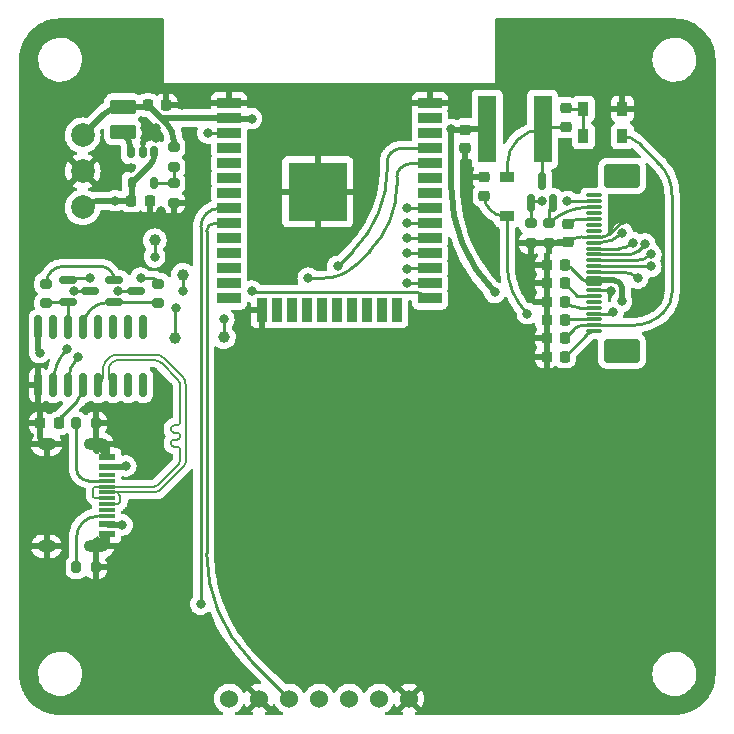
<source format=gtl>
%TF.GenerationSoftware,KiCad,Pcbnew,6.0.6*%
%TF.CreationDate,2022-08-19T01:01:07+00:00*%
%TF.ProjectId,minico2,6d696e69-636f-4322-9e6b-696361645f70,rev?*%
%TF.SameCoordinates,Original*%
%TF.FileFunction,Copper,L1,Top*%
%TF.FilePolarity,Positive*%
%FSLAX46Y46*%
G04 Gerber Fmt 4.6, Leading zero omitted, Abs format (unit mm)*
G04 Created by KiCad (PCBNEW 6.0.6) date 2022-08-19 01:01:07*
%MOMM*%
%LPD*%
G01*
G04 APERTURE LIST*
G04 Aperture macros list*
%AMRoundRect*
0 Rectangle with rounded corners*
0 $1 Rounding radius*
0 $2 $3 $4 $5 $6 $7 $8 $9 X,Y pos of 4 corners*
0 Add a 4 corners polygon primitive as box body*
4,1,4,$2,$3,$4,$5,$6,$7,$8,$9,$2,$3,0*
0 Add four circle primitives for the rounded corners*
1,1,$1+$1,$2,$3*
1,1,$1+$1,$4,$5*
1,1,$1+$1,$6,$7*
1,1,$1+$1,$8,$9*
0 Add four rect primitives between the rounded corners*
20,1,$1+$1,$2,$3,$4,$5,0*
20,1,$1+$1,$4,$5,$6,$7,0*
20,1,$1+$1,$6,$7,$8,$9,0*
20,1,$1+$1,$8,$9,$2,$3,0*%
G04 Aperture macros list end*
%TA.AperFunction,SMDPad,CuDef*%
%ADD10RoundRect,0.150000X-0.587500X-0.150000X0.587500X-0.150000X0.587500X0.150000X-0.587500X0.150000X0*%
%TD*%
%TA.AperFunction,SMDPad,CuDef*%
%ADD11C,1.000000*%
%TD*%
%TA.AperFunction,SMDPad,CuDef*%
%ADD12RoundRect,0.225000X0.250000X-0.225000X0.250000X0.225000X-0.250000X0.225000X-0.250000X-0.225000X0*%
%TD*%
%TA.AperFunction,SMDPad,CuDef*%
%ADD13RoundRect,0.150000X0.150000X-0.587500X0.150000X0.587500X-0.150000X0.587500X-0.150000X-0.587500X0*%
%TD*%
%TA.AperFunction,SMDPad,CuDef*%
%ADD14RoundRect,0.200000X-0.275000X0.200000X-0.275000X-0.200000X0.275000X-0.200000X0.275000X0.200000X0*%
%TD*%
%TA.AperFunction,SMDPad,CuDef*%
%ADD15C,2.000000*%
%TD*%
%TA.AperFunction,SMDPad,CuDef*%
%ADD16R,2.000000X0.900000*%
%TD*%
%TA.AperFunction,SMDPad,CuDef*%
%ADD17R,0.900000X2.000000*%
%TD*%
%TA.AperFunction,SMDPad,CuDef*%
%ADD18R,5.000000X5.000000*%
%TD*%
%TA.AperFunction,SMDPad,CuDef*%
%ADD19RoundRect,0.175000X-0.175000X0.325000X-0.175000X-0.325000X0.175000X-0.325000X0.175000X0.325000X0*%
%TD*%
%TA.AperFunction,SMDPad,CuDef*%
%ADD20RoundRect,0.225000X0.225000X0.250000X-0.225000X0.250000X-0.225000X-0.250000X0.225000X-0.250000X0*%
%TD*%
%TA.AperFunction,SMDPad,CuDef*%
%ADD21RoundRect,0.225000X-0.225000X-0.250000X0.225000X-0.250000X0.225000X0.250000X-0.225000X0.250000X0*%
%TD*%
%TA.AperFunction,SMDPad,CuDef*%
%ADD22R,0.900000X1.200000*%
%TD*%
%TA.AperFunction,SMDPad,CuDef*%
%ADD23RoundRect,0.250000X0.850000X-0.375000X0.850000X0.375000X-0.850000X0.375000X-0.850000X-0.375000X0*%
%TD*%
%TA.AperFunction,SMDPad,CuDef*%
%ADD24R,1.200000X0.900000*%
%TD*%
%TA.AperFunction,SMDPad,CuDef*%
%ADD25RoundRect,0.225000X-0.250000X0.225000X-0.250000X-0.225000X0.250000X-0.225000X0.250000X0.225000X0*%
%TD*%
%TA.AperFunction,SMDPad,CuDef*%
%ADD26R,1.450000X0.600000*%
%TD*%
%TA.AperFunction,SMDPad,CuDef*%
%ADD27R,1.450000X0.300000*%
%TD*%
%TA.AperFunction,ComponentPad*%
%ADD28O,1.600000X1.000000*%
%TD*%
%TA.AperFunction,ComponentPad*%
%ADD29O,2.100000X1.000000*%
%TD*%
%TA.AperFunction,ComponentPad*%
%ADD30C,1.524000*%
%TD*%
%TA.AperFunction,SMDPad,CuDef*%
%ADD31RoundRect,0.200000X0.275000X-0.200000X0.275000X0.200000X-0.275000X0.200000X-0.275000X-0.200000X0*%
%TD*%
%TA.AperFunction,SMDPad,CuDef*%
%ADD32RoundRect,0.200000X-0.200000X-0.275000X0.200000X-0.275000X0.200000X0.275000X-0.200000X0.275000X0*%
%TD*%
%TA.AperFunction,SMDPad,CuDef*%
%ADD33RoundRect,0.030000X0.620000X-0.120000X0.620000X0.120000X-0.620000X0.120000X-0.620000X-0.120000X0*%
%TD*%
%TA.AperFunction,SMDPad,CuDef*%
%ADD34RoundRect,0.200000X1.300000X-0.800000X1.300000X0.800000X-1.300000X0.800000X-1.300000X-0.800000X0*%
%TD*%
%TA.AperFunction,SMDPad,CuDef*%
%ADD35RoundRect,0.150000X0.150000X-0.825000X0.150000X0.825000X-0.150000X0.825000X-0.150000X-0.825000X0*%
%TD*%
%TA.AperFunction,SMDPad,CuDef*%
%ADD36R,1.600000X5.700000*%
%TD*%
%TA.AperFunction,ViaPad*%
%ADD37C,0.800000*%
%TD*%
%TA.AperFunction,Conductor*%
%ADD38C,0.500000*%
%TD*%
%TA.AperFunction,Conductor*%
%ADD39C,0.250000*%
%TD*%
%TA.AperFunction,Conductor*%
%ADD40C,0.200000*%
%TD*%
G04 APERTURE END LIST*
D10*
%TO.P,Q1,1,B*%
%TO.N,Net-(Q1-Pad1)*%
X133562500Y-97650000D03*
%TO.P,Q1,2,E*%
%TO.N,/~{DTR}*%
X133562500Y-99550000D03*
%TO.P,Q1,3,C*%
%TO.N,/GPIO0*%
X135437500Y-98600000D03*
%TD*%
D11*
%TO.P,TP7,1,1*%
%TO.N,/ESP_RX*%
X138700000Y-102600000D03*
%TD*%
D12*
%TO.P,C8,1*%
%TO.N,/VGH*%
X164900000Y-90525000D03*
%TO.P,C8,2*%
%TO.N,GND*%
X164900000Y-88975000D03*
%TD*%
D13*
%TO.P,Q3,1,G*%
%TO.N,/GDR*%
X168850000Y-91137500D03*
%TO.P,Q3,2,S*%
%TO.N,/RESE*%
X170750000Y-91137500D03*
%TO.P,Q3,3,D*%
%TO.N,Net-(C7-Pad2)*%
X169800000Y-89262500D03*
%TD*%
D14*
%TO.P,R10,1*%
%TO.N,/RESE*%
X170400000Y-92875000D03*
%TO.P,R10,2*%
%TO.N,GND*%
X170400000Y-94525000D03*
%TD*%
D15*
%TO.P,TP1,1,1*%
%TO.N,GND*%
X130900000Y-88450000D03*
%TD*%
D11*
%TO.P,TP6,1,1*%
%TO.N,/ESP_TX*%
X142850000Y-102500000D03*
%TD*%
D14*
%TO.P,R9,1*%
%TO.N,/GDR*%
X168850000Y-92875000D03*
%TO.P,R9,2*%
%TO.N,GND*%
X168850000Y-94525000D03*
%TD*%
D16*
%TO.P,U1,1,GND*%
%TO.N,GND*%
X143300000Y-82695000D03*
%TO.P,U1,2,VDD*%
%TO.N,+3V3*%
X143300000Y-83965000D03*
%TO.P,U1,3,EN*%
%TO.N,/EN*%
X143300000Y-85235000D03*
%TO.P,U1,4,SENSOR_VP*%
%TO.N,unconnected-(U1-Pad4)*%
X143300000Y-86505000D03*
%TO.P,U1,5,SENSOR_VN*%
%TO.N,unconnected-(U1-Pad5)*%
X143300000Y-87775000D03*
%TO.P,U1,6,IO34*%
%TO.N,unconnected-(U1-Pad6)*%
X143300000Y-89045000D03*
%TO.P,U1,7,IO35*%
%TO.N,unconnected-(U1-Pad7)*%
X143300000Y-90315000D03*
%TO.P,U1,8,IO32*%
%TO.N,/SCD30_SDA*%
X143300000Y-91585000D03*
%TO.P,U1,9,IO33*%
%TO.N,/SCD30_SCL*%
X143300000Y-92855000D03*
%TO.P,U1,10,IO25*%
%TO.N,unconnected-(U1-Pad10)*%
X143300000Y-94125000D03*
%TO.P,U1,11,IO26*%
%TO.N,unconnected-(U1-Pad11)*%
X143300000Y-95395000D03*
%TO.P,U1,12,IO27*%
%TO.N,unconnected-(U1-Pad12)*%
X143300000Y-96665000D03*
%TO.P,U1,13,IO14*%
%TO.N,unconnected-(U1-Pad13)*%
X143300000Y-97935000D03*
%TO.P,U1,14,IO12*%
%TO.N,unconnected-(U1-Pad14)*%
X143300000Y-99205000D03*
D17*
%TO.P,U1,15,GND*%
%TO.N,GND*%
X146085000Y-100205000D03*
%TO.P,U1,16,IO13*%
%TO.N,unconnected-(U1-Pad16)*%
X147355000Y-100205000D03*
%TO.P,U1,17,SHD/SD2*%
%TO.N,unconnected-(U1-Pad17)*%
X148625000Y-100205000D03*
%TO.P,U1,18,SWP/SD3*%
%TO.N,unconnected-(U1-Pad18)*%
X149895000Y-100205000D03*
%TO.P,U1,19,SCS/CMD*%
%TO.N,unconnected-(U1-Pad19)*%
X151165000Y-100205000D03*
%TO.P,U1,20,SCK/CLK*%
%TO.N,unconnected-(U1-Pad20)*%
X152435000Y-100205000D03*
%TO.P,U1,21,SDO/SD0*%
%TO.N,unconnected-(U1-Pad21)*%
X153705000Y-100205000D03*
%TO.P,U1,22,SDI/SD1*%
%TO.N,unconnected-(U1-Pad22)*%
X154975000Y-100205000D03*
%TO.P,U1,23,IO15*%
%TO.N,unconnected-(U1-Pad23)*%
X156245000Y-100205000D03*
%TO.P,U1,24,IO2*%
%TO.N,unconnected-(U1-Pad24)*%
X157515000Y-100205000D03*
D16*
%TO.P,U1,25,IO0*%
%TO.N,/GPIO0*%
X160300000Y-99205000D03*
%TO.P,U1,26,IO4*%
%TO.N,/DISPLAY_SDA*%
X160300000Y-97935000D03*
%TO.P,U1,27,IO16*%
%TO.N,/DISPLAY_SCL*%
X160300000Y-96665000D03*
%TO.P,U1,28,IO17*%
%TO.N,/~{CS}*%
X160300000Y-95395000D03*
%TO.P,U1,29,IO5*%
%TO.N,/D{slash}C*%
X160300000Y-94125000D03*
%TO.P,U1,30,IO18*%
%TO.N,/~{RES}*%
X160300000Y-92855000D03*
%TO.P,U1,31,IO19*%
%TO.N,/BUSY*%
X160300000Y-91585000D03*
%TO.P,U1,32,NC*%
%TO.N,unconnected-(U1-Pad32)*%
X160300000Y-90315000D03*
%TO.P,U1,33,IO21*%
%TO.N,unconnected-(U1-Pad33)*%
X160300000Y-89045000D03*
%TO.P,U1,34,RXD0/IO3*%
%TO.N,/ESP_RX*%
X160300000Y-87775000D03*
%TO.P,U1,35,TXD0/IO1*%
%TO.N,/ESP_TX*%
X160300000Y-86505000D03*
%TO.P,U1,36,IO22*%
%TO.N,unconnected-(U1-Pad36)*%
X160300000Y-85235000D03*
%TO.P,U1,37,IO23*%
%TO.N,unconnected-(U1-Pad37)*%
X160300000Y-83965000D03*
%TO.P,U1,38,GND*%
%TO.N,GND*%
X160300000Y-82695000D03*
D18*
%TO.P,U1,39,GND*%
X150800000Y-90195000D03*
%TD*%
D19*
%TO.P,U3,1,EN*%
%TO.N,+5V*%
X136950000Y-86850000D03*
%TO.P,U3,2,GND*%
%TO.N,GND*%
X136000000Y-86850000D03*
%TO.P,U3,3,SW*%
%TO.N,Net-(L1-Pad1)*%
X135000000Y-86850000D03*
%TO.P,U3,4,VIN*%
%TO.N,+5V*%
X135050000Y-89450000D03*
%TO.P,U3,5,FB*%
%TO.N,Net-(R3-Pad2)*%
X136950000Y-89450000D03*
%TD*%
D20*
%TO.P,C12,1*%
%TO.N,Net-(C12-Pad1)*%
X171725000Y-99500000D03*
%TO.P,C12,2*%
%TO.N,GND*%
X170175000Y-99500000D03*
%TD*%
D14*
%TO.P,R4,1*%
%TO.N,Net-(R3-Pad2)*%
X138600000Y-89450000D03*
%TO.P,R4,2*%
%TO.N,GND*%
X138600000Y-91100000D03*
%TD*%
D11*
%TO.P,TP5,1,1*%
%TO.N,/EN*%
X137000000Y-94300000D03*
%TD*%
D21*
%TO.P,C1,1*%
%TO.N,GND*%
X127325000Y-109800000D03*
%TO.P,C1,2*%
%TO.N,Net-(C1-Pad2)*%
X128875000Y-109800000D03*
%TD*%
D22*
%TO.P,D1,1,K*%
%TO.N,Net-(C7-Pad1)*%
X173300000Y-85500000D03*
%TO.P,D1,2,A*%
%TO.N,/VGL*%
X176600000Y-85500000D03*
%TD*%
D23*
%TO.P,L1,1*%
%TO.N,Net-(L1-Pad1)*%
X134300000Y-85125000D03*
%TO.P,L1,2*%
%TO.N,+3V3*%
X134300000Y-82975000D03*
%TD*%
D20*
%TO.P,C15,1*%
%TO.N,Net-(C15-Pad1)*%
X171725000Y-104150000D03*
%TO.P,C15,2*%
%TO.N,GND*%
X170175000Y-104150000D03*
%TD*%
D24*
%TO.P,D3,1,K*%
%TO.N,/VGH*%
X166850000Y-92250000D03*
%TO.P,D3,2,A*%
%TO.N,Net-(C7-Pad2)*%
X166850000Y-88950000D03*
%TD*%
D25*
%TO.P,C10,1*%
%TO.N,Net-(C10-Pad1)*%
X172000000Y-92925000D03*
%TO.P,C10,2*%
%TO.N,GND*%
X172000000Y-94475000D03*
%TD*%
%TO.P,C6,1*%
%TO.N,+3V3*%
X163300000Y-84925000D03*
%TO.P,C6,2*%
%TO.N,GND*%
X163300000Y-86475000D03*
%TD*%
D20*
%TO.P,C13,1*%
%TO.N,Net-(C13-Pad1)*%
X171725000Y-101050000D03*
%TO.P,C13,2*%
%TO.N,GND*%
X170175000Y-101050000D03*
%TD*%
D22*
%TO.P,D2,1,K*%
%TO.N,GND*%
X176600000Y-83150000D03*
%TO.P,D2,2,A*%
%TO.N,Net-(C7-Pad1)*%
X173300000Y-83150000D03*
%TD*%
D25*
%TO.P,C7,1*%
%TO.N,Net-(C7-Pad1)*%
X171800000Y-83125000D03*
%TO.P,C7,2*%
%TO.N,Net-(C7-Pad2)*%
X171800000Y-84675000D03*
%TD*%
D10*
%TO.P,Q2,1,B*%
%TO.N,Net-(Q2-Pad1)*%
X129662500Y-97650000D03*
%TO.P,Q2,2,E*%
%TO.N,/~{RTS}*%
X129662500Y-99550000D03*
%TO.P,Q2,3,C*%
%TO.N,/EN*%
X131537500Y-98600000D03*
%TD*%
D26*
%TO.P,J1,A1,GND*%
%TO.N,GND*%
X132935000Y-112650000D03*
%TO.P,J1,A4,VBUS*%
%TO.N,+5V*%
X132935000Y-113450000D03*
D27*
%TO.P,J1,A5,CC1*%
%TO.N,Net-(J1-PadA5)*%
X132935000Y-114650000D03*
%TO.P,J1,A6,D+*%
%TO.N,/D+*%
X132935000Y-115650000D03*
%TO.P,J1,A7,D-*%
%TO.N,/D-*%
X132935000Y-116150000D03*
%TO.P,J1,A8,SBU1*%
%TO.N,unconnected-(J1-PadA8)*%
X132935000Y-117150000D03*
D26*
%TO.P,J1,A9,VBUS*%
%TO.N,+5V*%
X132935000Y-118350000D03*
%TO.P,J1,A12,GND*%
%TO.N,GND*%
X132935000Y-119150000D03*
%TO.P,J1,B1,GND*%
X132935000Y-119150000D03*
%TO.P,J1,B4,VBUS*%
%TO.N,+5V*%
X132935000Y-118350000D03*
D27*
%TO.P,J1,B5,CC2*%
%TO.N,Net-(J1-PadB5)*%
X132935000Y-117650000D03*
%TO.P,J1,B6,D+*%
%TO.N,/D+*%
X132935000Y-116650000D03*
%TO.P,J1,B7,D-*%
%TO.N,/D-*%
X132935000Y-115150000D03*
%TO.P,J1,B8,SBU2*%
%TO.N,unconnected-(J1-PadB8)*%
X132935000Y-114150000D03*
D26*
%TO.P,J1,B9,VBUS*%
%TO.N,+5V*%
X132935000Y-113450000D03*
%TO.P,J1,B12,GND*%
%TO.N,GND*%
X132935000Y-112650000D03*
D28*
%TO.P,J1,S1,SHIELD*%
X127840000Y-111580000D03*
D29*
X132020000Y-111580000D03*
X132020000Y-120220000D03*
D28*
X127840000Y-120220000D03*
%TD*%
D30*
%TO.P,U5,1,VDD*%
%TO.N,+3V3*%
X143300000Y-133100000D03*
%TO.P,U5,2,GND*%
%TO.N,GND*%
X145840000Y-133100000D03*
%TO.P,U5,3,TX/SCL*%
%TO.N,/SCD30_SCL*%
X148380000Y-133100000D03*
%TO.P,U5,4,RX/SDA*%
%TO.N,/SCD30_SDA*%
X150920000Y-133100000D03*
%TO.P,U5,5,RDY*%
%TO.N,unconnected-(U5-Pad5)*%
X153460000Y-133100000D03*
%TO.P,U5,6,PWM*%
%TO.N,unconnected-(U5-Pad6)*%
X156000000Y-133100000D03*
%TO.P,U5,7,SEL*%
%TO.N,GND*%
X158540000Y-133100000D03*
%TD*%
D31*
%TO.P,R6,2*%
%TO.N,Net-(Q2-Pad1)*%
X137300000Y-97975000D03*
%TO.P,R6,1*%
%TO.N,/~{DTR}*%
X137300000Y-99625000D03*
%TD*%
D15*
%TO.P,TP2,1,1*%
%TO.N,+5V*%
X130900000Y-91500000D03*
%TD*%
D14*
%TO.P,R3,1*%
%TO.N,+3V3*%
X138600000Y-86425000D03*
%TO.P,R3,2*%
%TO.N,Net-(R3-Pad2)*%
X138600000Y-88075000D03*
%TD*%
D20*
%TO.P,C14,1*%
%TO.N,/VGL*%
X171725000Y-102600000D03*
%TO.P,C14,2*%
%TO.N,GND*%
X170175000Y-102600000D03*
%TD*%
D21*
%TO.P,C4,1*%
%TO.N,+3V3*%
X136425000Y-82850000D03*
%TO.P,C4,2*%
%TO.N,GND*%
X137975000Y-82850000D03*
%TD*%
D15*
%TO.P,TP3,1,1*%
%TO.N,+3V3*%
X130900000Y-85400000D03*
%TD*%
D32*
%TO.P,R2,1*%
%TO.N,Net-(J1-PadA5)*%
X130375000Y-109800000D03*
%TO.P,R2,2*%
%TO.N,GND*%
X132025000Y-109800000D03*
%TD*%
D33*
%TO.P,J2,1*%
%TO.N,N/C*%
X174205000Y-90500000D03*
%TO.P,J2,2,GDR*%
%TO.N,/GDR*%
X174205000Y-91000000D03*
%TO.P,J2,3,RESE*%
%TO.N,/RESE*%
X174205000Y-91500000D03*
%TO.P,J2,4*%
%TO.N,N/C*%
X174205000Y-92000000D03*
%TO.P,J2,5,VSH2*%
%TO.N,Net-(C10-Pad1)*%
X174205000Y-92500000D03*
%TO.P,J2,6,TSCL*%
%TO.N,unconnected-(J2-Pad6)*%
X174205000Y-93000000D03*
%TO.P,J2,7,TSDA*%
%TO.N,unconnected-(J2-Pad7)*%
X174205000Y-93500000D03*
%TO.P,J2,8,BS1*%
%TO.N,GND*%
X174205000Y-94000000D03*
%TO.P,J2,9,BUSY*%
%TO.N,/BUSY*%
X174205000Y-94500000D03*
%TO.P,J2,10,~{RES}*%
%TO.N,/~{RES}*%
X174205000Y-95000000D03*
%TO.P,J2,11,D/C*%
%TO.N,/D{slash}C*%
X174205000Y-95500000D03*
%TO.P,J2,12,~{CS}*%
%TO.N,/~{CS}*%
X174205000Y-96000000D03*
%TO.P,J2,13,SCL*%
%TO.N,/DISPLAY_SCL*%
X174205000Y-96500000D03*
%TO.P,J2,14,SDA*%
%TO.N,/DISPLAY_SDA*%
X174205000Y-97000000D03*
%TO.P,J2,15,VDDIO*%
%TO.N,+3V3*%
X174205000Y-97500000D03*
%TO.P,J2,16,VCI*%
X174205000Y-98000000D03*
%TO.P,J2,17,VSS*%
%TO.N,GND*%
X174205000Y-98500000D03*
%TO.P,J2,18,VDD*%
%TO.N,Net-(C11-Pad1)*%
X174205000Y-99000000D03*
%TO.P,J2,19,VPP*%
%TO.N,unconnected-(J2-Pad19)*%
X174205000Y-99500000D03*
%TO.P,J2,20,VSH1*%
%TO.N,Net-(C12-Pad1)*%
X174205000Y-100000000D03*
%TO.P,J2,21,VGH*%
%TO.N,/VGH*%
X174205000Y-100500000D03*
%TO.P,J2,22,VSL*%
%TO.N,Net-(C13-Pad1)*%
X174205000Y-101000000D03*
%TO.P,J2,23,VGL*%
%TO.N,/VGL*%
X174205000Y-101500000D03*
%TO.P,J2,24,VCOM*%
%TO.N,Net-(C15-Pad1)*%
X174205000Y-102000000D03*
D34*
%TO.P,J2,MP*%
%TO.N,N/C*%
X176555000Y-103650000D03*
X176555000Y-88850000D03*
%TD*%
D21*
%TO.P,C2,1*%
%TO.N,+5V*%
X135025000Y-90950000D03*
%TO.P,C2,2*%
%TO.N,GND*%
X136575000Y-90950000D03*
%TD*%
D31*
%TO.P,R5,1*%
%TO.N,/~{RTS}*%
X127800000Y-99625000D03*
%TO.P,R5,2*%
%TO.N,Net-(Q1-Pad1)*%
X127800000Y-97975000D03*
%TD*%
D32*
%TO.P,R1,1*%
%TO.N,Net-(J1-PadB5)*%
X130375000Y-122000000D03*
%TO.P,R1,2*%
%TO.N,GND*%
X132025000Y-122000000D03*
%TD*%
D11*
%TO.P,TP4,1,1*%
%TO.N,/GPIO0*%
X139400000Y-97200000D03*
%TD*%
D20*
%TO.P,C9,1*%
%TO.N,+3V3*%
X171725000Y-96400000D03*
%TO.P,C9,2*%
%TO.N,GND*%
X170175000Y-96400000D03*
%TD*%
%TO.P,C11,1*%
%TO.N,Net-(C11-Pad1)*%
X171725000Y-97950000D03*
%TO.P,C11,2*%
%TO.N,GND*%
X170175000Y-97950000D03*
%TD*%
D35*
%TO.P,U2,1,GND*%
%TO.N,GND*%
X127155000Y-106575000D03*
%TO.P,U2,2,TXD*%
%TO.N,/ESP_RX*%
X128425000Y-106575000D03*
%TO.P,U2,3,RXD*%
%TO.N,/ESP_TX*%
X129695000Y-106575000D03*
%TO.P,U2,4,V3*%
%TO.N,Net-(C1-Pad2)*%
X130965000Y-106575000D03*
%TO.P,U2,5,UD+*%
%TO.N,/D+*%
X132235000Y-106575000D03*
%TO.P,U2,6,UD-*%
%TO.N,/D-*%
X133505000Y-106575000D03*
%TO.P,U2,7,NC*%
%TO.N,unconnected-(U2-Pad7)*%
X134775000Y-106575000D03*
%TO.P,U2,8,NC*%
%TO.N,unconnected-(U2-Pad8)*%
X136045000Y-106575000D03*
%TO.P,U2,9,~{CTS}*%
%TO.N,unconnected-(U2-Pad9)*%
X136045000Y-101625000D03*
%TO.P,U2,10,~{DSR}*%
%TO.N,unconnected-(U2-Pad10)*%
X134775000Y-101625000D03*
%TO.P,U2,11,~{RI}*%
%TO.N,unconnected-(U2-Pad11)*%
X133505000Y-101625000D03*
%TO.P,U2,12,~{DCD}*%
%TO.N,unconnected-(U2-Pad12)*%
X132235000Y-101625000D03*
%TO.P,U2,13,~{DTR}*%
%TO.N,/~{DTR}*%
X130965000Y-101625000D03*
%TO.P,U2,14,~{RTS}*%
%TO.N,/~{RTS}*%
X129695000Y-101625000D03*
%TO.P,U2,15,R232*%
%TO.N,unconnected-(U2-Pad15)*%
X128425000Y-101625000D03*
%TO.P,U2,16,VCC*%
%TO.N,+5V*%
X127155000Y-101625000D03*
%TD*%
D36*
%TO.P,L2,1*%
%TO.N,+3V3*%
X165150000Y-84900000D03*
%TO.P,L2,2*%
%TO.N,Net-(C7-Pad2)*%
X169850000Y-84900000D03*
%TD*%
D37*
%TO.N,GND*%
X135000000Y-109750000D03*
X156150000Y-82600000D03*
X156100000Y-85400000D03*
X140800000Y-126800000D03*
X143700000Y-120800000D03*
X179200000Y-89200000D03*
X139350000Y-117300000D03*
X147400000Y-82800000D03*
X135000000Y-88150000D03*
X132550000Y-86400000D03*
X176650000Y-92550000D03*
X167400000Y-84400000D03*
X150000000Y-85300000D03*
X137500000Y-91800000D03*
X177100000Y-91000000D03*
X163500000Y-88300000D03*
X175600000Y-98550000D03*
X179900000Y-103500000D03*
X178000000Y-99700000D03*
X136200000Y-84750000D03*
X178200000Y-83150000D03*
X137100000Y-84750000D03*
X137100000Y-85650000D03*
X147300000Y-85300000D03*
X137900000Y-107050000D03*
X136200000Y-85650000D03*
X150000000Y-82800000D03*
X143350000Y-114350000D03*
X132700000Y-89700000D03*
X163500000Y-90350000D03*
X139300000Y-82850000D03*
X173700000Y-89200000D03*
X168700000Y-102550000D03*
X144800000Y-127500000D03*
X168700000Y-104150000D03*
%TO.N,+5V*%
X133650000Y-90950000D03*
X134550000Y-113400000D03*
X127250000Y-103800000D03*
X134250000Y-118400000D03*
%TO.N,+3V3*%
X176524700Y-99470377D03*
X162100000Y-84900000D03*
X165800000Y-98700000D03*
X145200000Y-84000000D03*
%TO.N,/VGH*%
X168550000Y-100500000D03*
X175800000Y-100400000D03*
%TO.N,/GDR*%
X171950000Y-91000000D03*
X169800000Y-91000000D03*
%TO.N,/BUSY*%
X158400000Y-91600000D03*
X176600000Y-93700000D03*
%TO.N,/~{RES}*%
X158400000Y-92800000D03*
X177500000Y-94500000D03*
%TO.N,/D{slash}C*%
X178500000Y-94600000D03*
X158400000Y-94100000D03*
%TO.N,/~{CS}*%
X179000000Y-95500000D03*
X158400000Y-95400000D03*
%TO.N,/DISPLAY_SCL*%
X179000000Y-96500000D03*
X158400000Y-96700000D03*
%TO.N,/GPIO0*%
X145200000Y-98600000D03*
X133900000Y-98600000D03*
X139400000Y-98600000D03*
%TO.N,Net-(Q2-Pad1)*%
X135800000Y-97500000D03*
X131500000Y-97500000D03*
%TO.N,/EN*%
X130200000Y-98600000D03*
X137000000Y-95700000D03*
X141500000Y-85200000D03*
%TO.N,/DISPLAY_SDA*%
X177900000Y-97500000D03*
X158400000Y-97900000D03*
%TO.N,/SCD30_SDA*%
X140891584Y-125100000D03*
%TO.N,/ESP_RX*%
X129600000Y-103500000D03*
X150000000Y-97500000D03*
X138800000Y-100000000D03*
%TO.N,/ESP_TX*%
X142850000Y-101000000D03*
X130500000Y-104200000D03*
X152500000Y-96500000D03*
%TD*%
D38*
%TO.N,GND*%
X127325000Y-109800000D02*
X127325000Y-111065000D01*
X127840000Y-111580000D02*
G75*
G02*
X127325000Y-111065000I0J515000D01*
G01*
D39*
X174205000Y-94000000D02*
X173146751Y-94000000D01*
D38*
X170175000Y-96400000D02*
X170175000Y-104150000D01*
X168850000Y-94525000D02*
X171879290Y-94525000D01*
D39*
X174205000Y-94000000D02*
X174896447Y-94000000D01*
X174205000Y-98500000D02*
X175479290Y-98500000D01*
X175500000Y-93750000D02*
X176614644Y-92635356D01*
D38*
X176600000Y-83150000D02*
X178200000Y-83150000D01*
X132825398Y-119414601D02*
X132020000Y-120220000D01*
X132825398Y-112385399D02*
X132020000Y-111580000D01*
X172000003Y-94475003D02*
G75*
G02*
X171879290Y-94525000I-120703J120703D01*
G01*
D39*
X175499986Y-93749986D02*
G75*
G02*
X174896447Y-94000000I-603586J603586D01*
G01*
X171999985Y-94474985D02*
G75*
G02*
X173146751Y-94000000I1146715J-1146715D01*
G01*
X175600003Y-98549997D02*
G75*
G03*
X175479290Y-98500000I-120703J-120703D01*
G01*
D38*
X132825398Y-112385399D02*
G75*
G02*
X132935000Y-112650000I-264598J-264601D01*
G01*
X132825398Y-119414601D02*
G75*
G03*
X132935000Y-119150000I-264598J264601D01*
G01*
D39*
X176650003Y-92550000D02*
G75*
G02*
X176614644Y-92635356I-120703J0D01*
G01*
%TO.N,Net-(C1-Pad2)*%
X129140165Y-109159835D02*
X130427598Y-107872402D01*
X129140171Y-109159841D02*
G75*
G03*
X128875000Y-109800000I640129J-640159D01*
G01*
X130965000Y-106575000D02*
G75*
G02*
X130427598Y-107872402I-1834800J0D01*
G01*
D38*
%TO.N,+5V*%
X135050000Y-89450000D02*
X136657107Y-87842893D01*
X133650000Y-90950000D02*
X135025000Y-90950000D01*
X132935000Y-113450000D02*
X134429290Y-113450000D01*
X134250000Y-118400000D02*
X133055710Y-118400000D01*
X136950000Y-87135786D02*
X136950000Y-86850000D01*
X127155000Y-103570650D02*
X127155000Y-101625000D01*
X133650000Y-90950000D02*
X132227817Y-90950000D01*
X135050000Y-89450000D02*
X135050000Y-90889645D01*
X135024987Y-90949987D02*
G75*
G03*
X135050000Y-90889645I-60387J60387D01*
G01*
X132934997Y-118350003D02*
G75*
G03*
X133055710Y-118400000I120703J120703D01*
G01*
X134550003Y-113400003D02*
G75*
G02*
X134429290Y-113450000I-120703J120703D01*
G01*
X127155021Y-103570650D02*
G75*
G03*
X127250000Y-103800000I324279J-50D01*
G01*
X136949990Y-87135786D02*
G75*
G02*
X136657107Y-87842893I-999990J-14D01*
G01*
X130899995Y-91499995D02*
G75*
G02*
X132227817Y-90950000I1327805J-1327805D01*
G01*
%TO.N,+3V3*%
X138025000Y-84450000D02*
X136425000Y-82850000D01*
X163300000Y-84925000D02*
X162160355Y-84925000D01*
X176548768Y-98269438D02*
X176548768Y-99446309D01*
X138600000Y-85838172D02*
X138600000Y-86425000D01*
D39*
X173257555Y-97607556D02*
X173200000Y-97550000D01*
D38*
X132635571Y-83664429D02*
X130900000Y-85400000D01*
X165150000Y-84900000D02*
X163360355Y-84900000D01*
X143300000Y-83965000D02*
X137540000Y-83965000D01*
X145200000Y-84000000D02*
X143384497Y-84000000D01*
X173800000Y-97700000D02*
X175908411Y-97700000D01*
X134300000Y-82975000D02*
X136123224Y-82975000D01*
D39*
X173200000Y-97550000D02*
X172279810Y-96629810D01*
D38*
X162100000Y-84900000D02*
X162100000Y-89686529D01*
X176548768Y-99446309D02*
X176524700Y-99470377D01*
X162100000Y-89686529D02*
X162100000Y-89767410D01*
X137540000Y-83965000D02*
X136425000Y-82850000D01*
X132635562Y-83664420D02*
G75*
G02*
X134300000Y-82975000I1664438J-1664480D01*
G01*
X138600011Y-85838172D02*
G75*
G03*
X138025000Y-84450000I-1963211J-28D01*
G01*
X143300001Y-83964999D02*
G75*
G03*
X143384497Y-84000000I84499J84499D01*
G01*
X176548814Y-98269432D02*
G75*
G03*
X175908411Y-97700000I-642514J-77768D01*
G01*
X136424993Y-82849993D02*
G75*
G02*
X136123224Y-82975000I-301793J301793D01*
G01*
X165800003Y-98699997D02*
G75*
G02*
X162100000Y-89767410I8932597J8932597D01*
G01*
D39*
X173257553Y-97607558D02*
G75*
G03*
X174205000Y-98000000I947447J947458D01*
G01*
X171725000Y-96399995D02*
G75*
G02*
X172279810Y-96629810I0J-784605D01*
G01*
D38*
X162100013Y-84899987D02*
G75*
G03*
X162160355Y-84925000I60387J60387D01*
G01*
D39*
%TO.N,Net-(C7-Pad1)*%
X173300000Y-83150000D02*
X173300000Y-85500000D01*
X173300000Y-83150000D02*
X171860355Y-83150000D01*
X171800013Y-83124987D02*
G75*
G03*
X171860355Y-83150000I60387J60387D01*
G01*
%TO.N,Net-(C7-Pad2)*%
X169800000Y-89262500D02*
X169800000Y-85020710D01*
X166850000Y-88950000D02*
X166850000Y-87900000D01*
X171800000Y-84675000D02*
X170393198Y-84675000D01*
X169850001Y-84900001D02*
G75*
G02*
X170393198Y-84675000I543199J-543199D01*
G01*
X169850000Y-84900000D02*
G75*
G03*
X166850000Y-87900000I0J-3000000D01*
G01*
X169849997Y-84899997D02*
G75*
G03*
X169800000Y-85020710I120703J-120703D01*
G01*
%TO.N,/VGH*%
X175800000Y-100400000D02*
X175700000Y-100500000D01*
X175700000Y-100500000D02*
X174205000Y-100500000D01*
X166850000Y-92250000D02*
X166850000Y-96395837D01*
X166850000Y-92250000D02*
X166625000Y-92250000D01*
X164900000Y-90525000D02*
G75*
G03*
X166625000Y-92250000I1725000J0D01*
G01*
X168550011Y-100499989D02*
G75*
G02*
X166850000Y-96395837I4104189J4104189D01*
G01*
%TO.N,Net-(C10-Pad1)*%
X174205000Y-92500000D02*
X173026040Y-92500000D01*
X171999988Y-92924988D02*
G75*
G02*
X173026040Y-92500000I1026012J-1026012D01*
G01*
%TO.N,Net-(C11-Pad1)*%
X174205000Y-99000000D02*
X172775001Y-99000000D01*
X172775001Y-99000000D02*
X171725000Y-97950000D01*
%TO.N,Net-(C12-Pad1)*%
X174205000Y-100000000D02*
X172932106Y-100000000D01*
X171724998Y-99500002D02*
G75*
G03*
X172932106Y-100000000I1207102J1207102D01*
G01*
%TO.N,Net-(C13-Pad1)*%
X174205000Y-101000000D02*
X171845710Y-101000000D01*
X171724997Y-101049997D02*
G75*
G02*
X171845710Y-101000000I120703J-120703D01*
G01*
%TO.N,/VGL*%
X174205000Y-101500000D02*
X177444366Y-101500000D01*
X174205000Y-101500000D02*
X173239213Y-101500000D01*
X180800000Y-98710051D02*
X180800000Y-90455634D01*
X172532106Y-101792893D02*
X171725000Y-102600000D01*
X179700000Y-87800000D02*
X177965686Y-86065686D01*
X172532100Y-101792887D02*
G75*
G02*
X173239213Y-101500000I707100J-707113D01*
G01*
X176600000Y-85500009D02*
G75*
G02*
X177965686Y-86065686I0J-1931391D01*
G01*
X180100010Y-100400010D02*
G75*
G02*
X177444366Y-101500000I-2655610J2655610D01*
G01*
X180799979Y-98710051D02*
G75*
G02*
X180100000Y-100400000I-2389879J-49D01*
G01*
X179700010Y-87799990D02*
G75*
G02*
X180800000Y-90455634I-2655610J-2655610D01*
G01*
%TO.N,Net-(J1-PadA5)*%
X130375000Y-109800000D02*
X130375000Y-113634935D01*
X131390065Y-114650000D02*
X132935000Y-114650000D01*
X131390065Y-114650000D02*
G75*
G02*
X130375000Y-113634935I35J1015100D01*
G01*
%TO.N,Net-(J1-PadB5)*%
X130375000Y-122000000D02*
X130375000Y-119475000D01*
X132200000Y-117650000D02*
G75*
G03*
X130375000Y-119475000I0J-1825000D01*
G01*
%TO.N,/GDR*%
X169800000Y-91000000D02*
X169181954Y-91000000D01*
X174205000Y-91000000D02*
X171950000Y-91000000D01*
X168850000Y-91137500D02*
X168850000Y-92875000D01*
X168850013Y-91137513D02*
G75*
G02*
X169181954Y-91000000I331987J-331987D01*
G01*
%TO.N,/RESE*%
X174205000Y-91500000D02*
X173719543Y-91500000D01*
X170400000Y-91982474D02*
X170400000Y-92875000D01*
X170399987Y-92874987D02*
G75*
G02*
X173719543Y-91500000I3319513J-3319513D01*
G01*
X170399990Y-91982474D02*
G75*
G02*
X170750000Y-91137500I1195010J-26D01*
G01*
%TO.N,Net-(C15-Pad1)*%
X173641655Y-102233345D02*
X171725000Y-104150000D01*
X173641653Y-102233343D02*
G75*
G02*
X174205000Y-102000000I563347J-563357D01*
G01*
%TO.N,/BUSY*%
X160300000Y-91585000D02*
X158436213Y-91585000D01*
X174668630Y-94500000D02*
X174205000Y-94500000D01*
X158399996Y-91599996D02*
G75*
G02*
X158436213Y-91585000I36204J-36204D01*
G01*
X174668630Y-94500012D02*
G75*
G03*
X176600000Y-93700000I-30J2731412D01*
G01*
%TO.N,/~{RES}*%
X160300000Y-92855000D02*
X158532781Y-92855000D01*
X176292894Y-95000000D02*
X174205000Y-95000000D01*
X158400005Y-92799995D02*
G75*
G03*
X158532781Y-92855000I132795J132795D01*
G01*
X176292894Y-94999997D02*
G75*
G03*
X177500000Y-94500000I6J1707097D01*
G01*
%TO.N,/D{slash}C*%
X160300000Y-94125000D02*
X158460355Y-94125000D01*
X177892893Y-95207107D02*
X178500000Y-94600000D01*
X174205000Y-95500000D02*
X177185786Y-95500000D01*
X177185786Y-95499990D02*
G75*
G03*
X177892893Y-95207107I14J999990D01*
G01*
X158400013Y-94099987D02*
G75*
G03*
X158460355Y-94125000I60387J60387D01*
G01*
%TO.N,/~{CS}*%
X174205000Y-96000000D02*
X177792894Y-96000000D01*
X160300000Y-95395000D02*
X158412071Y-95395000D01*
X179000002Y-95500002D02*
G75*
G02*
X177792894Y-96000000I-1207102J1207102D01*
G01*
X158400008Y-95400008D02*
G75*
G02*
X158412071Y-95395000I12092J-12092D01*
G01*
%TO.N,/DISPLAY_SCL*%
X179000000Y-96500000D02*
X174205000Y-96500000D01*
X160300000Y-96665000D02*
X158484497Y-96665000D01*
X158400001Y-96700001D02*
G75*
G02*
X158484497Y-96665000I84499J-84499D01*
G01*
D38*
%TO.N,Net-(L1-Pad1)*%
X135000000Y-86850000D02*
X135000000Y-86814949D01*
X134300014Y-85124986D02*
G75*
G02*
X135000000Y-86814949I-1689914J-1689914D01*
G01*
D39*
%TO.N,Net-(Q1-Pad1)*%
X129275000Y-96500000D02*
X132412500Y-96500000D01*
X133562500Y-97650000D02*
G75*
G03*
X132412500Y-96500000I-1150000J0D01*
G01*
X129275000Y-96500000D02*
G75*
G03*
X127800000Y-97975000I0J-1475000D01*
G01*
%TO.N,/~{DTR}*%
X133562500Y-99550000D02*
X137118934Y-99550000D01*
X133040000Y-99550000D02*
X133562500Y-99550000D01*
X133040000Y-99550000D02*
G75*
G03*
X130965000Y-101625000I0J-2075000D01*
G01*
X137299990Y-99625010D02*
G75*
G03*
X137118934Y-99550000I-181090J-181090D01*
G01*
%TO.N,/GPIO0*%
X135437500Y-98600000D02*
X133900000Y-98600000D01*
X145200000Y-98600000D02*
X145310000Y-98710000D01*
X139400000Y-97200000D02*
X139400000Y-98600000D01*
X145310000Y-98710000D02*
X159104965Y-98710000D01*
X160300010Y-99204990D02*
G75*
G03*
X159104965Y-98710000I-1195010J-1195010D01*
G01*
%TO.N,Net-(Q2-Pad1)*%
X131500000Y-97500000D02*
X129812500Y-97500000D01*
X136825000Y-97500000D02*
X135800000Y-97500000D01*
X129662500Y-97650000D02*
G75*
G02*
X129812500Y-97500000I150000J0D01*
G01*
X136825000Y-97500000D02*
G75*
G02*
X137300000Y-97975000I0J-475000D01*
G01*
%TO.N,/~{RTS}*%
X129695000Y-101625000D02*
X129695000Y-99628461D01*
X129662500Y-99550000D02*
X127981066Y-99550000D01*
X127800010Y-99625010D02*
G75*
G02*
X127981066Y-99550000I181090J-181090D01*
G01*
X129662489Y-99550011D02*
G75*
G02*
X129695000Y-99628461I-78489J-78489D01*
G01*
%TO.N,/EN*%
X141500000Y-85200000D02*
X143265000Y-85200000D01*
X137000000Y-94300000D02*
X137000000Y-95700000D01*
X131537500Y-98600000D02*
X130200000Y-98600000D01*
X143300000Y-85235000D02*
G75*
G03*
X143265000Y-85200000I-35000J0D01*
G01*
%TO.N,/DISPLAY_SDA*%
X176692894Y-97000000D02*
X174205000Y-97000000D01*
X160300000Y-97935000D02*
X158484497Y-97935000D01*
X158400001Y-97899999D02*
G75*
G03*
X158484497Y-97935000I84499J84499D01*
G01*
X176692894Y-97000003D02*
G75*
G02*
X177900000Y-97500000I6J-1707097D01*
G01*
%TO.N,Net-(R3-Pad2)*%
X138600000Y-89450000D02*
X138600000Y-88075000D01*
X136950000Y-89450000D02*
X138600000Y-89450000D01*
%TO.N,/SCD30_SDA*%
X140900000Y-93155000D02*
X140900000Y-94900000D01*
X140900000Y-125091584D02*
X140891584Y-125100000D01*
X140900000Y-94900000D02*
X140900000Y-125091584D01*
X143300000Y-91585000D02*
X142470000Y-91585000D01*
X140900000Y-93155000D02*
G75*
G02*
X142470000Y-91585000I1570000J0D01*
G01*
%TO.N,/SCD30_SCL*%
X141400000Y-93505000D02*
X141400000Y-120800000D01*
X143300000Y-92855000D02*
X142050000Y-92855000D01*
X145161808Y-129881808D02*
X148380000Y-133100000D01*
X145161811Y-129881805D02*
G75*
G02*
X141400000Y-120800000I9081789J9081805D01*
G01*
X141400000Y-93505000D02*
G75*
G02*
X142050000Y-92855000I650000J0D01*
G01*
D40*
%TO.N,/D+*%
X132469263Y-106340737D02*
X132235000Y-106575000D01*
X139625000Y-113086093D02*
X139625000Y-106521014D01*
X137078986Y-103975000D02*
X133655328Y-103975000D01*
X134047501Y-115625000D02*
X137086093Y-115625000D01*
X132935000Y-116650000D02*
X133910000Y-116650000D01*
X137439647Y-115478553D02*
X139478554Y-113439646D01*
X133231064Y-104150736D02*
X132820735Y-104561065D01*
X134100000Y-115910710D02*
X133839290Y-115650000D01*
X132644999Y-104985329D02*
X132644999Y-105916473D01*
X139332107Y-105813907D02*
X137786093Y-104267893D01*
X132935000Y-115650000D02*
X134022501Y-115650000D01*
X133910000Y-116650000D02*
X134100000Y-116460000D01*
X134100000Y-116460000D02*
X134100000Y-115910710D01*
X134022501Y-115650000D02*
X134047501Y-115625000D01*
X133839290Y-115650000D02*
X132935000Y-115650000D01*
X132644980Y-105916473D02*
G75*
G02*
X132469263Y-106340737I-599980J-27D01*
G01*
X132645020Y-104985329D02*
G75*
G02*
X132820735Y-104561065I599980J29D01*
G01*
X139478557Y-113439649D02*
G75*
G03*
X139625000Y-113086093I-353557J353549D01*
G01*
X137439650Y-115478556D02*
G75*
G02*
X137086093Y-115625000I-353550J353556D01*
G01*
X133231050Y-104150722D02*
G75*
G02*
X133655328Y-103975000I424250J-424278D01*
G01*
X139332114Y-105813900D02*
G75*
G02*
X139625000Y-106521014I-707114J-707100D01*
G01*
X137786100Y-104267886D02*
G75*
G03*
X137078986Y-103975000I-707100J-707114D01*
G01*
%TO.N,/D-*%
X139175000Y-106707414D02*
X139175000Y-109675000D01*
X138658286Y-111775000D02*
X138875000Y-111775000D01*
X138658286Y-110575000D02*
X138875000Y-110575000D01*
X134047501Y-115175000D02*
X134022501Y-115150000D01*
X131800000Y-115990000D02*
X131800000Y-115310000D01*
X139028554Y-113253246D02*
X137253247Y-115028553D01*
X139175000Y-112075000D02*
X139175000Y-112125000D01*
X133270737Y-104747463D02*
X133417464Y-104600736D01*
X137599693Y-104717893D02*
X138882107Y-106000307D01*
X132030710Y-115150000D02*
X132935000Y-115150000D01*
X138875000Y-109975000D02*
X138658286Y-109975000D01*
X132935000Y-116150000D02*
X131960000Y-116150000D01*
X139175000Y-112125000D02*
X139175000Y-112899693D01*
X133505000Y-106575000D02*
X133270737Y-106340737D01*
X133095001Y-105916473D02*
X133095001Y-105171727D01*
X131800000Y-115310000D02*
X131910000Y-115200000D01*
X133841728Y-104425000D02*
X136892586Y-104425000D01*
X138875000Y-111175000D02*
X138658286Y-111175000D01*
X131960000Y-116150000D02*
X131800000Y-115990000D01*
X134022501Y-115150000D02*
X132935000Y-115150000D01*
X136899693Y-115175000D02*
X134047501Y-115175000D01*
X133270724Y-104747450D02*
G75*
G03*
X133095001Y-105171727I424276J-424250D01*
G01*
X138658286Y-111775014D02*
G75*
G02*
X138358286Y-111475000I14J300014D01*
G01*
X138358300Y-111475000D02*
G75*
G02*
X138658286Y-111175000I300000J0D01*
G01*
X139175000Y-110875000D02*
G75*
G03*
X138875000Y-110575000I-300000J0D01*
G01*
X136899693Y-115174995D02*
G75*
G03*
X137253247Y-115028553I7J499995D01*
G01*
X138658286Y-110575014D02*
G75*
G02*
X138358286Y-110275000I14J300014D01*
G01*
X139028557Y-113253249D02*
G75*
G03*
X139175000Y-112899693I-353557J353549D01*
G01*
X132030710Y-115150005D02*
G75*
G03*
X131910000Y-115200000I-10J-170695D01*
G01*
X139174990Y-106707414D02*
G75*
G03*
X138882107Y-106000307I-999990J14D01*
G01*
X137599700Y-104717886D02*
G75*
G03*
X136892586Y-104425000I-707100J-707114D01*
G01*
X138875000Y-109975000D02*
G75*
G03*
X139175000Y-109675000I0J300000D01*
G01*
X138875000Y-111175000D02*
G75*
G03*
X139175000Y-110875000I0J300000D01*
G01*
X139175000Y-112075000D02*
G75*
G03*
X138875000Y-111775000I-300000J0D01*
G01*
X138358300Y-110275000D02*
G75*
G02*
X138658286Y-109975000I300000J0D01*
G01*
X133841728Y-104425020D02*
G75*
G03*
X133417464Y-104600736I-28J-599980D01*
G01*
X133095020Y-105916473D02*
G75*
G03*
X133270737Y-106340737I599980J-27D01*
G01*
D39*
%TO.N,/ESP_RX*%
X158826040Y-87775000D02*
X160300000Y-87775000D01*
X153999158Y-96400842D02*
X155200000Y-95200000D01*
X138700000Y-102600000D02*
X138700000Y-100241421D01*
X150000000Y-97500000D02*
X151345556Y-97500000D01*
X128425000Y-106575000D02*
X128425000Y-106336700D01*
X157500000Y-89647309D02*
X157500000Y-88924264D01*
X158826040Y-87775017D02*
G75*
G03*
X157800000Y-88200000I-40J-1450983D01*
G01*
X129600000Y-103500000D02*
G75*
G03*
X128425000Y-106336700I2836700J-2836700D01*
G01*
X153999188Y-96400872D02*
G75*
G02*
X151345556Y-97500000I-2653588J2653672D01*
G01*
X157800011Y-88200011D02*
G75*
G03*
X157500000Y-88924264I724289J-724289D01*
G01*
X138799994Y-99999994D02*
G75*
G03*
X138700000Y-100241421I241406J-241406D01*
G01*
X157500003Y-89647309D02*
G75*
G02*
X155200000Y-95200000I-7852703J9D01*
G01*
%TO.N,/ESP_TX*%
X142850000Y-102500000D02*
X142850000Y-101000000D01*
X129695000Y-106575000D02*
X129695000Y-106143441D01*
X156700000Y-88200000D02*
X156700000Y-87624264D01*
X152500000Y-96500000D02*
X153800862Y-95199138D01*
X157953614Y-86505000D02*
X160300000Y-86505000D01*
X130499988Y-104199988D02*
G75*
G03*
X129695000Y-106143441I1943412J-1943412D01*
G01*
X156699992Y-88200000D02*
G75*
G02*
X153800861Y-95199137I-9898292J0D01*
G01*
X157000011Y-86900011D02*
G75*
G03*
X156700000Y-87624264I724289J-724289D01*
G01*
X157953614Y-86505006D02*
G75*
G03*
X157000000Y-86900000I-14J-1348594D01*
G01*
%TD*%
%TA.AperFunction,Conductor*%
%TO.N,GND*%
G36*
X137742121Y-75528502D02*
G01*
X137788614Y-75582158D01*
X137800000Y-75634500D01*
X137800000Y-80980000D01*
X165800000Y-80980000D01*
X165800000Y-79042277D01*
X179137009Y-79042277D01*
X179162625Y-79310769D01*
X179163710Y-79315203D01*
X179163711Y-79315209D01*
X179225645Y-79568312D01*
X179226731Y-79572750D01*
X179327985Y-79822733D01*
X179464265Y-80055482D01*
X179467118Y-80059049D01*
X179584686Y-80206060D01*
X179632716Y-80266119D01*
X179829809Y-80450234D01*
X180051416Y-80603968D01*
X180055499Y-80605999D01*
X180055502Y-80606001D01*
X180171013Y-80663466D01*
X180292894Y-80724101D01*
X180297228Y-80725522D01*
X180297231Y-80725523D01*
X180544853Y-80806698D01*
X180544859Y-80806699D01*
X180549186Y-80808118D01*
X180553677Y-80808898D01*
X180553678Y-80808898D01*
X180811140Y-80853601D01*
X180811148Y-80853602D01*
X180814921Y-80854257D01*
X180818758Y-80854448D01*
X180898578Y-80858422D01*
X180898586Y-80858422D01*
X180900149Y-80858500D01*
X181068512Y-80858500D01*
X181070780Y-80858335D01*
X181070792Y-80858335D01*
X181201884Y-80848823D01*
X181269004Y-80843953D01*
X181273459Y-80842969D01*
X181273462Y-80842969D01*
X181527912Y-80786791D01*
X181527916Y-80786790D01*
X181532372Y-80785806D01*
X181658480Y-80738028D01*
X181780318Y-80691868D01*
X181780321Y-80691867D01*
X181784588Y-80690250D01*
X182020368Y-80559286D01*
X182234773Y-80395657D01*
X182423312Y-80202792D01*
X182582034Y-79984730D01*
X182665190Y-79826676D01*
X182705490Y-79750079D01*
X182705493Y-79750073D01*
X182707615Y-79746039D01*
X182770378Y-79568312D01*
X182795902Y-79496033D01*
X182795902Y-79496032D01*
X182797425Y-79491720D01*
X182849581Y-79227100D01*
X182858782Y-79042277D01*
X182862764Y-78962292D01*
X182862764Y-78962286D01*
X182862991Y-78957723D01*
X182837375Y-78689231D01*
X182829678Y-78657773D01*
X182774355Y-78431688D01*
X182773269Y-78427250D01*
X182672015Y-78177267D01*
X182563816Y-77992477D01*
X182538045Y-77948463D01*
X182538044Y-77948462D01*
X182535735Y-77944518D01*
X182417928Y-77797208D01*
X182370136Y-77737447D01*
X182370135Y-77737445D01*
X182367284Y-77733881D01*
X182170191Y-77549766D01*
X181948584Y-77396032D01*
X181944501Y-77394001D01*
X181944498Y-77393999D01*
X181779606Y-77311967D01*
X181707106Y-77275899D01*
X181702772Y-77274478D01*
X181702769Y-77274477D01*
X181455147Y-77193302D01*
X181455141Y-77193301D01*
X181450814Y-77191882D01*
X181446322Y-77191102D01*
X181188860Y-77146399D01*
X181188852Y-77146398D01*
X181185079Y-77145743D01*
X181173817Y-77145182D01*
X181101422Y-77141578D01*
X181101414Y-77141578D01*
X181099851Y-77141500D01*
X180931488Y-77141500D01*
X180929220Y-77141665D01*
X180929208Y-77141665D01*
X180798116Y-77151177D01*
X180730996Y-77156047D01*
X180726541Y-77157031D01*
X180726538Y-77157031D01*
X180472088Y-77213209D01*
X180472084Y-77213210D01*
X180467628Y-77214194D01*
X180341520Y-77261972D01*
X180219682Y-77308132D01*
X180219679Y-77308133D01*
X180215412Y-77309750D01*
X179979632Y-77440714D01*
X179765227Y-77604343D01*
X179576688Y-77797208D01*
X179417966Y-78015270D01*
X179415844Y-78019304D01*
X179294510Y-78249921D01*
X179294507Y-78249927D01*
X179292385Y-78253961D01*
X179290865Y-78258266D01*
X179290863Y-78258270D01*
X179204098Y-78503967D01*
X179202575Y-78508280D01*
X179150419Y-78772900D01*
X179150192Y-78777453D01*
X179150192Y-78777456D01*
X179137450Y-79033421D01*
X179137009Y-79042277D01*
X165800000Y-79042277D01*
X165800000Y-75634500D01*
X165820002Y-75566379D01*
X165873658Y-75519886D01*
X165926000Y-75508500D01*
X180950633Y-75508500D01*
X180970018Y-75510000D01*
X180984852Y-75512310D01*
X180984855Y-75512310D01*
X180993724Y-75513691D01*
X181002627Y-75512527D01*
X181002628Y-75512527D01*
X181013076Y-75511161D01*
X181035594Y-75510249D01*
X181336051Y-75525010D01*
X181348345Y-75526221D01*
X181675034Y-75574680D01*
X181687156Y-75577090D01*
X181707387Y-75582158D01*
X182007523Y-75657339D01*
X182019355Y-75660928D01*
X182330311Y-75772190D01*
X182341735Y-75776922D01*
X182409500Y-75808972D01*
X182640292Y-75918128D01*
X182651188Y-75923953D01*
X182792101Y-76008412D01*
X182934467Y-76093744D01*
X182944748Y-76100614D01*
X183210017Y-76297350D01*
X183219556Y-76305177D01*
X183464282Y-76526985D01*
X183473015Y-76535718D01*
X183694823Y-76780444D01*
X183702650Y-76789983D01*
X183846901Y-76984483D01*
X183899386Y-77055252D01*
X183906256Y-77065533D01*
X184076045Y-77348807D01*
X184081874Y-77359712D01*
X184223078Y-77658265D01*
X184227810Y-77669689D01*
X184339072Y-77980645D01*
X184342661Y-77992477D01*
X184349381Y-78019304D01*
X184409240Y-78258270D01*
X184422909Y-78312841D01*
X184425320Y-78324966D01*
X184451873Y-78503967D01*
X184473779Y-78651650D01*
X184474990Y-78663949D01*
X184480124Y-78768428D01*
X184489390Y-78957034D01*
X184488042Y-78982598D01*
X184486309Y-78993724D01*
X184487474Y-79002630D01*
X184490436Y-79025283D01*
X184491500Y-79041621D01*
X184491500Y-130950633D01*
X184490000Y-130970018D01*
X184486309Y-130993724D01*
X184487473Y-131002627D01*
X184487473Y-131002628D01*
X184488839Y-131013076D01*
X184489751Y-131035594D01*
X184476015Y-131315209D01*
X184474991Y-131336045D01*
X184473779Y-131348345D01*
X184441151Y-131568312D01*
X184425321Y-131675031D01*
X184422910Y-131687156D01*
X184408160Y-131746039D01*
X184342661Y-132007523D01*
X184339072Y-132019355D01*
X184227810Y-132330311D01*
X184223078Y-132341735D01*
X184173240Y-132447110D01*
X184089025Y-132625169D01*
X184081874Y-132640288D01*
X184076047Y-132651188D01*
X184028084Y-132731210D01*
X183906256Y-132934467D01*
X183899386Y-132944748D01*
X183702650Y-133210017D01*
X183694823Y-133219556D01*
X183473020Y-133464277D01*
X183464282Y-133473015D01*
X183219556Y-133694823D01*
X183210017Y-133702650D01*
X183086545Y-133794223D01*
X182944748Y-133899386D01*
X182934467Y-133906256D01*
X182792101Y-133991588D01*
X182651188Y-134076047D01*
X182640292Y-134081872D01*
X182505870Y-134145448D01*
X182341735Y-134223078D01*
X182330311Y-134227810D01*
X182019355Y-134339072D01*
X182007523Y-134342661D01*
X181781196Y-134399354D01*
X181687156Y-134422910D01*
X181675034Y-134425320D01*
X181348345Y-134473779D01*
X181336051Y-134474990D01*
X181042961Y-134489390D01*
X181017402Y-134488042D01*
X181006276Y-134486309D01*
X180974714Y-134490436D01*
X180958379Y-134491500D01*
X159129344Y-134491500D01*
X159061223Y-134471498D01*
X159014730Y-134417842D01*
X159004626Y-134347568D01*
X159034120Y-134282988D01*
X159076094Y-134251305D01*
X159172445Y-134206376D01*
X159181931Y-134200898D01*
X159225764Y-134170207D01*
X159234139Y-134159729D01*
X159227071Y-134146281D01*
X158552812Y-133472022D01*
X158538868Y-133464408D01*
X158537035Y-133464539D01*
X158530420Y-133468790D01*
X157852207Y-134147003D01*
X157845777Y-134158777D01*
X157855074Y-134170793D01*
X157898069Y-134200898D01*
X157907555Y-134206376D01*
X158003906Y-134251305D01*
X158057191Y-134298222D01*
X158076652Y-134366500D01*
X158056110Y-134434460D01*
X158002087Y-134480525D01*
X157950656Y-134491500D01*
X156590527Y-134491500D01*
X156522406Y-134471498D01*
X156475913Y-134417842D01*
X156465809Y-134347568D01*
X156495303Y-134282988D01*
X156537277Y-134251305D01*
X156632690Y-134206814D01*
X156632695Y-134206811D01*
X156637677Y-134204488D01*
X156739505Y-134133187D01*
X156815270Y-134080136D01*
X156815273Y-134080134D01*
X156819781Y-134076977D01*
X156976977Y-133919781D01*
X156986448Y-133906256D01*
X157101331Y-133742185D01*
X157101332Y-133742183D01*
X157104488Y-133737676D01*
X157106811Y-133732694D01*
X157106814Y-133732689D01*
X157156081Y-133627035D01*
X157202999Y-133573750D01*
X157271276Y-133554289D01*
X157339236Y-133574831D01*
X157384471Y-133627035D01*
X157433623Y-133732441D01*
X157439103Y-133741932D01*
X157469794Y-133785765D01*
X157480271Y-133794140D01*
X157493718Y-133787072D01*
X158167978Y-133112812D01*
X158174356Y-133101132D01*
X158904408Y-133101132D01*
X158904539Y-133102965D01*
X158908790Y-133109580D01*
X159587003Y-133787793D01*
X159598777Y-133794223D01*
X159610793Y-133784926D01*
X159640897Y-133741932D01*
X159646377Y-133732441D01*
X159735645Y-133541007D01*
X159739391Y-133530715D01*
X159794059Y-133326691D01*
X159795962Y-133315896D01*
X159814372Y-133105475D01*
X159814372Y-133094525D01*
X159795962Y-132884104D01*
X159794059Y-132873309D01*
X159739391Y-132669285D01*
X159735645Y-132658993D01*
X159646377Y-132467559D01*
X159640897Y-132458068D01*
X159610206Y-132414235D01*
X159599729Y-132405860D01*
X159586282Y-132412928D01*
X158912022Y-133087188D01*
X158904408Y-133101132D01*
X158174356Y-133101132D01*
X158175592Y-133098868D01*
X158175461Y-133097035D01*
X158171210Y-133090420D01*
X157492997Y-132412207D01*
X157481223Y-132405777D01*
X157469207Y-132415074D01*
X157439103Y-132458068D01*
X157433623Y-132467559D01*
X157384471Y-132572965D01*
X157337553Y-132626250D01*
X157269276Y-132645711D01*
X157201316Y-132625169D01*
X157156081Y-132572965D01*
X157106814Y-132467311D01*
X157106811Y-132467306D01*
X157104488Y-132462324D01*
X157093835Y-132447110D01*
X156980136Y-132284730D01*
X156980134Y-132284727D01*
X156976977Y-132280219D01*
X156819781Y-132123023D01*
X156815273Y-132119866D01*
X156815270Y-132119864D01*
X156723323Y-132055482D01*
X156701599Y-132040271D01*
X157845860Y-132040271D01*
X157852928Y-132053718D01*
X158527188Y-132727978D01*
X158541132Y-132735592D01*
X158542965Y-132735461D01*
X158549580Y-132731210D01*
X159227793Y-132052997D01*
X159234223Y-132041223D01*
X159224926Y-132029207D01*
X159181931Y-131999102D01*
X159172445Y-131993624D01*
X158981007Y-131904355D01*
X158970715Y-131900609D01*
X158766691Y-131845941D01*
X158755896Y-131844038D01*
X158545475Y-131825628D01*
X158534525Y-131825628D01*
X158324104Y-131844038D01*
X158313309Y-131845941D01*
X158109285Y-131900609D01*
X158098993Y-131904355D01*
X157907559Y-131993623D01*
X157898068Y-131999103D01*
X157854235Y-132029794D01*
X157845860Y-132040271D01*
X156701599Y-132040271D01*
X156637677Y-131995512D01*
X156632695Y-131993189D01*
X156632690Y-131993186D01*
X156441178Y-131903883D01*
X156441177Y-131903882D01*
X156436196Y-131901560D01*
X156430888Y-131900138D01*
X156430886Y-131900137D01*
X156330781Y-131873314D01*
X156221463Y-131844022D01*
X156000000Y-131824647D01*
X155778537Y-131844022D01*
X155669219Y-131873314D01*
X155569114Y-131900137D01*
X155569112Y-131900138D01*
X155563804Y-131901560D01*
X155558823Y-131903882D01*
X155558822Y-131903883D01*
X155367311Y-131993186D01*
X155367306Y-131993189D01*
X155362324Y-131995512D01*
X155357817Y-131998668D01*
X155357815Y-131998669D01*
X155184730Y-132119864D01*
X155184727Y-132119866D01*
X155180219Y-132123023D01*
X155023023Y-132280219D01*
X155019866Y-132284727D01*
X155019864Y-132284730D01*
X154906165Y-132447110D01*
X154895512Y-132462324D01*
X154893189Y-132467306D01*
X154893186Y-132467311D01*
X154844195Y-132572373D01*
X154797277Y-132625658D01*
X154729000Y-132645119D01*
X154661040Y-132624577D01*
X154615805Y-132572373D01*
X154566814Y-132467311D01*
X154566811Y-132467306D01*
X154564488Y-132462324D01*
X154553835Y-132447110D01*
X154440136Y-132284730D01*
X154440134Y-132284727D01*
X154436977Y-132280219D01*
X154279781Y-132123023D01*
X154275273Y-132119866D01*
X154275270Y-132119864D01*
X154183323Y-132055482D01*
X154097677Y-131995512D01*
X154092695Y-131993189D01*
X154092690Y-131993186D01*
X153901178Y-131903883D01*
X153901177Y-131903882D01*
X153896196Y-131901560D01*
X153890888Y-131900138D01*
X153890886Y-131900137D01*
X153790781Y-131873314D01*
X153681463Y-131844022D01*
X153460000Y-131824647D01*
X153238537Y-131844022D01*
X153129219Y-131873314D01*
X153029114Y-131900137D01*
X153029112Y-131900138D01*
X153023804Y-131901560D01*
X153018823Y-131903882D01*
X153018822Y-131903883D01*
X152827311Y-131993186D01*
X152827306Y-131993189D01*
X152822324Y-131995512D01*
X152817817Y-131998668D01*
X152817815Y-131998669D01*
X152644730Y-132119864D01*
X152644727Y-132119866D01*
X152640219Y-132123023D01*
X152483023Y-132280219D01*
X152479866Y-132284727D01*
X152479864Y-132284730D01*
X152366165Y-132447110D01*
X152355512Y-132462324D01*
X152353189Y-132467306D01*
X152353186Y-132467311D01*
X152304195Y-132572373D01*
X152257277Y-132625658D01*
X152189000Y-132645119D01*
X152121040Y-132624577D01*
X152075805Y-132572373D01*
X152026814Y-132467311D01*
X152026811Y-132467306D01*
X152024488Y-132462324D01*
X152013835Y-132447110D01*
X151900136Y-132284730D01*
X151900134Y-132284727D01*
X151896977Y-132280219D01*
X151739781Y-132123023D01*
X151735273Y-132119866D01*
X151735270Y-132119864D01*
X151643323Y-132055482D01*
X151557677Y-131995512D01*
X151552695Y-131993189D01*
X151552690Y-131993186D01*
X151361178Y-131903883D01*
X151361177Y-131903882D01*
X151356196Y-131901560D01*
X151350888Y-131900138D01*
X151350886Y-131900137D01*
X151250781Y-131873314D01*
X151141463Y-131844022D01*
X150920000Y-131824647D01*
X150698537Y-131844022D01*
X150589219Y-131873314D01*
X150489114Y-131900137D01*
X150489112Y-131900138D01*
X150483804Y-131901560D01*
X150478823Y-131903882D01*
X150478822Y-131903883D01*
X150287311Y-131993186D01*
X150287306Y-131993189D01*
X150282324Y-131995512D01*
X150277817Y-131998668D01*
X150277815Y-131998669D01*
X150104730Y-132119864D01*
X150104727Y-132119866D01*
X150100219Y-132123023D01*
X149943023Y-132280219D01*
X149939866Y-132284727D01*
X149939864Y-132284730D01*
X149826165Y-132447110D01*
X149815512Y-132462324D01*
X149813189Y-132467306D01*
X149813186Y-132467311D01*
X149764195Y-132572373D01*
X149717277Y-132625658D01*
X149649000Y-132645119D01*
X149581040Y-132624577D01*
X149535805Y-132572373D01*
X149486814Y-132467311D01*
X149486811Y-132467306D01*
X149484488Y-132462324D01*
X149473835Y-132447110D01*
X149360136Y-132284730D01*
X149360134Y-132284727D01*
X149356977Y-132280219D01*
X149199781Y-132123023D01*
X149195273Y-132119866D01*
X149195270Y-132119864D01*
X149103323Y-132055482D01*
X149017677Y-131995512D01*
X149012695Y-131993189D01*
X149012690Y-131993186D01*
X148821178Y-131903883D01*
X148821177Y-131903882D01*
X148816196Y-131901560D01*
X148810888Y-131900138D01*
X148810886Y-131900137D01*
X148710781Y-131873314D01*
X148601463Y-131844022D01*
X148380000Y-131824647D01*
X148158537Y-131844022D01*
X148142358Y-131848357D01*
X148119484Y-131854486D01*
X148048507Y-131852796D01*
X147997778Y-131821874D01*
X147218181Y-131042277D01*
X179137009Y-131042277D01*
X179162625Y-131310769D01*
X179163710Y-131315203D01*
X179163711Y-131315209D01*
X179225645Y-131568312D01*
X179226731Y-131572750D01*
X179327985Y-131822733D01*
X179373307Y-131900137D01*
X179439701Y-132013529D01*
X179464265Y-132055482D01*
X179467118Y-132059049D01*
X179584686Y-132206060D01*
X179632716Y-132266119D01*
X179829809Y-132450234D01*
X180051416Y-132603968D01*
X180055499Y-132605999D01*
X180055502Y-132606001D01*
X180124422Y-132640288D01*
X180292894Y-132724101D01*
X180297228Y-132725522D01*
X180297231Y-132725523D01*
X180544853Y-132806698D01*
X180544859Y-132806699D01*
X180549186Y-132808118D01*
X180553677Y-132808898D01*
X180553678Y-132808898D01*
X180811140Y-132853601D01*
X180811148Y-132853602D01*
X180814921Y-132854257D01*
X180818758Y-132854448D01*
X180898578Y-132858422D01*
X180898586Y-132858422D01*
X180900149Y-132858500D01*
X181068512Y-132858500D01*
X181070780Y-132858335D01*
X181070792Y-132858335D01*
X181201884Y-132848823D01*
X181269004Y-132843953D01*
X181273459Y-132842969D01*
X181273462Y-132842969D01*
X181527912Y-132786791D01*
X181527916Y-132786790D01*
X181532372Y-132785806D01*
X181664910Y-132735592D01*
X181780318Y-132691868D01*
X181780321Y-132691867D01*
X181784588Y-132690250D01*
X182020368Y-132559286D01*
X182234773Y-132395657D01*
X182423312Y-132202792D01*
X182582034Y-131984730D01*
X182640653Y-131873314D01*
X182705490Y-131750079D01*
X182705493Y-131750073D01*
X182707615Y-131746039D01*
X182770378Y-131568312D01*
X182795902Y-131496033D01*
X182795902Y-131496032D01*
X182797425Y-131491720D01*
X182849581Y-131227100D01*
X182858782Y-131042277D01*
X182862764Y-130962292D01*
X182862764Y-130962286D01*
X182862991Y-130957723D01*
X182837375Y-130689231D01*
X182792042Y-130503967D01*
X182774355Y-130431688D01*
X182773269Y-130427250D01*
X182672015Y-130177267D01*
X182535735Y-129944518D01*
X182417928Y-129797208D01*
X182370136Y-129737447D01*
X182370135Y-129737445D01*
X182367284Y-129733881D01*
X182170191Y-129549766D01*
X181948584Y-129396032D01*
X181944501Y-129394001D01*
X181944498Y-129393999D01*
X181779606Y-129311967D01*
X181707106Y-129275899D01*
X181702772Y-129274478D01*
X181702769Y-129274477D01*
X181455147Y-129193302D01*
X181455141Y-129193301D01*
X181450814Y-129191882D01*
X181446322Y-129191102D01*
X181188860Y-129146399D01*
X181188852Y-129146398D01*
X181185079Y-129145743D01*
X181173817Y-129145182D01*
X181101422Y-129141578D01*
X181101414Y-129141578D01*
X181099851Y-129141500D01*
X180931488Y-129141500D01*
X180929220Y-129141665D01*
X180929208Y-129141665D01*
X180798116Y-129151177D01*
X180730996Y-129156047D01*
X180726541Y-129157031D01*
X180726538Y-129157031D01*
X180472088Y-129213209D01*
X180472084Y-129213210D01*
X180467628Y-129214194D01*
X180341520Y-129261972D01*
X180219682Y-129308132D01*
X180219679Y-129308133D01*
X180215412Y-129309750D01*
X180211421Y-129311967D01*
X180040268Y-129407034D01*
X179979632Y-129440714D01*
X179765227Y-129604343D01*
X179576688Y-129797208D01*
X179417966Y-130015270D01*
X179415844Y-130019304D01*
X179294510Y-130249921D01*
X179294507Y-130249927D01*
X179292385Y-130253961D01*
X179290865Y-130258266D01*
X179290863Y-130258270D01*
X179204098Y-130503967D01*
X179202575Y-130508280D01*
X179150419Y-130772900D01*
X179150192Y-130777453D01*
X179150192Y-130777456D01*
X179137342Y-131035597D01*
X179137009Y-131042277D01*
X147218181Y-131042277D01*
X145645128Y-129469223D01*
X145634267Y-129456840D01*
X145617751Y-129435316D01*
X145596930Y-129418635D01*
X145584314Y-129407034D01*
X145172007Y-128972554D01*
X145167593Y-128967652D01*
X144756711Y-128486572D01*
X144752582Y-128481474D01*
X144367427Y-127979530D01*
X144363562Y-127974210D01*
X144005226Y-127452829D01*
X144001633Y-127447297D01*
X143679752Y-126922036D01*
X143671065Y-126907859D01*
X143667769Y-126902150D01*
X143365899Y-126346175D01*
X143362904Y-126340297D01*
X143090542Y-125769279D01*
X143087859Y-125763253D01*
X142845755Y-125178764D01*
X142843391Y-125172606D01*
X142632204Y-124576233D01*
X142630166Y-124569959D01*
X142626669Y-124558153D01*
X142450485Y-123963368D01*
X142448782Y-123957013D01*
X142301089Y-123341825D01*
X142299718Y-123335373D01*
X142234100Y-122981328D01*
X142184427Y-122713318D01*
X142183396Y-122706811D01*
X142142781Y-122398306D01*
X142100820Y-122079585D01*
X142100130Y-122073025D01*
X142074261Y-121744329D01*
X142050491Y-121442293D01*
X142050148Y-121435744D01*
X142034774Y-120848644D01*
X142035988Y-120827593D01*
X142037432Y-120817448D01*
X142037432Y-120817444D01*
X142038013Y-120813364D01*
X142038153Y-120800000D01*
X142034413Y-120769093D01*
X142033500Y-120753958D01*
X142033500Y-104445438D01*
X169217000Y-104445438D01*
X169217337Y-104451953D01*
X169226894Y-104544057D01*
X169229788Y-104557456D01*
X169279381Y-104706107D01*
X169285555Y-104719286D01*
X169367788Y-104852173D01*
X169376824Y-104863574D01*
X169487429Y-104973986D01*
X169498840Y-104982998D01*
X169631880Y-105065004D01*
X169645061Y-105071151D01*
X169793814Y-105120491D01*
X169807190Y-105123358D01*
X169898097Y-105132672D01*
X169903126Y-105132929D01*
X169918124Y-105128525D01*
X169919329Y-105127135D01*
X169921000Y-105119452D01*
X169921000Y-104422115D01*
X169916525Y-104406876D01*
X169915135Y-104405671D01*
X169907452Y-104404000D01*
X169235115Y-104404000D01*
X169219876Y-104408475D01*
X169218671Y-104409865D01*
X169217000Y-104417548D01*
X169217000Y-104445438D01*
X142033500Y-104445438D01*
X142033500Y-103877885D01*
X169217000Y-103877885D01*
X169221475Y-103893124D01*
X169222865Y-103894329D01*
X169230548Y-103896000D01*
X169902885Y-103896000D01*
X169918124Y-103891525D01*
X169919329Y-103890135D01*
X169921000Y-103882452D01*
X169921000Y-102872115D01*
X169916525Y-102856876D01*
X169915135Y-102855671D01*
X169907452Y-102854000D01*
X169235115Y-102854000D01*
X169219876Y-102858475D01*
X169218671Y-102859865D01*
X169217000Y-102867548D01*
X169217000Y-102895438D01*
X169217337Y-102901953D01*
X169226894Y-102994057D01*
X169229788Y-103007456D01*
X169279381Y-103156107D01*
X169285555Y-103169286D01*
X169371642Y-103308401D01*
X169368918Y-103310086D01*
X169390146Y-103362727D01*
X169376885Y-103432474D01*
X169370508Y-103442402D01*
X169370843Y-103442609D01*
X169284996Y-103581880D01*
X169278849Y-103595061D01*
X169229509Y-103743814D01*
X169226642Y-103757190D01*
X169217328Y-103848097D01*
X169217000Y-103854514D01*
X169217000Y-103877885D01*
X142033500Y-103877885D01*
X142033500Y-103402144D01*
X142053502Y-103334023D01*
X142107158Y-103287530D01*
X142177432Y-103277426D01*
X142241163Y-103306189D01*
X142271650Y-103332136D01*
X142444294Y-103428624D01*
X142632392Y-103489740D01*
X142828777Y-103513158D01*
X142834912Y-103512686D01*
X142834914Y-103512686D01*
X143019830Y-103498457D01*
X143019834Y-103498456D01*
X143025972Y-103497984D01*
X143216463Y-103444798D01*
X143221967Y-103442018D01*
X143221969Y-103442017D01*
X143387495Y-103358404D01*
X143387497Y-103358403D01*
X143392996Y-103355625D01*
X143548847Y-103233861D01*
X143646792Y-103120390D01*
X143674049Y-103088813D01*
X143674050Y-103088811D01*
X143678078Y-103084145D01*
X143775769Y-102912179D01*
X143838197Y-102724513D01*
X143862985Y-102528295D01*
X143863380Y-102500000D01*
X143844080Y-102303167D01*
X143786916Y-102113831D01*
X143694066Y-101939204D01*
X143623709Y-101852938D01*
X143572960Y-101790713D01*
X143572957Y-101790710D01*
X143569065Y-101785938D01*
X143564317Y-101782010D01*
X143564314Y-101782007D01*
X143553266Y-101772868D01*
X143513526Y-101714036D01*
X143511903Y-101643057D01*
X143539943Y-101591472D01*
X143584621Y-101541852D01*
X143584622Y-101541851D01*
X143589040Y-101536944D01*
X143663197Y-101408500D01*
X143681223Y-101377279D01*
X143681224Y-101377278D01*
X143684527Y-101371556D01*
X143724131Y-101249669D01*
X145127001Y-101249669D01*
X145127371Y-101256490D01*
X145132895Y-101307352D01*
X145136521Y-101322604D01*
X145181676Y-101443054D01*
X145190214Y-101458649D01*
X145266715Y-101560724D01*
X145279276Y-101573285D01*
X145381351Y-101649786D01*
X145396946Y-101658324D01*
X145517394Y-101703478D01*
X145532649Y-101707105D01*
X145583514Y-101712631D01*
X145590328Y-101713000D01*
X145812885Y-101713000D01*
X145828124Y-101708525D01*
X145829329Y-101707135D01*
X145831000Y-101699452D01*
X145831000Y-100477115D01*
X145826525Y-100461876D01*
X145825135Y-100460671D01*
X145817452Y-100459000D01*
X145145116Y-100459000D01*
X145129877Y-100463475D01*
X145128672Y-100464865D01*
X145127001Y-100472548D01*
X145127001Y-101249669D01*
X143724131Y-101249669D01*
X143743542Y-101189928D01*
X143751784Y-101111515D01*
X143762814Y-101006565D01*
X143763504Y-101000000D01*
X143749075Y-100862716D01*
X143744232Y-100816635D01*
X143744232Y-100816633D01*
X143743542Y-100810072D01*
X143684527Y-100628444D01*
X143589040Y-100463056D01*
X143580525Y-100453599D01*
X143508683Y-100373810D01*
X143477965Y-100309803D01*
X143486730Y-100239349D01*
X143532193Y-100184818D01*
X143602319Y-100163500D01*
X144348134Y-100163500D01*
X144410316Y-100156745D01*
X144546705Y-100105615D01*
X144663261Y-100018261D01*
X144750615Y-99901705D01*
X144801745Y-99765316D01*
X144808500Y-99703134D01*
X144808500Y-99601178D01*
X144828502Y-99533057D01*
X144882158Y-99486564D01*
X144952432Y-99476460D01*
X144960697Y-99477931D01*
X145027197Y-99492066D01*
X145089670Y-99525794D01*
X145123992Y-99587944D01*
X145127000Y-99615313D01*
X145127000Y-99932885D01*
X145131475Y-99948124D01*
X145132865Y-99949329D01*
X145140548Y-99951000D01*
X146213000Y-99951000D01*
X146281121Y-99971002D01*
X146327614Y-100024658D01*
X146339000Y-100077000D01*
X146339000Y-101694884D01*
X146343475Y-101710123D01*
X146344865Y-101711328D01*
X146352548Y-101712999D01*
X146579669Y-101712999D01*
X146586490Y-101712629D01*
X146637352Y-101707105D01*
X146652600Y-101703480D01*
X146675057Y-101695061D01*
X146745864Y-101689878D01*
X146763510Y-101695058D01*
X146794684Y-101706745D01*
X146856866Y-101713500D01*
X147853134Y-101713500D01*
X147915316Y-101706745D01*
X147945771Y-101695328D01*
X148016577Y-101690145D01*
X148034224Y-101695326D01*
X148064684Y-101706745D01*
X148126866Y-101713500D01*
X149123134Y-101713500D01*
X149185316Y-101706745D01*
X149215771Y-101695328D01*
X149286577Y-101690145D01*
X149304224Y-101695326D01*
X149334684Y-101706745D01*
X149396866Y-101713500D01*
X150393134Y-101713500D01*
X150455316Y-101706745D01*
X150485771Y-101695328D01*
X150556577Y-101690145D01*
X150574224Y-101695326D01*
X150604684Y-101706745D01*
X150666866Y-101713500D01*
X151663134Y-101713500D01*
X151725316Y-101706745D01*
X151755771Y-101695328D01*
X151826577Y-101690145D01*
X151844224Y-101695326D01*
X151874684Y-101706745D01*
X151936866Y-101713500D01*
X152933134Y-101713500D01*
X152995316Y-101706745D01*
X153025771Y-101695328D01*
X153096577Y-101690145D01*
X153114224Y-101695326D01*
X153144684Y-101706745D01*
X153206866Y-101713500D01*
X154203134Y-101713500D01*
X154265316Y-101706745D01*
X154295771Y-101695328D01*
X154366577Y-101690145D01*
X154384224Y-101695326D01*
X154414684Y-101706745D01*
X154476866Y-101713500D01*
X155473134Y-101713500D01*
X155535316Y-101706745D01*
X155565771Y-101695328D01*
X155636577Y-101690145D01*
X155654224Y-101695326D01*
X155684684Y-101706745D01*
X155746866Y-101713500D01*
X156743134Y-101713500D01*
X156805316Y-101706745D01*
X156835771Y-101695328D01*
X156906577Y-101690145D01*
X156924224Y-101695326D01*
X156954684Y-101706745D01*
X157016866Y-101713500D01*
X158013134Y-101713500D01*
X158075316Y-101706745D01*
X158211705Y-101655615D01*
X158328261Y-101568261D01*
X158415615Y-101451705D01*
X158466745Y-101315316D01*
X158473500Y-101253134D01*
X158473500Y-99469500D01*
X158493502Y-99401379D01*
X158547158Y-99354886D01*
X158599500Y-99343500D01*
X158665500Y-99343500D01*
X158733621Y-99363502D01*
X158780114Y-99417158D01*
X158791500Y-99469500D01*
X158791500Y-99703134D01*
X158798255Y-99765316D01*
X158849385Y-99901705D01*
X158936739Y-100018261D01*
X159053295Y-100105615D01*
X159189684Y-100156745D01*
X159251866Y-100163500D01*
X161348134Y-100163500D01*
X161410316Y-100156745D01*
X161546705Y-100105615D01*
X161663261Y-100018261D01*
X161750615Y-99901705D01*
X161801745Y-99765316D01*
X161808500Y-99703134D01*
X161808500Y-98706866D01*
X161801745Y-98644684D01*
X161790328Y-98614229D01*
X161785145Y-98543423D01*
X161790326Y-98525776D01*
X161801745Y-98495316D01*
X161808500Y-98433134D01*
X161808500Y-97436866D01*
X161801745Y-97374684D01*
X161790328Y-97344229D01*
X161785145Y-97273423D01*
X161790326Y-97255776D01*
X161801745Y-97225316D01*
X161808500Y-97163134D01*
X161808500Y-96166866D01*
X161801745Y-96104684D01*
X161790328Y-96074229D01*
X161785145Y-96003423D01*
X161790326Y-95985776D01*
X161801745Y-95955316D01*
X161808500Y-95893134D01*
X161808500Y-94896866D01*
X161801745Y-94834684D01*
X161790328Y-94804229D01*
X161785145Y-94733423D01*
X161790326Y-94715776D01*
X161801745Y-94685316D01*
X161808500Y-94623134D01*
X161808500Y-94120455D01*
X161828502Y-94052334D01*
X161882158Y-94005841D01*
X161952432Y-93995737D01*
X162017012Y-94025231D01*
X162053273Y-94078395D01*
X162226648Y-94567991D01*
X162227273Y-94569501D01*
X162227275Y-94569505D01*
X162272437Y-94678535D01*
X162495030Y-95215923D01*
X162495744Y-95217419D01*
X162495744Y-95217420D01*
X162791142Y-95836732D01*
X162796955Y-95848920D01*
X163131594Y-96465248D01*
X163349682Y-96821134D01*
X163466243Y-97011344D01*
X163498031Y-97063218D01*
X163498956Y-97064563D01*
X163498958Y-97064567D01*
X163893448Y-97638554D01*
X163895260Y-97641191D01*
X163896260Y-97642494D01*
X163896262Y-97642497D01*
X163957320Y-97722069D01*
X164322195Y-98197582D01*
X164332686Y-98209865D01*
X164767763Y-98719275D01*
X164777663Y-98730867D01*
X164876515Y-98835036D01*
X164905551Y-98890223D01*
X164906458Y-98889928D01*
X164908499Y-98896209D01*
X164908499Y-98896210D01*
X164920089Y-98931880D01*
X164965473Y-99071556D01*
X164968776Y-99077278D01*
X164968777Y-99077279D01*
X164977910Y-99093098D01*
X165060960Y-99236944D01*
X165065378Y-99241851D01*
X165065379Y-99241852D01*
X165085496Y-99264194D01*
X165188747Y-99378866D01*
X165259299Y-99430125D01*
X165337495Y-99486938D01*
X165343248Y-99491118D01*
X165349276Y-99493802D01*
X165349278Y-99493803D01*
X165509051Y-99564938D01*
X165517712Y-99568794D01*
X165607805Y-99587944D01*
X165698056Y-99607128D01*
X165698061Y-99607128D01*
X165704513Y-99608500D01*
X165895487Y-99608500D01*
X165901939Y-99607128D01*
X165901944Y-99607128D01*
X165992195Y-99587944D01*
X166082288Y-99568794D01*
X166090949Y-99564938D01*
X166250722Y-99493803D01*
X166250724Y-99493802D01*
X166256752Y-99491118D01*
X166262506Y-99486938D01*
X166340701Y-99430125D01*
X166411253Y-99378866D01*
X166514504Y-99264194D01*
X166534621Y-99241852D01*
X166534622Y-99241851D01*
X166539040Y-99236944D01*
X166603129Y-99125939D01*
X166654512Y-99076946D01*
X166724225Y-99063510D01*
X166790136Y-99089896D01*
X166824920Y-99132539D01*
X166912786Y-99308072D01*
X167000370Y-99483042D01*
X167001511Y-99484965D01*
X167001517Y-99484976D01*
X167176156Y-99779311D01*
X167235015Y-99878512D01*
X167236297Y-99880358D01*
X167236298Y-99880360D01*
X167454683Y-100194893D01*
X167497274Y-100256236D01*
X167498677Y-100257977D01*
X167610459Y-100396690D01*
X167637628Y-100462282D01*
X167637660Y-100488917D01*
X167637186Y-100493429D01*
X167637186Y-100493435D01*
X167636496Y-100500000D01*
X167637186Y-100506565D01*
X167650039Y-100628850D01*
X167656458Y-100689928D01*
X167715473Y-100871556D01*
X167810960Y-101036944D01*
X167938747Y-101178866D01*
X168093248Y-101291118D01*
X168099276Y-101293802D01*
X168099278Y-101293803D01*
X168259799Y-101365271D01*
X168267712Y-101368794D01*
X168361113Y-101388647D01*
X168448056Y-101407128D01*
X168448061Y-101407128D01*
X168454513Y-101408500D01*
X168645487Y-101408500D01*
X168651939Y-101407128D01*
X168651944Y-101407128D01*
X168738888Y-101388647D01*
X168832288Y-101368794D01*
X168840201Y-101365271D01*
X169000722Y-101293803D01*
X169000724Y-101293802D01*
X169006752Y-101291118D01*
X169019874Y-101281584D01*
X169086739Y-101257725D01*
X169155891Y-101273803D01*
X169205373Y-101324716D01*
X169219263Y-101370514D01*
X169226894Y-101444057D01*
X169229788Y-101457456D01*
X169279381Y-101606107D01*
X169285555Y-101619286D01*
X169371642Y-101758401D01*
X169368918Y-101760086D01*
X169390146Y-101812727D01*
X169376885Y-101882474D01*
X169370508Y-101892402D01*
X169370843Y-101892609D01*
X169284996Y-102031880D01*
X169278849Y-102045061D01*
X169229509Y-102193814D01*
X169226642Y-102207190D01*
X169217328Y-102298097D01*
X169217000Y-102304514D01*
X169217000Y-102327885D01*
X169221475Y-102343124D01*
X169222865Y-102344329D01*
X169230548Y-102346000D01*
X169902885Y-102346000D01*
X169918124Y-102341525D01*
X169919329Y-102340135D01*
X169921000Y-102332452D01*
X169921000Y-99772115D01*
X169916525Y-99756876D01*
X169915135Y-99755671D01*
X169907452Y-99754000D01*
X169235115Y-99754000D01*
X169190922Y-99766976D01*
X169179914Y-99774051D01*
X169108917Y-99774052D01*
X169070353Y-99755091D01*
X169012094Y-99712763D01*
X169012093Y-99712762D01*
X169006752Y-99708882D01*
X169000724Y-99706198D01*
X169000722Y-99706197D01*
X168838319Y-99633891D01*
X168838318Y-99633891D01*
X168832288Y-99631206D01*
X168645487Y-99591500D01*
X168642087Y-99591500D01*
X168577529Y-99564938D01*
X168557407Y-99544648D01*
X168515207Y-99491118D01*
X168474077Y-99438945D01*
X168468268Y-99430949D01*
X168467718Y-99430125D01*
X168332585Y-99227885D01*
X169217000Y-99227885D01*
X169221475Y-99243124D01*
X169222865Y-99244329D01*
X169230548Y-99246000D01*
X169902885Y-99246000D01*
X169918124Y-99241525D01*
X169919329Y-99240135D01*
X169921000Y-99232452D01*
X169921000Y-98222115D01*
X169916525Y-98206876D01*
X169915135Y-98205671D01*
X169907452Y-98204000D01*
X169235115Y-98204000D01*
X169219876Y-98208475D01*
X169218671Y-98209865D01*
X169217000Y-98217548D01*
X169217000Y-98245438D01*
X169217337Y-98251953D01*
X169226894Y-98344057D01*
X169229788Y-98357456D01*
X169279381Y-98506107D01*
X169285555Y-98519286D01*
X169371642Y-98658401D01*
X169368918Y-98660086D01*
X169390146Y-98712727D01*
X169376885Y-98782474D01*
X169370508Y-98792402D01*
X169370843Y-98792609D01*
X169284996Y-98931880D01*
X169278849Y-98945061D01*
X169229509Y-99093814D01*
X169226642Y-99107190D01*
X169217328Y-99198097D01*
X169217000Y-99204514D01*
X169217000Y-99227885D01*
X168332585Y-99227885D01*
X168267986Y-99131206D01*
X168248206Y-99101603D01*
X168243037Y-99093168D01*
X168234139Y-99077279D01*
X168049494Y-98747572D01*
X168045011Y-98738775D01*
X168044027Y-98736639D01*
X167892118Y-98407128D01*
X167879173Y-98379048D01*
X167875387Y-98369907D01*
X167738291Y-97998295D01*
X167735234Y-97988886D01*
X167647521Y-97677885D01*
X169217000Y-97677885D01*
X169221475Y-97693124D01*
X169222865Y-97694329D01*
X169230548Y-97696000D01*
X169902885Y-97696000D01*
X169918124Y-97691525D01*
X169919329Y-97690135D01*
X169921000Y-97682452D01*
X169921000Y-96672115D01*
X169916525Y-96656876D01*
X169915135Y-96655671D01*
X169907452Y-96654000D01*
X169235115Y-96654000D01*
X169219876Y-96658475D01*
X169218671Y-96659865D01*
X169217000Y-96667548D01*
X169217000Y-96695438D01*
X169217337Y-96701953D01*
X169226894Y-96794057D01*
X169229788Y-96807456D01*
X169279381Y-96956107D01*
X169285555Y-96969286D01*
X169371642Y-97108401D01*
X169368918Y-97110086D01*
X169390146Y-97162727D01*
X169376885Y-97232474D01*
X169370508Y-97242402D01*
X169370843Y-97242609D01*
X169284996Y-97381880D01*
X169278849Y-97395061D01*
X169229509Y-97543814D01*
X169226642Y-97557190D01*
X169217328Y-97648097D01*
X169217000Y-97654514D01*
X169217000Y-97677885D01*
X167647521Y-97677885D01*
X167627717Y-97607667D01*
X167625407Y-97598047D01*
X167592675Y-97433498D01*
X167548129Y-97209552D01*
X167546582Y-97199788D01*
X167545660Y-97191995D01*
X167500022Y-96806418D01*
X167499247Y-96796568D01*
X167499149Y-96794057D01*
X167485186Y-96438729D01*
X167486167Y-96417338D01*
X167487127Y-96410049D01*
X167487127Y-96410044D01*
X167488118Y-96402516D01*
X167484261Y-96367582D01*
X167483500Y-96353755D01*
X167483500Y-94789294D01*
X167867709Y-94789294D01*
X167873132Y-94848315D01*
X167875743Y-94861351D01*
X167922715Y-95011243D01*
X167928921Y-95024988D01*
X168009824Y-95158574D01*
X168019131Y-95170443D01*
X168129557Y-95280869D01*
X168141426Y-95290176D01*
X168275012Y-95371079D01*
X168288757Y-95377285D01*
X168438644Y-95424256D01*
X168451694Y-95426869D01*
X168515521Y-95432734D01*
X168521309Y-95433000D01*
X168577885Y-95433000D01*
X168593124Y-95428525D01*
X168594329Y-95427135D01*
X168596000Y-95419452D01*
X168596000Y-95414884D01*
X169104000Y-95414884D01*
X169108475Y-95430123D01*
X169109865Y-95431328D01*
X169117548Y-95432999D01*
X169178705Y-95432999D01*
X169184454Y-95432736D01*
X169248315Y-95426868D01*
X169261348Y-95424258D01*
X169321941Y-95405269D01*
X169392926Y-95403984D01*
X169453337Y-95441281D01*
X169483994Y-95505318D01*
X169475163Y-95575763D01*
X169448795Y-95614520D01*
X169376015Y-95687428D01*
X169367002Y-95698840D01*
X169284996Y-95831880D01*
X169278849Y-95845061D01*
X169229509Y-95993814D01*
X169226642Y-96007190D01*
X169217328Y-96098097D01*
X169217000Y-96104514D01*
X169217000Y-96127885D01*
X169221475Y-96143124D01*
X169222865Y-96144329D01*
X169230548Y-96146000D01*
X169902885Y-96146000D01*
X169918124Y-96141525D01*
X169919329Y-96140135D01*
X169921000Y-96132452D01*
X169921000Y-95503000D01*
X169941002Y-95434879D01*
X169994658Y-95388386D01*
X170047000Y-95377000D01*
X170127885Y-95377000D01*
X170143124Y-95372525D01*
X170144329Y-95371135D01*
X170146000Y-95363452D01*
X170146000Y-94797115D01*
X170141525Y-94781876D01*
X170140135Y-94780671D01*
X170132452Y-94779000D01*
X169122115Y-94779000D01*
X169106876Y-94783475D01*
X169105671Y-94784865D01*
X169104000Y-94792548D01*
X169104000Y-95414884D01*
X168596000Y-95414884D01*
X168596000Y-94797115D01*
X168591525Y-94781876D01*
X168590135Y-94780671D01*
X168582452Y-94779000D01*
X167885116Y-94779000D01*
X167869877Y-94783475D01*
X167868672Y-94784865D01*
X167867709Y-94789294D01*
X167483500Y-94789294D01*
X167483500Y-93317870D01*
X167503502Y-93249749D01*
X167557158Y-93203256D01*
X167565270Y-93199888D01*
X167648266Y-93168774D01*
X167696705Y-93150615D01*
X167700024Y-93148128D01*
X167767006Y-93133477D01*
X167833554Y-93158212D01*
X167878394Y-93221486D01*
X167924528Y-93368699D01*
X168013361Y-93515381D01*
X168109239Y-93611259D01*
X168143265Y-93673571D01*
X168138200Y-93744386D01*
X168109239Y-93789449D01*
X168019131Y-93879557D01*
X168009824Y-93891426D01*
X167928921Y-94025012D01*
X167922715Y-94038757D01*
X167875744Y-94188644D01*
X167873131Y-94201694D01*
X167868087Y-94256586D01*
X167871475Y-94268124D01*
X167872865Y-94269329D01*
X167880548Y-94271000D01*
X170958885Y-94271000D01*
X170974124Y-94266526D01*
X170975889Y-94264488D01*
X171035615Y-94226104D01*
X171071114Y-94221000D01*
X172128000Y-94221000D01*
X172196121Y-94241002D01*
X172242614Y-94294658D01*
X172254000Y-94347000D01*
X172254000Y-94603000D01*
X172233998Y-94671121D01*
X172180342Y-94717614D01*
X172128000Y-94729000D01*
X171441115Y-94729000D01*
X171425876Y-94733474D01*
X171424111Y-94735512D01*
X171364385Y-94773896D01*
X171328886Y-94779000D01*
X170672115Y-94779000D01*
X170656876Y-94783475D01*
X170655671Y-94784865D01*
X170654000Y-94792548D01*
X170654000Y-95347000D01*
X170633998Y-95415121D01*
X170580342Y-95461614D01*
X170528000Y-95473000D01*
X170447115Y-95473000D01*
X170431876Y-95477475D01*
X170430671Y-95478865D01*
X170429000Y-95486548D01*
X170429000Y-105114885D01*
X170433475Y-105130124D01*
X170434865Y-105131329D01*
X170442548Y-105133000D01*
X170445438Y-105133000D01*
X170451953Y-105132663D01*
X170544057Y-105123106D01*
X170557456Y-105120212D01*
X170706107Y-105070619D01*
X170719286Y-105064445D01*
X170852173Y-104982212D01*
X170869311Y-104968629D01*
X170870841Y-104970559D01*
X170922880Y-104942097D01*
X170993699Y-104947113D01*
X171030617Y-104970799D01*
X171031372Y-104969843D01*
X171037118Y-104974381D01*
X171042298Y-104979552D01*
X171048528Y-104983392D01*
X171048529Y-104983393D01*
X171180020Y-105064445D01*
X171187899Y-105069302D01*
X171350243Y-105123149D01*
X171357080Y-105123849D01*
X171357082Y-105123850D01*
X171398401Y-105128083D01*
X171451268Y-105133500D01*
X171998732Y-105133500D01*
X172001978Y-105133163D01*
X172001982Y-105133163D01*
X172036083Y-105129625D01*
X172101019Y-105122887D01*
X172151728Y-105105969D01*
X172256324Y-105071073D01*
X172256326Y-105071072D01*
X172263268Y-105068756D01*
X172278677Y-105059221D01*
X172402485Y-104982606D01*
X172408713Y-104978752D01*
X172417607Y-104969843D01*
X172524381Y-104862882D01*
X172529552Y-104857702D01*
X172598138Y-104746435D01*
X172615462Y-104718331D01*
X172615463Y-104718329D01*
X172619302Y-104712101D01*
X172673149Y-104549757D01*
X172683500Y-104448732D01*
X172683500Y-104139594D01*
X172703502Y-104071473D01*
X172720405Y-104050499D01*
X174054233Y-102716671D01*
X174066625Y-102705803D01*
X174088143Y-102689292D01*
X174089052Y-102690477D01*
X174144214Y-102661105D01*
X174169701Y-102658500D01*
X174232366Y-102658500D01*
X174420907Y-102658499D01*
X174489027Y-102678501D01*
X174535520Y-102732156D01*
X174546774Y-102790277D01*
X174546764Y-102790489D01*
X174546500Y-102793365D01*
X174546501Y-104506634D01*
X174546764Y-104509492D01*
X174546764Y-104509501D01*
X174549834Y-104542918D01*
X174553247Y-104580062D01*
X174555246Y-104586440D01*
X174555246Y-104586441D01*
X174594626Y-104712101D01*
X174604528Y-104743699D01*
X174693361Y-104890381D01*
X174814619Y-105011639D01*
X174961301Y-105100472D01*
X174968548Y-105102743D01*
X174968550Y-105102744D01*
X175032827Y-105122887D01*
X175124938Y-105151753D01*
X175198365Y-105158500D01*
X175201263Y-105158500D01*
X176558520Y-105158499D01*
X177911634Y-105158499D01*
X177914492Y-105158236D01*
X177914501Y-105158236D01*
X177950004Y-105154974D01*
X177985062Y-105151753D01*
X178005488Y-105145352D01*
X178141450Y-105102744D01*
X178141452Y-105102743D01*
X178148699Y-105100472D01*
X178295381Y-105011639D01*
X178416639Y-104890381D01*
X178505472Y-104743699D01*
X178556753Y-104580062D01*
X178563500Y-104506635D01*
X178563499Y-102793366D01*
X178563216Y-102790277D01*
X178557364Y-102726592D01*
X178556753Y-102719938D01*
X178550067Y-102698602D01*
X178507744Y-102563550D01*
X178507743Y-102563548D01*
X178505472Y-102556301D01*
X178416639Y-102409619D01*
X178295381Y-102288361D01*
X178277746Y-102277681D01*
X178229839Y-102225284D01*
X178217866Y-102155304D01*
X178245627Y-102089960D01*
X178304308Y-102049998D01*
X178315746Y-102046892D01*
X178440112Y-102019321D01*
X178581439Y-101987990D01*
X178946970Y-101872741D01*
X179301065Y-101726072D01*
X179604221Y-101568261D01*
X179638601Y-101550364D01*
X179638602Y-101550363D01*
X179641029Y-101549100D01*
X179964275Y-101343170D01*
X180163984Y-101189928D01*
X180266175Y-101111515D01*
X180266181Y-101111510D01*
X180268343Y-101109851D01*
X180354148Y-101031226D01*
X180529773Y-100870296D01*
X180536025Y-100865105D01*
X180538393Y-100863072D01*
X180541694Y-100860593D01*
X180551242Y-100851242D01*
X180557180Y-100843670D01*
X180562965Y-100836810D01*
X180581251Y-100816635D01*
X180750027Y-100630418D01*
X180755066Y-100623624D01*
X180925147Y-100394295D01*
X180925152Y-100394288D01*
X180926988Y-100391812D01*
X180929523Y-100387584D01*
X181023603Y-100230617D01*
X181079709Y-100137009D01*
X181093067Y-100108767D01*
X181205394Y-99871264D01*
X181205396Y-99871259D01*
X181206718Y-99868464D01*
X181306794Y-99588762D01*
X181308771Y-99580872D01*
X181378218Y-99303604D01*
X181378971Y-99300598D01*
X181379811Y-99294938D01*
X181422102Y-99009795D01*
X181422102Y-99009791D01*
X181422554Y-99006746D01*
X181423322Y-98991120D01*
X181433122Y-98791554D01*
X181434768Y-98791635D01*
X181434569Y-98790081D01*
X181433500Y-98790081D01*
X181433500Y-98786940D01*
X181433608Y-98782562D01*
X181433576Y-98782311D01*
X181433636Y-98781082D01*
X181433646Y-98781004D01*
X181433652Y-98780758D01*
X181435370Y-98745782D01*
X181436474Y-98734218D01*
X181437131Y-98729599D01*
X181438013Y-98723402D01*
X181438153Y-98710038D01*
X181434413Y-98679137D01*
X181433500Y-98663997D01*
X181433500Y-90509635D01*
X181434757Y-90491880D01*
X181435950Y-90483498D01*
X181438013Y-90469004D01*
X181438153Y-90455640D01*
X181437657Y-90451535D01*
X181437437Y-90447548D01*
X181437204Y-90444710D01*
X181436004Y-90417205D01*
X181427574Y-90224100D01*
X181421087Y-90075497D01*
X181421086Y-90075486D01*
X181420966Y-90072736D01*
X181390526Y-89841501D01*
X181371304Y-89695487D01*
X181371304Y-89695486D01*
X181370943Y-89692745D01*
X181287990Y-89318561D01*
X181172741Y-88953030D01*
X181026072Y-88598935D01*
X180849100Y-88258971D01*
X180845305Y-88253013D01*
X180679891Y-87993365D01*
X180643170Y-87935725D01*
X180478643Y-87721309D01*
X180411515Y-87633825D01*
X180411510Y-87633819D01*
X180409851Y-87631657D01*
X180324563Y-87538581D01*
X180170296Y-87370227D01*
X180165105Y-87363975D01*
X180163072Y-87361607D01*
X180160593Y-87358306D01*
X180151242Y-87348758D01*
X180126745Y-87329550D01*
X180115396Y-87319491D01*
X178451816Y-85655911D01*
X178440151Y-85642469D01*
X178439442Y-85641524D01*
X178426275Y-85623988D01*
X178416924Y-85614439D01*
X178413680Y-85611895D01*
X178413674Y-85611890D01*
X178412621Y-85611064D01*
X178406417Y-85605868D01*
X178204330Y-85425277D01*
X178204323Y-85425272D01*
X178201685Y-85422914D01*
X177966738Y-85256213D01*
X177714604Y-85116866D01*
X177636282Y-85084424D01*
X177581001Y-85039876D01*
X177558500Y-84968015D01*
X177558500Y-84851866D01*
X177551745Y-84789684D01*
X177500615Y-84653295D01*
X177413261Y-84536739D01*
X177296705Y-84449385D01*
X177278913Y-84442715D01*
X177222149Y-84400073D01*
X177197449Y-84333511D01*
X177212657Y-84264163D01*
X177262943Y-84214045D01*
X177278912Y-84206751D01*
X177288056Y-84203323D01*
X177303649Y-84194786D01*
X177405724Y-84118285D01*
X177418285Y-84105724D01*
X177494786Y-84003649D01*
X177503324Y-83988054D01*
X177548478Y-83867606D01*
X177552105Y-83852351D01*
X177557631Y-83801486D01*
X177558000Y-83794672D01*
X177558000Y-83422115D01*
X177553525Y-83406876D01*
X177552135Y-83405671D01*
X177544452Y-83404000D01*
X175660116Y-83404000D01*
X175644877Y-83408475D01*
X175643672Y-83409865D01*
X175642001Y-83417548D01*
X175642001Y-83794669D01*
X175642371Y-83801490D01*
X175647895Y-83852352D01*
X175651521Y-83867604D01*
X175696676Y-83988054D01*
X175705214Y-84003649D01*
X175781715Y-84105724D01*
X175794276Y-84118285D01*
X175896351Y-84194786D01*
X175911944Y-84203323D01*
X175921088Y-84206751D01*
X175977852Y-84249393D01*
X176002551Y-84315955D01*
X175987343Y-84385304D01*
X175937057Y-84435422D01*
X175921086Y-84442715D01*
X175903295Y-84449385D01*
X175786739Y-84536739D01*
X175699385Y-84653295D01*
X175648255Y-84789684D01*
X175641500Y-84851866D01*
X175641500Y-86148134D01*
X175648255Y-86210316D01*
X175699385Y-86346705D01*
X175786739Y-86463261D01*
X175903295Y-86550615D01*
X176039684Y-86601745D01*
X176101866Y-86608500D01*
X177098134Y-86608500D01*
X177160316Y-86601745D01*
X177296705Y-86550615D01*
X177353670Y-86507922D01*
X177420176Y-86483074D01*
X177489559Y-86498127D01*
X177509141Y-86512940D01*
X177509747Y-86512183D01*
X177537182Y-86534162D01*
X177547498Y-86543402D01*
X178157244Y-87153148D01*
X178191270Y-87215460D01*
X178186205Y-87286275D01*
X178143658Y-87343111D01*
X178077138Y-87367922D01*
X178030470Y-87362477D01*
X178017160Y-87358306D01*
X177985062Y-87348247D01*
X177911635Y-87341500D01*
X177908737Y-87341500D01*
X176551480Y-87341501D01*
X175198366Y-87341501D01*
X175195508Y-87341764D01*
X175195499Y-87341764D01*
X175160542Y-87344976D01*
X175124938Y-87348247D01*
X175118560Y-87350246D01*
X175118559Y-87350246D01*
X174968550Y-87397256D01*
X174968548Y-87397257D01*
X174961301Y-87399528D01*
X174814619Y-87488361D01*
X174693361Y-87609619D01*
X174604528Y-87756301D01*
X174602257Y-87763548D01*
X174602256Y-87763550D01*
X174589332Y-87804791D01*
X174553247Y-87919938D01*
X174546500Y-87993365D01*
X174546501Y-89706634D01*
X174546764Y-89709498D01*
X174546775Y-89709736D01*
X174529910Y-89778701D01*
X174478437Y-89827599D01*
X174420907Y-89841500D01*
X173568301Y-89841501D01*
X173543162Y-89841501D01*
X173498910Y-89846855D01*
X173463372Y-89851155D01*
X173463369Y-89851156D01*
X173455342Y-89852127D01*
X173447825Y-89855103D01*
X173447822Y-89855104D01*
X173384655Y-89880114D01*
X173318163Y-89906440D01*
X173200643Y-89995643D01*
X173111440Y-90113163D01*
X173057127Y-90250342D01*
X173056154Y-90258381D01*
X173054164Y-90266218D01*
X173052158Y-90265709D01*
X173028442Y-90320866D01*
X172969588Y-90360573D01*
X172931399Y-90366500D01*
X172658200Y-90366500D01*
X172590079Y-90346498D01*
X172570853Y-90330157D01*
X172570580Y-90330460D01*
X172565668Y-90326037D01*
X172561253Y-90321134D01*
X172513445Y-90286399D01*
X172412094Y-90212763D01*
X172412093Y-90212762D01*
X172406752Y-90208882D01*
X172400724Y-90206198D01*
X172400722Y-90206197D01*
X172238319Y-90133891D01*
X172238318Y-90133891D01*
X172232288Y-90131206D01*
X172138888Y-90111353D01*
X172051944Y-90092872D01*
X172051939Y-90092872D01*
X172045487Y-90091500D01*
X171854513Y-90091500D01*
X171848061Y-90092872D01*
X171848056Y-90092872D01*
X171761113Y-90111353D01*
X171667712Y-90131206D01*
X171661682Y-90133891D01*
X171661681Y-90133891D01*
X171650752Y-90138757D01*
X171569305Y-90175019D01*
X171498940Y-90184453D01*
X171434643Y-90154347D01*
X171424921Y-90143984D01*
X171424453Y-90143193D01*
X171306807Y-90025547D01*
X171299983Y-90021511D01*
X171299980Y-90021509D01*
X171170427Y-89944892D01*
X171170428Y-89944892D01*
X171163601Y-89940855D01*
X171155990Y-89938644D01*
X171155988Y-89938643D01*
X171101747Y-89922885D01*
X171003831Y-89894438D01*
X170997426Y-89893934D01*
X170997421Y-89893933D01*
X170968958Y-89891693D01*
X170968950Y-89891693D01*
X170966502Y-89891500D01*
X170734500Y-89891500D01*
X170666379Y-89871498D01*
X170619886Y-89817842D01*
X170608500Y-89765500D01*
X170608500Y-88608498D01*
X170607947Y-88601468D01*
X170606067Y-88577579D01*
X170606066Y-88577574D01*
X170605562Y-88571169D01*
X170561543Y-88419653D01*
X170561746Y-88348656D01*
X170600300Y-88289040D01*
X170664965Y-88259732D01*
X170682540Y-88258500D01*
X170698134Y-88258500D01*
X170760316Y-88251745D01*
X170896705Y-88200615D01*
X171013261Y-88113261D01*
X171100615Y-87996705D01*
X171151745Y-87860316D01*
X171158500Y-87798134D01*
X171158500Y-85717509D01*
X171178502Y-85649388D01*
X171232158Y-85602895D01*
X171302432Y-85592791D01*
X171324167Y-85597916D01*
X171393715Y-85620984D01*
X171393717Y-85620984D01*
X171400243Y-85623149D01*
X171407080Y-85623849D01*
X171407082Y-85623850D01*
X171440600Y-85627284D01*
X171501268Y-85633500D01*
X172098732Y-85633500D01*
X172101978Y-85633163D01*
X172101982Y-85633163D01*
X172201019Y-85622887D01*
X172201305Y-85625641D01*
X172259708Y-85629905D01*
X172316480Y-85672536D01*
X172341192Y-85739093D01*
X172341500Y-85747895D01*
X172341500Y-86148134D01*
X172348255Y-86210316D01*
X172399385Y-86346705D01*
X172486739Y-86463261D01*
X172603295Y-86550615D01*
X172739684Y-86601745D01*
X172801866Y-86608500D01*
X173798134Y-86608500D01*
X173860316Y-86601745D01*
X173996705Y-86550615D01*
X174113261Y-86463261D01*
X174200615Y-86346705D01*
X174251745Y-86210316D01*
X174258500Y-86148134D01*
X174258500Y-84851866D01*
X174251745Y-84789684D01*
X174200615Y-84653295D01*
X174113261Y-84536739D01*
X173996705Y-84449385D01*
X173996049Y-84449139D01*
X173948843Y-84401825D01*
X173933500Y-84341567D01*
X173933500Y-84308433D01*
X173953502Y-84240312D01*
X173995678Y-84201000D01*
X173996705Y-84200615D01*
X174113261Y-84113261D01*
X174200615Y-83996705D01*
X174251745Y-83860316D01*
X174258500Y-83798134D01*
X174258500Y-82877885D01*
X175642000Y-82877885D01*
X175646475Y-82893124D01*
X175647865Y-82894329D01*
X175655548Y-82896000D01*
X176327885Y-82896000D01*
X176343124Y-82891525D01*
X176344329Y-82890135D01*
X176346000Y-82882452D01*
X176346000Y-82877885D01*
X176854000Y-82877885D01*
X176858475Y-82893124D01*
X176859865Y-82894329D01*
X176867548Y-82896000D01*
X177539884Y-82896000D01*
X177555123Y-82891525D01*
X177556328Y-82890135D01*
X177557999Y-82882452D01*
X177557999Y-82505331D01*
X177557629Y-82498510D01*
X177552105Y-82447648D01*
X177548479Y-82432396D01*
X177503324Y-82311946D01*
X177494786Y-82296351D01*
X177418285Y-82194276D01*
X177405724Y-82181715D01*
X177303649Y-82105214D01*
X177288054Y-82096676D01*
X177167606Y-82051522D01*
X177152351Y-82047895D01*
X177101486Y-82042369D01*
X177094672Y-82042000D01*
X176872115Y-82042000D01*
X176856876Y-82046475D01*
X176855671Y-82047865D01*
X176854000Y-82055548D01*
X176854000Y-82877885D01*
X176346000Y-82877885D01*
X176346000Y-82060116D01*
X176341525Y-82044877D01*
X176340135Y-82043672D01*
X176332452Y-82042001D01*
X176105331Y-82042001D01*
X176098510Y-82042371D01*
X176047648Y-82047895D01*
X176032396Y-82051521D01*
X175911946Y-82096676D01*
X175896351Y-82105214D01*
X175794276Y-82181715D01*
X175781715Y-82194276D01*
X175705214Y-82296351D01*
X175696676Y-82311946D01*
X175651522Y-82432394D01*
X175647895Y-82447649D01*
X175642369Y-82498514D01*
X175642000Y-82505328D01*
X175642000Y-82877885D01*
X174258500Y-82877885D01*
X174258500Y-82501866D01*
X174251745Y-82439684D01*
X174200615Y-82303295D01*
X174113261Y-82186739D01*
X173996705Y-82099385D01*
X173860316Y-82048255D01*
X173798134Y-82041500D01*
X172801866Y-82041500D01*
X172739684Y-82048255D01*
X172603295Y-82099385D01*
X172486739Y-82186739D01*
X172481358Y-82193919D01*
X172479009Y-82196268D01*
X172416697Y-82230294D01*
X172350247Y-82226766D01*
X172206285Y-82179016D01*
X172206283Y-82179016D01*
X172199757Y-82176851D01*
X172192920Y-82176151D01*
X172192918Y-82176150D01*
X172151599Y-82171917D01*
X172098732Y-82166500D01*
X171501268Y-82166500D01*
X171498022Y-82166837D01*
X171498018Y-82166837D01*
X171463917Y-82170375D01*
X171398981Y-82177113D01*
X171324374Y-82202004D01*
X171253427Y-82204588D01*
X171192343Y-82168405D01*
X171160518Y-82104941D01*
X171158500Y-82082480D01*
X171158500Y-82001866D01*
X171151745Y-81939684D01*
X171100615Y-81803295D01*
X171013261Y-81686739D01*
X170896705Y-81599385D01*
X170760316Y-81548255D01*
X170698134Y-81541500D01*
X169001866Y-81541500D01*
X168939684Y-81548255D01*
X168803295Y-81599385D01*
X168686739Y-81686739D01*
X168599385Y-81803295D01*
X168548255Y-81939684D01*
X168541500Y-82001866D01*
X168541500Y-84420362D01*
X168521498Y-84488483D01*
X168467842Y-84534976D01*
X168463576Y-84536719D01*
X168463613Y-84536809D01*
X168460748Y-84537996D01*
X168457843Y-84539035D01*
X168455060Y-84540351D01*
X168455051Y-84540355D01*
X168171038Y-84674684D01*
X168135114Y-84691675D01*
X168132472Y-84693258D01*
X168132473Y-84693258D01*
X167831551Y-84873623D01*
X167831542Y-84873629D01*
X167828901Y-84875212D01*
X167826416Y-84877055D01*
X167546811Y-85084424D01*
X167542152Y-85087879D01*
X167277629Y-85327629D01*
X167037879Y-85592152D01*
X167036035Y-85594638D01*
X167036032Y-85594642D01*
X166930494Y-85736944D01*
X166825212Y-85878901D01*
X166823629Y-85881542D01*
X166823623Y-85881551D01*
X166692574Y-86100194D01*
X166640396Y-86148340D01*
X166570472Y-86160634D01*
X166505002Y-86133172D01*
X166464772Y-86074674D01*
X166458500Y-86035417D01*
X166458500Y-82001866D01*
X166451745Y-81939684D01*
X166400615Y-81803295D01*
X166313261Y-81686739D01*
X166196705Y-81599385D01*
X166060316Y-81548255D01*
X165998134Y-81541500D01*
X164301866Y-81541500D01*
X164239684Y-81548255D01*
X164103295Y-81599385D01*
X163986739Y-81686739D01*
X163899385Y-81803295D01*
X163848255Y-81939684D01*
X163841500Y-82001866D01*
X163841500Y-83852129D01*
X163821498Y-83920250D01*
X163767842Y-83966743D01*
X163699790Y-83976527D01*
X163699757Y-83976851D01*
X163698463Y-83976718D01*
X163698461Y-83976718D01*
X163598732Y-83966500D01*
X163001268Y-83966500D01*
X162998022Y-83966837D01*
X162998018Y-83966837D01*
X162963917Y-83970375D01*
X162898981Y-83977113D01*
X162892440Y-83979295D01*
X162892441Y-83979295D01*
X162743676Y-84028927D01*
X162743674Y-84028928D01*
X162736732Y-84031244D01*
X162645128Y-84087930D01*
X162576677Y-84106768D01*
X162527579Y-84095893D01*
X162382288Y-84031206D01*
X162266362Y-84006565D01*
X162201944Y-83992872D01*
X162201939Y-83992872D01*
X162195487Y-83991500D01*
X162004513Y-83991500D01*
X161998053Y-83992873D01*
X161998054Y-83992873D01*
X161960696Y-84000813D01*
X161889905Y-83995410D01*
X161833273Y-83952593D01*
X161808780Y-83885955D01*
X161808500Y-83877566D01*
X161808500Y-83466866D01*
X161801745Y-83404684D01*
X161790061Y-83373517D01*
X161784878Y-83302712D01*
X161790061Y-83285057D01*
X161798479Y-83262602D01*
X161802105Y-83247351D01*
X161807631Y-83196486D01*
X161808000Y-83189672D01*
X161808000Y-82967115D01*
X161803525Y-82951876D01*
X161802135Y-82950671D01*
X161794452Y-82949000D01*
X158810116Y-82949000D01*
X158794877Y-82953475D01*
X158793672Y-82954865D01*
X158792001Y-82962548D01*
X158792001Y-83189669D01*
X158792371Y-83196490D01*
X158797895Y-83247352D01*
X158801520Y-83262600D01*
X158809939Y-83285057D01*
X158815122Y-83355864D01*
X158809942Y-83373510D01*
X158798255Y-83404684D01*
X158791500Y-83466866D01*
X158791500Y-84463134D01*
X158798255Y-84525316D01*
X158809672Y-84555771D01*
X158814855Y-84626577D01*
X158809674Y-84644224D01*
X158798255Y-84674684D01*
X158791500Y-84736866D01*
X158791500Y-85733134D01*
X158791868Y-85736520D01*
X158791985Y-85738683D01*
X158775698Y-85807786D01*
X158724636Y-85857114D01*
X158666170Y-85871500D01*
X158007616Y-85871500D01*
X157989860Y-85870243D01*
X157971063Y-85867567D01*
X157971056Y-85867566D01*
X157966985Y-85866987D01*
X157960569Y-85866920D01*
X157957747Y-85866890D01*
X157957744Y-85866890D01*
X157953621Y-85866847D01*
X157949522Y-85867343D01*
X157933954Y-85869226D01*
X157925885Y-85869940D01*
X157820664Y-85875849D01*
X157731344Y-85880864D01*
X157511862Y-85918153D01*
X157419769Y-85944684D01*
X157301330Y-85978805D01*
X157301326Y-85978806D01*
X157297936Y-85979783D01*
X157092255Y-86064977D01*
X157089151Y-86066692D01*
X157089152Y-86066692D01*
X156900503Y-86170954D01*
X156900498Y-86170957D01*
X156897406Y-86172666D01*
X156715840Y-86301493D01*
X156665248Y-86346705D01*
X156582385Y-86420756D01*
X156574077Y-86427566D01*
X156558306Y-86439407D01*
X156548758Y-86448758D01*
X156546213Y-86452004D01*
X156546211Y-86452006D01*
X156538454Y-86461898D01*
X156534034Y-86467227D01*
X156465628Y-86545229D01*
X156406263Y-86612922D01*
X156358418Y-86684526D01*
X156315845Y-86748240D01*
X156285532Y-86793605D01*
X156189417Y-86988499D01*
X156188092Y-86992402D01*
X156138179Y-87139433D01*
X156119562Y-87194272D01*
X156118757Y-87198319D01*
X156118755Y-87198326D01*
X156085016Y-87367922D01*
X156077162Y-87407401D01*
X156076893Y-87411505D01*
X156076892Y-87411512D01*
X156075505Y-87432672D01*
X156069573Y-87523145D01*
X156069180Y-87529134D01*
X156068467Y-87536575D01*
X156066500Y-87544234D01*
X156066500Y-87565870D01*
X156066230Y-87574112D01*
X156065697Y-87582243D01*
X156064710Y-87591748D01*
X156061987Y-87610878D01*
X156061847Y-87624242D01*
X156064178Y-87643510D01*
X156065588Y-87655164D01*
X156066500Y-87670297D01*
X156066500Y-88149982D01*
X156065422Y-88166428D01*
X156061882Y-88193317D01*
X156064640Y-88218301D01*
X156064689Y-88218742D01*
X156065393Y-88236374D01*
X156050048Y-88744222D01*
X156049704Y-88755595D01*
X156049244Y-88763185D01*
X156021593Y-89067475D01*
X155999287Y-89312948D01*
X155998370Y-89320503D01*
X155915308Y-89866257D01*
X155913936Y-89873744D01*
X155798072Y-90413491D01*
X155796250Y-90420881D01*
X155648015Y-90952628D01*
X155645751Y-90959894D01*
X155479343Y-91442131D01*
X155465677Y-91481733D01*
X155462982Y-91488839D01*
X155395747Y-91651160D01*
X155251722Y-91998865D01*
X155248598Y-92005806D01*
X155006936Y-92502133D01*
X155003399Y-92508872D01*
X154867596Y-92749658D01*
X154760097Y-92940260D01*
X154732213Y-92989699D01*
X154728276Y-92996212D01*
X154428546Y-93459798D01*
X154424222Y-93466062D01*
X154097515Y-93910072D01*
X154097060Y-93910690D01*
X154092371Y-93916675D01*
X154084563Y-93926045D01*
X153738944Y-94340757D01*
X153733897Y-94346454D01*
X153610747Y-94477279D01*
X153383163Y-94719046D01*
X153368122Y-94732643D01*
X153354369Y-94743196D01*
X153349623Y-94749120D01*
X153349621Y-94749122D01*
X153332392Y-94770628D01*
X153323152Y-94780944D01*
X152549499Y-95554596D01*
X152487187Y-95588621D01*
X152460404Y-95591500D01*
X152404513Y-95591500D01*
X152398061Y-95592872D01*
X152398056Y-95592872D01*
X152311112Y-95611353D01*
X152217712Y-95631206D01*
X152211682Y-95633891D01*
X152211681Y-95633891D01*
X152049278Y-95706197D01*
X152049276Y-95706198D01*
X152043248Y-95708882D01*
X151888747Y-95821134D01*
X151884326Y-95826044D01*
X151884325Y-95826045D01*
X151785374Y-95935942D01*
X151760960Y-95963056D01*
X151665473Y-96128444D01*
X151606458Y-96310072D01*
X151605768Y-96316633D01*
X151605768Y-96316635D01*
X151592936Y-96438729D01*
X151586496Y-96500000D01*
X151606458Y-96689928D01*
X151608498Y-96696205D01*
X151609871Y-96702666D01*
X151608161Y-96703029D01*
X151609943Y-96765378D01*
X151573281Y-96826176D01*
X151509569Y-96857502D01*
X151494263Y-96859196D01*
X151387332Y-96864448D01*
X151364707Y-96863522D01*
X151359780Y-96862873D01*
X151359773Y-96862873D01*
X151352246Y-96861882D01*
X151318683Y-96865587D01*
X151317306Y-96865739D01*
X151303481Y-96866500D01*
X150708200Y-96866500D01*
X150640079Y-96846498D01*
X150620853Y-96830157D01*
X150620580Y-96830460D01*
X150615668Y-96826037D01*
X150611253Y-96821134D01*
X150456752Y-96708882D01*
X150450724Y-96706198D01*
X150450722Y-96706197D01*
X150288319Y-96633891D01*
X150288318Y-96633891D01*
X150282288Y-96631206D01*
X150188888Y-96611353D01*
X150101944Y-96592872D01*
X150101939Y-96592872D01*
X150095487Y-96591500D01*
X149904513Y-96591500D01*
X149898061Y-96592872D01*
X149898056Y-96592872D01*
X149811112Y-96611353D01*
X149717712Y-96631206D01*
X149711682Y-96633891D01*
X149711681Y-96633891D01*
X149549278Y-96706197D01*
X149549276Y-96706198D01*
X149543248Y-96708882D01*
X149388747Y-96821134D01*
X149384326Y-96826044D01*
X149384325Y-96826045D01*
X149289198Y-96931695D01*
X149260960Y-96963056D01*
X149250510Y-96981156D01*
X149169046Y-97122256D01*
X149165473Y-97128444D01*
X149106458Y-97310072D01*
X149105768Y-97316633D01*
X149105768Y-97316635D01*
X149093132Y-97436866D01*
X149086496Y-97500000D01*
X149087186Y-97506565D01*
X149103263Y-97659526D01*
X149106458Y-97689928D01*
X149165473Y-97871556D01*
X149173351Y-97885201D01*
X149174679Y-97887501D01*
X149191416Y-97956497D01*
X149168195Y-98023588D01*
X149112387Y-98067475D01*
X149065559Y-98076500D01*
X146007243Y-98076500D01*
X145939122Y-98056498D01*
X145913607Y-98034810D01*
X145815675Y-97926045D01*
X145815674Y-97926044D01*
X145811253Y-97921134D01*
X145691449Y-97834091D01*
X145662094Y-97812763D01*
X145662093Y-97812762D01*
X145656752Y-97808882D01*
X145650724Y-97806198D01*
X145650722Y-97806197D01*
X145488319Y-97733891D01*
X145488318Y-97733891D01*
X145482288Y-97731206D01*
X145382861Y-97710072D01*
X145301944Y-97692872D01*
X145301939Y-97692872D01*
X145295487Y-97691500D01*
X145104513Y-97691500D01*
X145098061Y-97692872D01*
X145098056Y-97692872D01*
X144960697Y-97722069D01*
X144889906Y-97716667D01*
X144833274Y-97673850D01*
X144808780Y-97607212D01*
X144808500Y-97598822D01*
X144808500Y-97436866D01*
X144801745Y-97374684D01*
X144790328Y-97344229D01*
X144785145Y-97273423D01*
X144790326Y-97255776D01*
X144801745Y-97225316D01*
X144808500Y-97163134D01*
X144808500Y-96166866D01*
X144801745Y-96104684D01*
X144790328Y-96074229D01*
X144785145Y-96003423D01*
X144790326Y-95985776D01*
X144801745Y-95955316D01*
X144808500Y-95893134D01*
X144808500Y-94896866D01*
X144801745Y-94834684D01*
X144790328Y-94804229D01*
X144785145Y-94733423D01*
X144790326Y-94715776D01*
X144801745Y-94685316D01*
X144808500Y-94623134D01*
X144808500Y-93626866D01*
X144801745Y-93564684D01*
X144790328Y-93534229D01*
X144785145Y-93463423D01*
X144790326Y-93445776D01*
X144801745Y-93415316D01*
X144808500Y-93353134D01*
X144808500Y-92739669D01*
X147792001Y-92739669D01*
X147792371Y-92746490D01*
X147797895Y-92797352D01*
X147801521Y-92812604D01*
X147846676Y-92933054D01*
X147855214Y-92948649D01*
X147931715Y-93050724D01*
X147944276Y-93063285D01*
X148046351Y-93139786D01*
X148061946Y-93148324D01*
X148182394Y-93193478D01*
X148197649Y-93197105D01*
X148248514Y-93202631D01*
X148255328Y-93203000D01*
X150527885Y-93203000D01*
X150543124Y-93198525D01*
X150544329Y-93197135D01*
X150546000Y-93189452D01*
X150546000Y-93184884D01*
X151054000Y-93184884D01*
X151058475Y-93200123D01*
X151059865Y-93201328D01*
X151067548Y-93202999D01*
X153344669Y-93202999D01*
X153351490Y-93202629D01*
X153402352Y-93197105D01*
X153417604Y-93193479D01*
X153538054Y-93148324D01*
X153553649Y-93139786D01*
X153655724Y-93063285D01*
X153668285Y-93050724D01*
X153744786Y-92948649D01*
X153753324Y-92933054D01*
X153798478Y-92812606D01*
X153802105Y-92797351D01*
X153807631Y-92746486D01*
X153808000Y-92739672D01*
X153808000Y-90467115D01*
X153803525Y-90451876D01*
X153802135Y-90450671D01*
X153794452Y-90449000D01*
X151072115Y-90449000D01*
X151056876Y-90453475D01*
X151055671Y-90454865D01*
X151054000Y-90462548D01*
X151054000Y-93184884D01*
X150546000Y-93184884D01*
X150546000Y-90467115D01*
X150541525Y-90451876D01*
X150540135Y-90450671D01*
X150532452Y-90449000D01*
X147810116Y-90449000D01*
X147794877Y-90453475D01*
X147793672Y-90454865D01*
X147792001Y-90462548D01*
X147792001Y-92739669D01*
X144808500Y-92739669D01*
X144808500Y-92356866D01*
X144801745Y-92294684D01*
X144790328Y-92264229D01*
X144785145Y-92193423D01*
X144790326Y-92175776D01*
X144801745Y-92145316D01*
X144808500Y-92083134D01*
X144808500Y-91086866D01*
X144801745Y-91024684D01*
X144790328Y-90994229D01*
X144785145Y-90923423D01*
X144790326Y-90905776D01*
X144801745Y-90875316D01*
X144808500Y-90813134D01*
X144808500Y-89922885D01*
X147792000Y-89922885D01*
X147796475Y-89938124D01*
X147797865Y-89939329D01*
X147805548Y-89941000D01*
X150527885Y-89941000D01*
X150543124Y-89936525D01*
X150544329Y-89935135D01*
X150546000Y-89927452D01*
X150546000Y-89922885D01*
X151054000Y-89922885D01*
X151058475Y-89938124D01*
X151059865Y-89939329D01*
X151067548Y-89941000D01*
X153789884Y-89941000D01*
X153805123Y-89936525D01*
X153806328Y-89935135D01*
X153807999Y-89927452D01*
X153807999Y-87650331D01*
X153807629Y-87643510D01*
X153802105Y-87592648D01*
X153798479Y-87577396D01*
X153753324Y-87456946D01*
X153744786Y-87441351D01*
X153668285Y-87339276D01*
X153655724Y-87326715D01*
X153553649Y-87250214D01*
X153538054Y-87241676D01*
X153417606Y-87196522D01*
X153402351Y-87192895D01*
X153351486Y-87187369D01*
X153344672Y-87187000D01*
X151072115Y-87187000D01*
X151056876Y-87191475D01*
X151055671Y-87192865D01*
X151054000Y-87200548D01*
X151054000Y-89922885D01*
X150546000Y-89922885D01*
X150546000Y-87205116D01*
X150541525Y-87189877D01*
X150540135Y-87188672D01*
X150532452Y-87187001D01*
X148255331Y-87187001D01*
X148248510Y-87187371D01*
X148197648Y-87192895D01*
X148182396Y-87196521D01*
X148061946Y-87241676D01*
X148046351Y-87250214D01*
X147944276Y-87326715D01*
X147931715Y-87339276D01*
X147855214Y-87441351D01*
X147846676Y-87456946D01*
X147801522Y-87577394D01*
X147797895Y-87592649D01*
X147792369Y-87643514D01*
X147792000Y-87650328D01*
X147792000Y-89922885D01*
X144808500Y-89922885D01*
X144808500Y-89816866D01*
X144801745Y-89754684D01*
X144790328Y-89724229D01*
X144785145Y-89653423D01*
X144790326Y-89635776D01*
X144801745Y-89605316D01*
X144808500Y-89543134D01*
X144808500Y-88546866D01*
X144801745Y-88484684D01*
X144790328Y-88454229D01*
X144785145Y-88383423D01*
X144790326Y-88365776D01*
X144801745Y-88335316D01*
X144808500Y-88273134D01*
X144808500Y-87276866D01*
X144801745Y-87214684D01*
X144790328Y-87184229D01*
X144785145Y-87113423D01*
X144790326Y-87095776D01*
X144801745Y-87065316D01*
X144808500Y-87003134D01*
X144808500Y-86006866D01*
X144801745Y-85944684D01*
X144790328Y-85914229D01*
X144785145Y-85843423D01*
X144790326Y-85825776D01*
X144801745Y-85795316D01*
X144808500Y-85733134D01*
X144808500Y-85001178D01*
X144828502Y-84933057D01*
X144882158Y-84886564D01*
X144952432Y-84876460D01*
X144960697Y-84877931D01*
X145098056Y-84907128D01*
X145098061Y-84907128D01*
X145104513Y-84908500D01*
X145295487Y-84908500D01*
X145301939Y-84907128D01*
X145301944Y-84907128D01*
X145398687Y-84886564D01*
X145482288Y-84868794D01*
X145488319Y-84866109D01*
X145650722Y-84793803D01*
X145650724Y-84793802D01*
X145656752Y-84791118D01*
X145811253Y-84678866D01*
X145840748Y-84646109D01*
X145934621Y-84541852D01*
X145934622Y-84541851D01*
X145939040Y-84536944D01*
X146034527Y-84371556D01*
X146093542Y-84189928D01*
X146095025Y-84175824D01*
X146112814Y-84006565D01*
X146113504Y-84000000D01*
X146111016Y-83976332D01*
X146094232Y-83816635D01*
X146094232Y-83816633D01*
X146093542Y-83810072D01*
X146034527Y-83628444D01*
X145939040Y-83463056D01*
X145898065Y-83417548D01*
X145815675Y-83326045D01*
X145815674Y-83326044D01*
X145811253Y-83321134D01*
X145656752Y-83208882D01*
X145650724Y-83206198D01*
X145650722Y-83206197D01*
X145488319Y-83133891D01*
X145488318Y-83133891D01*
X145482288Y-83131206D01*
X145370535Y-83107452D01*
X145301944Y-83092872D01*
X145301939Y-83092872D01*
X145295487Y-83091500D01*
X145104513Y-83091500D01*
X145098061Y-83092872D01*
X145098056Y-83092872D01*
X144960197Y-83122175D01*
X144889406Y-83116773D01*
X144832773Y-83073956D01*
X144808280Y-83007318D01*
X144808000Y-82998928D01*
X144808000Y-82967115D01*
X144803525Y-82951876D01*
X144802135Y-82950671D01*
X144794452Y-82949000D01*
X141810116Y-82949000D01*
X141794877Y-82953475D01*
X141793672Y-82954865D01*
X141792001Y-82962548D01*
X141792001Y-83080500D01*
X141771999Y-83148621D01*
X141718343Y-83195114D01*
X141666001Y-83206500D01*
X139052100Y-83206500D01*
X138983979Y-83186498D01*
X138937486Y-83132842D01*
X138931204Y-83115999D01*
X138928525Y-83106876D01*
X138927135Y-83105671D01*
X138919452Y-83104000D01*
X137847000Y-83104000D01*
X137778879Y-83083998D01*
X137732386Y-83030342D01*
X137721000Y-82978000D01*
X137721000Y-82577885D01*
X138229000Y-82577885D01*
X138233475Y-82593124D01*
X138234865Y-82594329D01*
X138242548Y-82596000D01*
X138914885Y-82596000D01*
X138930124Y-82591525D01*
X138931329Y-82590135D01*
X138933000Y-82582452D01*
X138933000Y-82554562D01*
X138932663Y-82548047D01*
X138923106Y-82455943D01*
X138920212Y-82442544D01*
X138913653Y-82422885D01*
X141792000Y-82422885D01*
X141796475Y-82438124D01*
X141797865Y-82439329D01*
X141805548Y-82441000D01*
X143027885Y-82441000D01*
X143043124Y-82436525D01*
X143044329Y-82435135D01*
X143046000Y-82427452D01*
X143046000Y-82422885D01*
X143554000Y-82422885D01*
X143558475Y-82438124D01*
X143559865Y-82439329D01*
X143567548Y-82441000D01*
X144789884Y-82441000D01*
X144805123Y-82436525D01*
X144806328Y-82435135D01*
X144807999Y-82427452D01*
X144807999Y-82422885D01*
X158792000Y-82422885D01*
X158796475Y-82438124D01*
X158797865Y-82439329D01*
X158805548Y-82441000D01*
X160027885Y-82441000D01*
X160043124Y-82436525D01*
X160044329Y-82435135D01*
X160046000Y-82427452D01*
X160046000Y-82422885D01*
X160554000Y-82422885D01*
X160558475Y-82438124D01*
X160559865Y-82439329D01*
X160567548Y-82441000D01*
X161789884Y-82441000D01*
X161805123Y-82436525D01*
X161806328Y-82435135D01*
X161807999Y-82427452D01*
X161807999Y-82200331D01*
X161807629Y-82193510D01*
X161802105Y-82142648D01*
X161798479Y-82127396D01*
X161753324Y-82006946D01*
X161744786Y-81991351D01*
X161668285Y-81889276D01*
X161655724Y-81876715D01*
X161553649Y-81800214D01*
X161538054Y-81791676D01*
X161417606Y-81746522D01*
X161402351Y-81742895D01*
X161351486Y-81737369D01*
X161344672Y-81737000D01*
X160572115Y-81737000D01*
X160556876Y-81741475D01*
X160555671Y-81742865D01*
X160554000Y-81750548D01*
X160554000Y-82422885D01*
X160046000Y-82422885D01*
X160046000Y-81755116D01*
X160041525Y-81739877D01*
X160040135Y-81738672D01*
X160032452Y-81737001D01*
X159255331Y-81737001D01*
X159248510Y-81737371D01*
X159197648Y-81742895D01*
X159182396Y-81746521D01*
X159061946Y-81791676D01*
X159046351Y-81800214D01*
X158944276Y-81876715D01*
X158931715Y-81889276D01*
X158855214Y-81991351D01*
X158846676Y-82006946D01*
X158801522Y-82127394D01*
X158797895Y-82142649D01*
X158792369Y-82193514D01*
X158792000Y-82200328D01*
X158792000Y-82422885D01*
X144807999Y-82422885D01*
X144807999Y-82200331D01*
X144807629Y-82193510D01*
X144802105Y-82142648D01*
X144798479Y-82127396D01*
X144753324Y-82006946D01*
X144744786Y-81991351D01*
X144668285Y-81889276D01*
X144655724Y-81876715D01*
X144553649Y-81800214D01*
X144538054Y-81791676D01*
X144417606Y-81746522D01*
X144402351Y-81742895D01*
X144351486Y-81737369D01*
X144344672Y-81737000D01*
X143572115Y-81737000D01*
X143556876Y-81741475D01*
X143555671Y-81742865D01*
X143554000Y-81750548D01*
X143554000Y-82422885D01*
X143046000Y-82422885D01*
X143046000Y-81755116D01*
X143041525Y-81739877D01*
X143040135Y-81738672D01*
X143032452Y-81737001D01*
X142255331Y-81737001D01*
X142248510Y-81737371D01*
X142197648Y-81742895D01*
X142182396Y-81746521D01*
X142061946Y-81791676D01*
X142046351Y-81800214D01*
X141944276Y-81876715D01*
X141931715Y-81889276D01*
X141855214Y-81991351D01*
X141846676Y-82006946D01*
X141801522Y-82127394D01*
X141797895Y-82142649D01*
X141792369Y-82193514D01*
X141792000Y-82200328D01*
X141792000Y-82422885D01*
X138913653Y-82422885D01*
X138870619Y-82293893D01*
X138864445Y-82280714D01*
X138782212Y-82147827D01*
X138773176Y-82136426D01*
X138662571Y-82026014D01*
X138651160Y-82017002D01*
X138518120Y-81934996D01*
X138504939Y-81928849D01*
X138356186Y-81879509D01*
X138342810Y-81876642D01*
X138251903Y-81867328D01*
X138246874Y-81867071D01*
X138231876Y-81871475D01*
X138230671Y-81872865D01*
X138229000Y-81880548D01*
X138229000Y-82577885D01*
X137721000Y-82577885D01*
X137721000Y-81885115D01*
X137716525Y-81869876D01*
X137715135Y-81868671D01*
X137707452Y-81867000D01*
X137704562Y-81867000D01*
X137698047Y-81867337D01*
X137605943Y-81876894D01*
X137592544Y-81879788D01*
X137443893Y-81929381D01*
X137430714Y-81935555D01*
X137297827Y-82017788D01*
X137280689Y-82031371D01*
X137279159Y-82029441D01*
X137227120Y-82057903D01*
X137156301Y-82052887D01*
X137119383Y-82029201D01*
X137118628Y-82030157D01*
X137112882Y-82025619D01*
X137107702Y-82020448D01*
X137077557Y-82001866D01*
X136968331Y-81934538D01*
X136968329Y-81934537D01*
X136962101Y-81930698D01*
X136799757Y-81876851D01*
X136792920Y-81876151D01*
X136792918Y-81876150D01*
X136751599Y-81871917D01*
X136698732Y-81866500D01*
X136151268Y-81866500D01*
X136148022Y-81866837D01*
X136148018Y-81866837D01*
X136118730Y-81869876D01*
X136048981Y-81877113D01*
X136040963Y-81879788D01*
X135893676Y-81928927D01*
X135893674Y-81928928D01*
X135886732Y-81931244D01*
X135764052Y-82007161D01*
X135695602Y-82025997D01*
X135627832Y-82004835D01*
X135626429Y-82003816D01*
X135623303Y-82000695D01*
X135617072Y-81996854D01*
X135478968Y-81911725D01*
X135478966Y-81911724D01*
X135472738Y-81907885D01*
X135379963Y-81877113D01*
X135311389Y-81854368D01*
X135311387Y-81854368D01*
X135304861Y-81852203D01*
X135298025Y-81851503D01*
X135298022Y-81851502D01*
X135254969Y-81847091D01*
X135200400Y-81841500D01*
X133399600Y-81841500D01*
X133396354Y-81841837D01*
X133396350Y-81841837D01*
X133300692Y-81851762D01*
X133300688Y-81851763D01*
X133293834Y-81852474D01*
X133287298Y-81854655D01*
X133287296Y-81854655D01*
X133219982Y-81877113D01*
X133126054Y-81908450D01*
X132975652Y-82001522D01*
X132970479Y-82006704D01*
X132930777Y-82046475D01*
X132850695Y-82126697D01*
X132846855Y-82132927D01*
X132846854Y-82132928D01*
X132786588Y-82230698D01*
X132757885Y-82277262D01*
X132746381Y-82311946D01*
X132706430Y-82432396D01*
X132702203Y-82445139D01*
X132691500Y-82549600D01*
X132691500Y-82592965D01*
X132671498Y-82661086D01*
X132630280Y-82701036D01*
X132568782Y-82737896D01*
X132323159Y-82920059D01*
X132320881Y-82922123D01*
X132320861Y-82922140D01*
X132169007Y-83059770D01*
X132166536Y-83061790D01*
X132166464Y-83061834D01*
X132158087Y-83069232D01*
X132155624Y-83071695D01*
X132151144Y-83075961D01*
X132131075Y-83094150D01*
X132122297Y-83101411D01*
X132111125Y-83109829D01*
X132095844Y-83124688D01*
X132073365Y-83152846D01*
X132063999Y-83163320D01*
X131335907Y-83891412D01*
X131273595Y-83925438D01*
X131217398Y-83924836D01*
X131141524Y-83906620D01*
X131141518Y-83906619D01*
X131136711Y-83905465D01*
X130900000Y-83886835D01*
X130663289Y-83905465D01*
X130658482Y-83906619D01*
X130658476Y-83906620D01*
X130513988Y-83941309D01*
X130432406Y-83960895D01*
X130427835Y-83962788D01*
X130427833Y-83962789D01*
X130217611Y-84049865D01*
X130217607Y-84049867D01*
X130213037Y-84051760D01*
X130208817Y-84054346D01*
X130014798Y-84173241D01*
X130014792Y-84173245D01*
X130010584Y-84175824D01*
X129830031Y-84330031D01*
X129675824Y-84510584D01*
X129673245Y-84514792D01*
X129673241Y-84514798D01*
X129565657Y-84690359D01*
X129551760Y-84713037D01*
X129549867Y-84717607D01*
X129549865Y-84717611D01*
X129484585Y-84875212D01*
X129460895Y-84932406D01*
X129457451Y-84946752D01*
X129415247Y-85122545D01*
X129405465Y-85163289D01*
X129386835Y-85400000D01*
X129405465Y-85636711D01*
X129406619Y-85641518D01*
X129406620Y-85641524D01*
X129441640Y-85787391D01*
X129460895Y-85867594D01*
X129462788Y-85872165D01*
X129462789Y-85872167D01*
X129546670Y-86074674D01*
X129551760Y-86086963D01*
X129554346Y-86091183D01*
X129673241Y-86285202D01*
X129673245Y-86285208D01*
X129675824Y-86289416D01*
X129730891Y-86353891D01*
X129818170Y-86456081D01*
X129830031Y-86469969D01*
X130010584Y-86624176D01*
X130014792Y-86626755D01*
X130014798Y-86626759D01*
X130208817Y-86745654D01*
X130213037Y-86748240D01*
X130217607Y-86750133D01*
X130217611Y-86750135D01*
X130359392Y-86808862D01*
X130414673Y-86853410D01*
X130437094Y-86920774D01*
X130419536Y-86989565D01*
X130367574Y-87037943D01*
X130359392Y-87041680D01*
X130217837Y-87100313D01*
X130209042Y-87104795D01*
X130041555Y-87207432D01*
X130032093Y-87217890D01*
X130035876Y-87226666D01*
X130887188Y-88077978D01*
X130901132Y-88085592D01*
X130902965Y-88085461D01*
X130909580Y-88081210D01*
X131761080Y-87229710D01*
X131767840Y-87217330D01*
X131762113Y-87209680D01*
X131590958Y-87104795D01*
X131582163Y-87100313D01*
X131440608Y-87041680D01*
X131385327Y-86997132D01*
X131362906Y-86929769D01*
X131380464Y-86860977D01*
X131432426Y-86812599D01*
X131440608Y-86808862D01*
X131582389Y-86750135D01*
X131582393Y-86750133D01*
X131586963Y-86748240D01*
X131591183Y-86745654D01*
X131785202Y-86626759D01*
X131785208Y-86626755D01*
X131789416Y-86624176D01*
X131969969Y-86469969D01*
X131981831Y-86456081D01*
X132069109Y-86353891D01*
X132124176Y-86289416D01*
X132126755Y-86285208D01*
X132126759Y-86285202D01*
X132245654Y-86091183D01*
X132248240Y-86086963D01*
X132253331Y-86074674D01*
X132337211Y-85872167D01*
X132337212Y-85872165D01*
X132339105Y-85867594D01*
X132358360Y-85787391D01*
X132393380Y-85641524D01*
X132393381Y-85641518D01*
X132394535Y-85636711D01*
X132413165Y-85400000D01*
X132394535Y-85163289D01*
X132393381Y-85158482D01*
X132393380Y-85158476D01*
X132375164Y-85082602D01*
X132378711Y-85011694D01*
X132408588Y-84964093D01*
X132476405Y-84896276D01*
X132538717Y-84862250D01*
X132609532Y-84867315D01*
X132666368Y-84909862D01*
X132691179Y-84976382D01*
X132691500Y-84985371D01*
X132691500Y-85550400D01*
X132691837Y-85553646D01*
X132691837Y-85553650D01*
X132701053Y-85642469D01*
X132702474Y-85656166D01*
X132758450Y-85823946D01*
X132851522Y-85974348D01*
X132976697Y-86099305D01*
X132982927Y-86103145D01*
X132982928Y-86103146D01*
X133105063Y-86178431D01*
X133127262Y-86192115D01*
X133182137Y-86210316D01*
X133288611Y-86245632D01*
X133288613Y-86245632D01*
X133295139Y-86247797D01*
X133301975Y-86248497D01*
X133301978Y-86248498D01*
X133345031Y-86252909D01*
X133399600Y-86258500D01*
X134023238Y-86258500D01*
X134091359Y-86278502D01*
X134137852Y-86332158D01*
X134145638Y-86399309D01*
X134148009Y-86399527D01*
X134141500Y-86470366D01*
X134141500Y-87229634D01*
X134148009Y-87300473D01*
X134150008Y-87306853D01*
X134150009Y-87306856D01*
X134169869Y-87370227D01*
X134197481Y-87458336D01*
X134201416Y-87464833D01*
X134201417Y-87464836D01*
X134216547Y-87489818D01*
X134283179Y-87599842D01*
X134400158Y-87716821D01*
X134406660Y-87720758D01*
X134406659Y-87720758D01*
X134535164Y-87798583D01*
X134535167Y-87798584D01*
X134541664Y-87802519D01*
X134548914Y-87804791D01*
X134693144Y-87849991D01*
X134693147Y-87849992D01*
X134699527Y-87851991D01*
X134770366Y-87858500D01*
X135229634Y-87858500D01*
X135256057Y-87856072D01*
X135325722Y-87869756D01*
X135376929Y-87918933D01*
X135393421Y-87987987D01*
X135369961Y-88054996D01*
X135356681Y-88070638D01*
X135022724Y-88404595D01*
X134960412Y-88438621D01*
X134933629Y-88441500D01*
X134820366Y-88441500D01*
X134749527Y-88448009D01*
X134743147Y-88450008D01*
X134743144Y-88450009D01*
X134632499Y-88484684D01*
X134591664Y-88497481D01*
X134585167Y-88501416D01*
X134585164Y-88501417D01*
X134504476Y-88550283D01*
X134450158Y-88583179D01*
X134333179Y-88700158D01*
X134329242Y-88706659D01*
X134255895Y-88827771D01*
X134247481Y-88841664D01*
X134245209Y-88848914D01*
X134204583Y-88978551D01*
X134198009Y-88999527D01*
X134191500Y-89070366D01*
X134191500Y-89829634D01*
X134198009Y-89900473D01*
X134213592Y-89950196D01*
X134223468Y-89981711D01*
X134224753Y-90052696D01*
X134187456Y-90113107D01*
X134123419Y-90143764D01*
X134051986Y-90134498D01*
X133938323Y-90083892D01*
X133938315Y-90083889D01*
X133932288Y-90081206D01*
X133824694Y-90058336D01*
X133751944Y-90042872D01*
X133751939Y-90042872D01*
X133745487Y-90041500D01*
X133554513Y-90041500D01*
X133548061Y-90042872D01*
X133548056Y-90042872D01*
X133475306Y-90058336D01*
X133367712Y-90081206D01*
X133361682Y-90083891D01*
X133361681Y-90083891D01*
X133199278Y-90156197D01*
X133199276Y-90156198D01*
X133193248Y-90158882D01*
X133187909Y-90162761D01*
X133187902Y-90162765D01*
X133181472Y-90167437D01*
X133107413Y-90191500D01*
X132289975Y-90191500D01*
X132272439Y-90190274D01*
X132253046Y-90187548D01*
X132253040Y-90187548D01*
X132249137Y-90186999D01*
X132241015Y-90186885D01*
X132231785Y-90186756D01*
X132231779Y-90186756D01*
X132227824Y-90186701D01*
X132223886Y-90187143D01*
X132223882Y-90187143D01*
X132219790Y-90187602D01*
X132212809Y-90188189D01*
X131932183Y-90203946D01*
X131928704Y-90204537D01*
X131928696Y-90204538D01*
X131775194Y-90230618D01*
X131704685Y-90222308D01*
X131688254Y-90213831D01*
X131591183Y-90154346D01*
X131586963Y-90151760D01*
X131582393Y-90149867D01*
X131582389Y-90149865D01*
X131440608Y-90091138D01*
X131385327Y-90046590D01*
X131362906Y-89979226D01*
X131380464Y-89910435D01*
X131432426Y-89862057D01*
X131440608Y-89858320D01*
X131582163Y-89799687D01*
X131590958Y-89795205D01*
X131758445Y-89692568D01*
X131767907Y-89682110D01*
X131764124Y-89673334D01*
X130912812Y-88822022D01*
X130898868Y-88814408D01*
X130897035Y-88814539D01*
X130890420Y-88818790D01*
X130038920Y-89670290D01*
X130032160Y-89682670D01*
X130037887Y-89690320D01*
X130209042Y-89795205D01*
X130217837Y-89799687D01*
X130359392Y-89858320D01*
X130414673Y-89902868D01*
X130437094Y-89970231D01*
X130419536Y-90039023D01*
X130367574Y-90087401D01*
X130359392Y-90091138D01*
X130217611Y-90149865D01*
X130217607Y-90149867D01*
X130213037Y-90151760D01*
X130208817Y-90154346D01*
X130014798Y-90273241D01*
X130014792Y-90273245D01*
X130010584Y-90275824D01*
X129830031Y-90430031D01*
X129675824Y-90610584D01*
X129673245Y-90614792D01*
X129673241Y-90614798D01*
X129554346Y-90808817D01*
X129551760Y-90813037D01*
X129549867Y-90817607D01*
X129549865Y-90817611D01*
X129462789Y-91027833D01*
X129460895Y-91032406D01*
X129459740Y-91037218D01*
X129407904Y-91253130D01*
X129405465Y-91263289D01*
X129386835Y-91500000D01*
X129405465Y-91736711D01*
X129406619Y-91741518D01*
X129406620Y-91741524D01*
X129436131Y-91864445D01*
X129460895Y-91967594D01*
X129462788Y-91972165D01*
X129462789Y-91972167D01*
X129537573Y-92152712D01*
X129551760Y-92186963D01*
X129554346Y-92191183D01*
X129673241Y-92385202D01*
X129673245Y-92385208D01*
X129675824Y-92389416D01*
X129830031Y-92569969D01*
X130010584Y-92724176D01*
X130014792Y-92726755D01*
X130014798Y-92726759D01*
X130154888Y-92812606D01*
X130213037Y-92848240D01*
X130217607Y-92850133D01*
X130217611Y-92850135D01*
X130368810Y-92912763D01*
X130432406Y-92939105D01*
X130512609Y-92958360D01*
X130658476Y-92993380D01*
X130658482Y-92993381D01*
X130663289Y-92994535D01*
X130900000Y-93013165D01*
X131136711Y-92994535D01*
X131141518Y-92993381D01*
X131141524Y-92993380D01*
X131287391Y-92958360D01*
X131367594Y-92939105D01*
X131431190Y-92912763D01*
X131582389Y-92850135D01*
X131582393Y-92850133D01*
X131586963Y-92848240D01*
X131645112Y-92812606D01*
X131785202Y-92726759D01*
X131785208Y-92726755D01*
X131789416Y-92724176D01*
X131969969Y-92569969D01*
X132124176Y-92389416D01*
X132126755Y-92385208D01*
X132126759Y-92385202D01*
X132245654Y-92191183D01*
X132248240Y-92186963D01*
X132262428Y-92152712D01*
X132337211Y-91972167D01*
X132337212Y-91972165D01*
X132339105Y-91967594D01*
X132363869Y-91864445D01*
X132378120Y-91805086D01*
X132413472Y-91743517D01*
X132476499Y-91710834D01*
X132500639Y-91708500D01*
X133107413Y-91708500D01*
X133181472Y-91732563D01*
X133187902Y-91737235D01*
X133187909Y-91737239D01*
X133193248Y-91741118D01*
X133199276Y-91743802D01*
X133199278Y-91743803D01*
X133336923Y-91805086D01*
X133367712Y-91818794D01*
X133441118Y-91834397D01*
X133548056Y-91857128D01*
X133548061Y-91857128D01*
X133554513Y-91858500D01*
X133745487Y-91858500D01*
X133751939Y-91857128D01*
X133751944Y-91857128D01*
X133858882Y-91834397D01*
X133932288Y-91818794D01*
X133963077Y-91805086D01*
X134100722Y-91743803D01*
X134100724Y-91743802D01*
X134106752Y-91741118D01*
X134112091Y-91737239D01*
X134112098Y-91737235D01*
X134118528Y-91732563D01*
X134192587Y-91708500D01*
X134218995Y-91708500D01*
X134287116Y-91728502D01*
X134308012Y-91745327D01*
X134337113Y-91774377D01*
X134337118Y-91774381D01*
X134342298Y-91779552D01*
X134348528Y-91783392D01*
X134348529Y-91783393D01*
X134480020Y-91864445D01*
X134487899Y-91869302D01*
X134650243Y-91923149D01*
X134657080Y-91923849D01*
X134657082Y-91923850D01*
X134698401Y-91928083D01*
X134751268Y-91933500D01*
X135298732Y-91933500D01*
X135301978Y-91933163D01*
X135301982Y-91933163D01*
X135336083Y-91929625D01*
X135401019Y-91922887D01*
X135444142Y-91908500D01*
X135556324Y-91871073D01*
X135556326Y-91871072D01*
X135563268Y-91868756D01*
X135570993Y-91863976D01*
X135702485Y-91782606D01*
X135708713Y-91778752D01*
X135713886Y-91773570D01*
X135719623Y-91769023D01*
X135721055Y-91770830D01*
X135773575Y-91742098D01*
X135844395Y-91747108D01*
X135880853Y-91770499D01*
X135881683Y-91769448D01*
X135898840Y-91782998D01*
X136031880Y-91865004D01*
X136045061Y-91871151D01*
X136193814Y-91920491D01*
X136207190Y-91923358D01*
X136298097Y-91932672D01*
X136303126Y-91932929D01*
X136318124Y-91928525D01*
X136319329Y-91927135D01*
X136321000Y-91919452D01*
X136321000Y-90822000D01*
X136341002Y-90753879D01*
X136394658Y-90707386D01*
X136447000Y-90696000D01*
X136703000Y-90696000D01*
X136771121Y-90716002D01*
X136817614Y-90769658D01*
X136829000Y-90822000D01*
X136829000Y-91914885D01*
X136833475Y-91930124D01*
X136834865Y-91931329D01*
X136842548Y-91933000D01*
X136845438Y-91933000D01*
X136851953Y-91932663D01*
X136944057Y-91923106D01*
X136957456Y-91920212D01*
X137106107Y-91870619D01*
X137119286Y-91864445D01*
X137252173Y-91782212D01*
X137263574Y-91773176D01*
X137373986Y-91662571D01*
X137382998Y-91651160D01*
X137443644Y-91552773D01*
X137496416Y-91505280D01*
X137566487Y-91493856D01*
X137631611Y-91522130D01*
X137671138Y-91581209D01*
X137672716Y-91586245D01*
X137678921Y-91599988D01*
X137759824Y-91733574D01*
X137769131Y-91745443D01*
X137879557Y-91855869D01*
X137891426Y-91865176D01*
X138025012Y-91946079D01*
X138038757Y-91952285D01*
X138188644Y-91999256D01*
X138201694Y-92001869D01*
X138265521Y-92007734D01*
X138271309Y-92008000D01*
X138327885Y-92008000D01*
X138343124Y-92003525D01*
X138344329Y-92002135D01*
X138346000Y-91994452D01*
X138346000Y-91989884D01*
X138854000Y-91989884D01*
X138858475Y-92005123D01*
X138859865Y-92006328D01*
X138867548Y-92007999D01*
X138928705Y-92007999D01*
X138934454Y-92007736D01*
X138998315Y-92001868D01*
X139011351Y-91999257D01*
X139161243Y-91952285D01*
X139174988Y-91946079D01*
X139308574Y-91865176D01*
X139320443Y-91855869D01*
X139430869Y-91745443D01*
X139440176Y-91733574D01*
X139521079Y-91599988D01*
X139527285Y-91586243D01*
X139574256Y-91436356D01*
X139576869Y-91423306D01*
X139581913Y-91368414D01*
X139578525Y-91356876D01*
X139577135Y-91355671D01*
X139569452Y-91354000D01*
X138872115Y-91354000D01*
X138856876Y-91358475D01*
X138855671Y-91359865D01*
X138854000Y-91367548D01*
X138854000Y-91989884D01*
X138346000Y-91989884D01*
X138346000Y-90972000D01*
X138366002Y-90903879D01*
X138419658Y-90857386D01*
X138472000Y-90846000D01*
X139564884Y-90846000D01*
X139580123Y-90841525D01*
X139581328Y-90840135D01*
X139582291Y-90835706D01*
X139576868Y-90776685D01*
X139574257Y-90763649D01*
X139527285Y-90613757D01*
X139521079Y-90600012D01*
X139440176Y-90466426D01*
X139430869Y-90454557D01*
X139340761Y-90364449D01*
X139306735Y-90302137D01*
X139311800Y-90231322D01*
X139340761Y-90186259D01*
X139436639Y-90090381D01*
X139525472Y-89943699D01*
X139535897Y-89910435D01*
X139559364Y-89835550D01*
X139576753Y-89780062D01*
X139583500Y-89706635D01*
X139583499Y-89193366D01*
X139576753Y-89119938D01*
X139541106Y-89006189D01*
X139527744Y-88963550D01*
X139527743Y-88963548D01*
X139525472Y-88956301D01*
X139447632Y-88827771D01*
X139429453Y-88759141D01*
X139447632Y-88697229D01*
X139460360Y-88676212D01*
X139525472Y-88568699D01*
X139528369Y-88559457D01*
X139559668Y-88459580D01*
X139576753Y-88405062D01*
X139583500Y-88331635D01*
X139583499Y-87818366D01*
X139582138Y-87803545D01*
X139577364Y-87751592D01*
X139576753Y-87744938D01*
X139574754Y-87738559D01*
X139527744Y-87588550D01*
X139527743Y-87588548D01*
X139525472Y-87581301D01*
X139436639Y-87434619D01*
X139341115Y-87339095D01*
X139307089Y-87276783D01*
X139312154Y-87205968D01*
X139341115Y-87160905D01*
X139436639Y-87065381D01*
X139525472Y-86918699D01*
X139576753Y-86755062D01*
X139583500Y-86681635D01*
X139583499Y-86168366D01*
X139581953Y-86151531D01*
X139577660Y-86104811D01*
X139576753Y-86094938D01*
X139567901Y-86066692D01*
X139527744Y-85938550D01*
X139527743Y-85938548D01*
X139525472Y-85931301D01*
X139436639Y-85784619D01*
X139389229Y-85737209D01*
X139355203Y-85674897D01*
X139352522Y-85655181D01*
X139347471Y-85565271D01*
X139345656Y-85532952D01*
X139326611Y-85420867D01*
X139295041Y-85235074D01*
X139295039Y-85235066D01*
X139294447Y-85231581D01*
X139285349Y-85200000D01*
X139210801Y-84941247D01*
X139209819Y-84937838D01*
X139193200Y-84897717D01*
X139185611Y-84827129D01*
X139217390Y-84763642D01*
X139278448Y-84727414D01*
X139309609Y-84723500D01*
X140526147Y-84723500D01*
X140594268Y-84743502D01*
X140640761Y-84797158D01*
X140650865Y-84867432D01*
X140645980Y-84888436D01*
X140606458Y-85010072D01*
X140605768Y-85016633D01*
X140605768Y-85016635D01*
X140590860Y-85158476D01*
X140586496Y-85200000D01*
X140587186Y-85206565D01*
X140599693Y-85325558D01*
X140606458Y-85389928D01*
X140665473Y-85571556D01*
X140668776Y-85577278D01*
X140668777Y-85577279D01*
X140691933Y-85617386D01*
X140760960Y-85736944D01*
X140765378Y-85741851D01*
X140765379Y-85741852D01*
X140880710Y-85869940D01*
X140888747Y-85878866D01*
X140919786Y-85901417D01*
X141026301Y-85978805D01*
X141043248Y-85991118D01*
X141049276Y-85993802D01*
X141049278Y-85993803D01*
X141211681Y-86066109D01*
X141217712Y-86068794D01*
X141311112Y-86088647D01*
X141398056Y-86107128D01*
X141398061Y-86107128D01*
X141404513Y-86108500D01*
X141595487Y-86108500D01*
X141606511Y-86106157D01*
X141639304Y-86099187D01*
X141710095Y-86104590D01*
X141766727Y-86147407D01*
X141791220Y-86214045D01*
X141791500Y-86222434D01*
X141791500Y-87003134D01*
X141798255Y-87065316D01*
X141809672Y-87095771D01*
X141814855Y-87166577D01*
X141809674Y-87184224D01*
X141798255Y-87214684D01*
X141791500Y-87276866D01*
X141791500Y-88273134D01*
X141798255Y-88335316D01*
X141809672Y-88365771D01*
X141814855Y-88436577D01*
X141809674Y-88454224D01*
X141798255Y-88484684D01*
X141791500Y-88546866D01*
X141791500Y-89543134D01*
X141798255Y-89605316D01*
X141809672Y-89635771D01*
X141814855Y-89706577D01*
X141809674Y-89724224D01*
X141798255Y-89754684D01*
X141791500Y-89816866D01*
X141791500Y-90813134D01*
X141798255Y-90875316D01*
X141809672Y-90905771D01*
X141814855Y-90976577D01*
X141809671Y-90994231D01*
X141806466Y-91002780D01*
X141763824Y-91059544D01*
X141725970Y-91078844D01*
X141687200Y-91090925D01*
X141683730Y-91092487D01*
X141683724Y-91092489D01*
X141538055Y-91158050D01*
X141444111Y-91200331D01*
X141421688Y-91213886D01*
X141223999Y-91333393D01*
X141215981Y-91338240D01*
X141107403Y-91423306D01*
X141025112Y-91487777D01*
X141006138Y-91502642D01*
X140817642Y-91691138D01*
X140815292Y-91694138D01*
X140815289Y-91694141D01*
X140759670Y-91765133D01*
X140653240Y-91900981D01*
X140651274Y-91904233D01*
X140651272Y-91904236D01*
X140588545Y-92008000D01*
X140515331Y-92129111D01*
X140508038Y-92145316D01*
X140422939Y-92334397D01*
X140405925Y-92372200D01*
X140404792Y-92375836D01*
X140343299Y-92573177D01*
X140326619Y-92626704D01*
X140278567Y-92888912D01*
X140278338Y-92892704D01*
X140278337Y-92892709D01*
X140271051Y-93013165D01*
X140267563Y-93070830D01*
X140265968Y-93070734D01*
X140266490Y-93074970D01*
X140266500Y-93074970D01*
X140266500Y-93084598D01*
X140266270Y-93092206D01*
X140263989Y-93129916D01*
X140263282Y-93137281D01*
X140263322Y-93137380D01*
X140261882Y-93148317D01*
X140262524Y-93154135D01*
X140262472Y-93155000D01*
X140262620Y-93155000D01*
X140263142Y-93159728D01*
X140265739Y-93183252D01*
X140266500Y-93197078D01*
X140266500Y-96340143D01*
X140246498Y-96408264D01*
X140192842Y-96454757D01*
X140122568Y-96464861D01*
X140060185Y-96437228D01*
X139971425Y-96363799D01*
X139971421Y-96363797D01*
X139966675Y-96359870D01*
X139792701Y-96265802D01*
X139603768Y-96207318D01*
X139597643Y-96206674D01*
X139597642Y-96206674D01*
X139413204Y-96187289D01*
X139413202Y-96187289D01*
X139407075Y-96186645D01*
X139354552Y-96191425D01*
X139216251Y-96204011D01*
X139216248Y-96204012D01*
X139210112Y-96204570D01*
X139204206Y-96206308D01*
X139204202Y-96206309D01*
X139108417Y-96234500D01*
X139020381Y-96260410D01*
X139014923Y-96263263D01*
X139014919Y-96263265D01*
X138935917Y-96304567D01*
X138845110Y-96352040D01*
X138690975Y-96475968D01*
X138563846Y-96627474D01*
X138560879Y-96632872D01*
X138560875Y-96632877D01*
X138519092Y-96708882D01*
X138468567Y-96800787D01*
X138466706Y-96806654D01*
X138466705Y-96806656D01*
X138413130Y-96975547D01*
X138408765Y-96989306D01*
X138386719Y-97185851D01*
X138395662Y-97292347D01*
X138396527Y-97302651D01*
X138382295Y-97372206D01*
X138332718Y-97423026D01*
X138263536Y-97438975D01*
X138196714Y-97414989D01*
X138163193Y-97378465D01*
X138140576Y-97341120D01*
X138136639Y-97334619D01*
X138015381Y-97213361D01*
X137868699Y-97124528D01*
X137861452Y-97122257D01*
X137861450Y-97122256D01*
X137790485Y-97100017D01*
X137705062Y-97073247D01*
X137631635Y-97066500D01*
X137499867Y-97066500D01*
X137427597Y-97043714D01*
X137409762Y-97031226D01*
X137381367Y-97011344D01*
X137205577Y-96929372D01*
X137200269Y-96927950D01*
X137200267Y-96927949D01*
X137133503Y-96910060D01*
X137018224Y-96879171D01*
X136931687Y-96871600D01*
X136915329Y-96868803D01*
X136912714Y-96868473D01*
X136905030Y-96866500D01*
X136878995Y-96866500D01*
X136861241Y-96865243D01*
X136855655Y-96864448D01*
X136838364Y-96861987D01*
X136831385Y-96861914D01*
X136829120Y-96861890D01*
X136829118Y-96861890D01*
X136825000Y-96861847D01*
X136820910Y-96862342D01*
X136820909Y-96862342D01*
X136813253Y-96863269D01*
X136794093Y-96865587D01*
X136778958Y-96866500D01*
X136508200Y-96866500D01*
X136440079Y-96846498D01*
X136420853Y-96830157D01*
X136420580Y-96830460D01*
X136415668Y-96826037D01*
X136411253Y-96821134D01*
X136256752Y-96708882D01*
X136250724Y-96706198D01*
X136250722Y-96706197D01*
X136088319Y-96633891D01*
X136088318Y-96633891D01*
X136082288Y-96631206D01*
X135988888Y-96611353D01*
X135901944Y-96592872D01*
X135901939Y-96592872D01*
X135895487Y-96591500D01*
X135704513Y-96591500D01*
X135698061Y-96592872D01*
X135698056Y-96592872D01*
X135611112Y-96611353D01*
X135517712Y-96631206D01*
X135511682Y-96633891D01*
X135511681Y-96633891D01*
X135349278Y-96706197D01*
X135349276Y-96706198D01*
X135343248Y-96708882D01*
X135188747Y-96821134D01*
X135184326Y-96826044D01*
X135184325Y-96826045D01*
X135089198Y-96931695D01*
X135060960Y-96963056D01*
X135050510Y-96981156D01*
X134969046Y-97122256D01*
X134965473Y-97128444D01*
X134963431Y-97134729D01*
X134963430Y-97134731D01*
X134955906Y-97157888D01*
X134915833Y-97216494D01*
X134850437Y-97244132D01*
X134780480Y-97232026D01*
X134727620Y-97183093D01*
X134712714Y-97157888D01*
X134674453Y-97093193D01*
X134556807Y-96975547D01*
X134549983Y-96971511D01*
X134549980Y-96971509D01*
X134420427Y-96894892D01*
X134420428Y-96894892D01*
X134413601Y-96890855D01*
X134405990Y-96888644D01*
X134405988Y-96888643D01*
X134344219Y-96870698D01*
X134253831Y-96844438D01*
X134247426Y-96843934D01*
X134247421Y-96843933D01*
X134218958Y-96841693D01*
X134218950Y-96841693D01*
X134216502Y-96841500D01*
X134077849Y-96841500D01*
X134009728Y-96821498D01*
X133967262Y-96775886D01*
X133927479Y-96703029D01*
X133916708Y-96683304D01*
X133763823Y-96479072D01*
X133583428Y-96298677D01*
X133379196Y-96145792D01*
X133203767Y-96050000D01*
X133159230Y-96025681D01*
X133159228Y-96025680D01*
X133155285Y-96023527D01*
X133151082Y-96021959D01*
X133151079Y-96021958D01*
X132920462Y-95935942D01*
X132920456Y-95935940D01*
X132916254Y-95934373D01*
X132911868Y-95933419D01*
X132911865Y-95933418D01*
X132710973Y-95889717D01*
X132666967Y-95880144D01*
X132661920Y-95879783D01*
X132498979Y-95868129D01*
X132498808Y-95868112D01*
X132492530Y-95866500D01*
X132480701Y-95866500D01*
X132471714Y-95866179D01*
X132458625Y-95865243D01*
X132443151Y-95864136D01*
X132434392Y-95863201D01*
X132425864Y-95861987D01*
X132418885Y-95861914D01*
X132416620Y-95861890D01*
X132416618Y-95861890D01*
X132412500Y-95861847D01*
X132408410Y-95862342D01*
X132408409Y-95862342D01*
X132400753Y-95863269D01*
X132381593Y-95865587D01*
X132366458Y-95866500D01*
X129328995Y-95866500D01*
X129311241Y-95865243D01*
X129303470Y-95864137D01*
X129288364Y-95861987D01*
X129281541Y-95861916D01*
X129279122Y-95861890D01*
X129279119Y-95861890D01*
X129275000Y-95861847D01*
X129272675Y-95862128D01*
X129205972Y-95866500D01*
X129003307Y-95879783D01*
X129003300Y-95879784D01*
X128999195Y-95880053D01*
X128995162Y-95880855D01*
X128995156Y-95880856D01*
X128732159Y-95933170D01*
X128732153Y-95933172D01*
X128728109Y-95933976D01*
X128724200Y-95935303D01*
X128724196Y-95935304D01*
X128512426Y-96007190D01*
X128466381Y-96022820D01*
X128462685Y-96024643D01*
X128462677Y-96024646D01*
X128313735Y-96098097D01*
X128218488Y-96145068D01*
X127988672Y-96298625D01*
X127780866Y-96480866D01*
X127598625Y-96688672D01*
X127445068Y-96918488D01*
X127414163Y-96981156D01*
X127387818Y-97034579D01*
X127339749Y-97086827D01*
X127312492Y-97099084D01*
X127231301Y-97124528D01*
X127224804Y-97128463D01*
X127224801Y-97128464D01*
X127140157Y-97179726D01*
X127084619Y-97213361D01*
X126963361Y-97334619D01*
X126874528Y-97481301D01*
X126872257Y-97488548D01*
X126872256Y-97488550D01*
X126853620Y-97548018D01*
X126823247Y-97644938D01*
X126816500Y-97718365D01*
X126816501Y-98231634D01*
X126816764Y-98234492D01*
X126816764Y-98234501D01*
X126816785Y-98234729D01*
X126823247Y-98305062D01*
X126825246Y-98311440D01*
X126825246Y-98311441D01*
X126871734Y-98459782D01*
X126874528Y-98468699D01*
X126963361Y-98615381D01*
X127058885Y-98710905D01*
X127092911Y-98773217D01*
X127087846Y-98844032D01*
X127058885Y-98889095D01*
X126963361Y-98984619D01*
X126874528Y-99131301D01*
X126872257Y-99138548D01*
X126872256Y-99138550D01*
X126863782Y-99165591D01*
X126823247Y-99294938D01*
X126816500Y-99368365D01*
X126816501Y-99881634D01*
X126816764Y-99884492D01*
X126816764Y-99884501D01*
X126818282Y-99901019D01*
X126823247Y-99955062D01*
X126825245Y-99961439D01*
X126825246Y-99961442D01*
X126845667Y-100026605D01*
X126846951Y-100097590D01*
X126809654Y-100158001D01*
X126760587Y-100185281D01*
X126741399Y-100190855D01*
X126669796Y-100233201D01*
X126605020Y-100271509D01*
X126605017Y-100271511D01*
X126598193Y-100275547D01*
X126480547Y-100393193D01*
X126476511Y-100400017D01*
X126476509Y-100400020D01*
X126424538Y-100487899D01*
X126395855Y-100536399D01*
X126349438Y-100696169D01*
X126346500Y-100733498D01*
X126346500Y-102516502D01*
X126346693Y-102518950D01*
X126346693Y-102518958D01*
X126347151Y-102524771D01*
X126349438Y-102553831D01*
X126351232Y-102560007D01*
X126351233Y-102560011D01*
X126391497Y-102698602D01*
X126396500Y-102733754D01*
X126396500Y-103466880D01*
X126390333Y-103505816D01*
X126356458Y-103610072D01*
X126355768Y-103616633D01*
X126355768Y-103616635D01*
X126344559Y-103723288D01*
X126336496Y-103800000D01*
X126337186Y-103806565D01*
X126346116Y-103891525D01*
X126356458Y-103989928D01*
X126415473Y-104171556D01*
X126510960Y-104336944D01*
X126515378Y-104341851D01*
X126515379Y-104341852D01*
X126558667Y-104389928D01*
X126638747Y-104478866D01*
X126680947Y-104509526D01*
X126786818Y-104586446D01*
X126793248Y-104591118D01*
X126799276Y-104593802D01*
X126799278Y-104593803D01*
X126961681Y-104666109D01*
X126967712Y-104668794D01*
X127061112Y-104688647D01*
X127148056Y-104707128D01*
X127148061Y-104707128D01*
X127154513Y-104708500D01*
X127345487Y-104708500D01*
X127351939Y-104707128D01*
X127351944Y-104707128D01*
X127438888Y-104688647D01*
X127532288Y-104668794D01*
X127538319Y-104666109D01*
X127700722Y-104593803D01*
X127700724Y-104593802D01*
X127706752Y-104591118D01*
X127713183Y-104586446D01*
X127819053Y-104509526D01*
X127861253Y-104478866D01*
X127957777Y-104371665D01*
X128018223Y-104334425D01*
X128089206Y-104335777D01*
X128148191Y-104375290D01*
X128176449Y-104440421D01*
X128167822Y-104504193D01*
X128067482Y-104746435D01*
X128066656Y-104749055D01*
X128066653Y-104749063D01*
X127946336Y-105130658D01*
X127945507Y-105133288D01*
X127944910Y-105135979D01*
X127944201Y-105138627D01*
X127942879Y-105138273D01*
X127911050Y-105195802D01*
X127886589Y-105214667D01*
X127875023Y-105221507D01*
X127875019Y-105221510D01*
X127868193Y-105225547D01*
X127865254Y-105228486D01*
X127800733Y-105253820D01*
X127731110Y-105239921D01*
X127712360Y-105227871D01*
X127704677Y-105221911D01*
X127575221Y-105145352D01*
X127560790Y-105139107D01*
X127426395Y-105100061D01*
X127412294Y-105100101D01*
X127409000Y-105107370D01*
X127409000Y-108036878D01*
X127412973Y-108050409D01*
X127420871Y-108051544D01*
X127560790Y-108010893D01*
X127575221Y-108004648D01*
X127704676Y-107928090D01*
X127712364Y-107922126D01*
X127778449Y-107896179D01*
X127848072Y-107910080D01*
X127864158Y-107920418D01*
X127868193Y-107924453D01*
X128011399Y-108009145D01*
X128019010Y-108011356D01*
X128019012Y-108011357D01*
X128050652Y-108020549D01*
X128171169Y-108055562D01*
X128177574Y-108056066D01*
X128177579Y-108056067D01*
X128206042Y-108058307D01*
X128206050Y-108058307D01*
X128208498Y-108058500D01*
X128641502Y-108058500D01*
X128643950Y-108058307D01*
X128643958Y-108058307D01*
X128672421Y-108056067D01*
X128672426Y-108056066D01*
X128678831Y-108055562D01*
X128799348Y-108020549D01*
X128830988Y-108011357D01*
X128830990Y-108011356D01*
X128838601Y-108009145D01*
X128981807Y-107924453D01*
X128984489Y-107921771D01*
X129048861Y-107896498D01*
X129118484Y-107910400D01*
X129134312Y-107920572D01*
X129138193Y-107924453D01*
X129212587Y-107968450D01*
X129212936Y-107968656D01*
X129261388Y-108020549D01*
X129274093Y-108090400D01*
X129247017Y-108156031D01*
X129237891Y-108166204D01*
X128730397Y-108673698D01*
X128716959Y-108685360D01*
X128698482Y-108699232D01*
X128695536Y-108702116D01*
X128695532Y-108702120D01*
X128691886Y-108705690D01*
X128691882Y-108705694D01*
X128688933Y-108708582D01*
X128686380Y-108711837D01*
X128686379Y-108711839D01*
X128675826Y-108725297D01*
X128671401Y-108730631D01*
X128628153Y-108779943D01*
X128568199Y-108817969D01*
X128546428Y-108822190D01*
X128528141Y-108824088D01*
X128498981Y-108827113D01*
X128404911Y-108858498D01*
X128343676Y-108878927D01*
X128343674Y-108878928D01*
X128336732Y-108881244D01*
X128191287Y-108971248D01*
X128186114Y-108976430D01*
X128180377Y-108980977D01*
X128178945Y-108979170D01*
X128126425Y-109007902D01*
X128055605Y-109002892D01*
X128019147Y-108979501D01*
X128018317Y-108980552D01*
X128001160Y-108967002D01*
X127868120Y-108884996D01*
X127854939Y-108878849D01*
X127706186Y-108829509D01*
X127692810Y-108826642D01*
X127601903Y-108817328D01*
X127596874Y-108817071D01*
X127581876Y-108821475D01*
X127580671Y-108822865D01*
X127579000Y-108830548D01*
X127579000Y-109928000D01*
X127558998Y-109996121D01*
X127505342Y-110042614D01*
X127453000Y-110054000D01*
X126385115Y-110054000D01*
X126369876Y-110058475D01*
X126368671Y-110059865D01*
X126367000Y-110067548D01*
X126367000Y-110095438D01*
X126367337Y-110101953D01*
X126376894Y-110194057D01*
X126379788Y-110207456D01*
X126429381Y-110356107D01*
X126435555Y-110369286D01*
X126517788Y-110502173D01*
X126526824Y-110513574D01*
X126637429Y-110623986D01*
X126648840Y-110632998D01*
X126768162Y-110706549D01*
X126815655Y-110759321D01*
X126827079Y-110829393D01*
X126799131Y-110894124D01*
X126704216Y-111008856D01*
X126697356Y-111019027D01*
X126609196Y-111182076D01*
X126604444Y-111193381D01*
X126568750Y-111308692D01*
X126568544Y-111322795D01*
X126575299Y-111326000D01*
X129097924Y-111326000D01*
X129111455Y-111322027D01*
X129112575Y-111314232D01*
X129080862Y-111206479D01*
X129076269Y-111195111D01*
X128990393Y-111030846D01*
X128983678Y-111020584D01*
X128957844Y-110988453D01*
X128930747Y-110922830D01*
X128943430Y-110852976D01*
X128991866Y-110801067D01*
X129056040Y-110783500D01*
X129148732Y-110783500D01*
X129151978Y-110783163D01*
X129151982Y-110783163D01*
X129186083Y-110779625D01*
X129251019Y-110772887D01*
X129291681Y-110759321D01*
X129406324Y-110721073D01*
X129406326Y-110721072D01*
X129413268Y-110718756D01*
X129549199Y-110634639D01*
X129617649Y-110615803D01*
X129685419Y-110636964D01*
X129730990Y-110691405D01*
X129741500Y-110741785D01*
X129741500Y-113580953D01*
X129740244Y-113598702D01*
X129736987Y-113621593D01*
X129736847Y-113634957D01*
X129737343Y-113639057D01*
X129737344Y-113639070D01*
X129737556Y-113640821D01*
X129738148Y-113646965D01*
X129744479Y-113735442D01*
X129754119Y-113870166D01*
X129804250Y-114100585D01*
X129805823Y-114104801D01*
X129881291Y-114307128D01*
X129886661Y-114321526D01*
X129888814Y-114325469D01*
X129888815Y-114325471D01*
X129957833Y-114451865D01*
X129999675Y-114528490D01*
X130002370Y-114532090D01*
X130138295Y-114713663D01*
X130138299Y-114713668D01*
X130140992Y-114717265D01*
X130307735Y-114884008D01*
X130311332Y-114886701D01*
X130311337Y-114886705D01*
X130480628Y-115013436D01*
X130496510Y-115025325D01*
X130703474Y-115138339D01*
X130924415Y-115220750D01*
X130928805Y-115221705D01*
X130928808Y-115221706D01*
X131092287Y-115257273D01*
X131154598Y-115291300D01*
X131188621Y-115353613D01*
X131191500Y-115380393D01*
X131191500Y-115941864D01*
X131190422Y-115958307D01*
X131186250Y-115990000D01*
X131191500Y-116029880D01*
X131191500Y-116029885D01*
X131201847Y-116108477D01*
X131207162Y-116148851D01*
X131268476Y-116296876D01*
X131273503Y-116303427D01*
X131273504Y-116303429D01*
X131341520Y-116392069D01*
X131341526Y-116392075D01*
X131366013Y-116423987D01*
X131372568Y-116429017D01*
X131391379Y-116443452D01*
X131403770Y-116454319D01*
X131495685Y-116546234D01*
X131506552Y-116558625D01*
X131526013Y-116583987D01*
X131532563Y-116589013D01*
X131557925Y-116608474D01*
X131557928Y-116608477D01*
X131652204Y-116680818D01*
X131694071Y-116738156D01*
X131701500Y-116780780D01*
X131701500Y-116848134D01*
X131701869Y-116851529D01*
X131701869Y-116851533D01*
X131705656Y-116886393D01*
X131705656Y-116913606D01*
X131701500Y-116951866D01*
X131701500Y-116962685D01*
X131681498Y-117030806D01*
X131627842Y-117077299D01*
X131610493Y-117083338D01*
X131610567Y-117083576D01*
X131326610Y-117172061D01*
X131055390Y-117294127D01*
X131052133Y-117296096D01*
X131052129Y-117296098D01*
X130960414Y-117351542D01*
X130800860Y-117447996D01*
X130797872Y-117450337D01*
X130797869Y-117450339D01*
X130569736Y-117629070D01*
X130566733Y-117631423D01*
X130356423Y-117841733D01*
X130354073Y-117844733D01*
X130354070Y-117844736D01*
X130214628Y-118022721D01*
X130172996Y-118075860D01*
X130019127Y-118330390D01*
X129897061Y-118601610D01*
X129808576Y-118885567D01*
X129807890Y-118889312D01*
X129807888Y-118889319D01*
X129799161Y-118936944D01*
X129754964Y-119178119D01*
X129754735Y-119181911D01*
X129754734Y-119181916D01*
X129743262Y-119371575D01*
X129741954Y-119393203D01*
X129740676Y-119393126D01*
X129740901Y-119394970D01*
X129741500Y-119394970D01*
X129741500Y-119396896D01*
X129741428Y-119399294D01*
X129741500Y-119399886D01*
X129741500Y-119400702D01*
X129740205Y-119422115D01*
X129738127Y-119456456D01*
X129738087Y-119456871D01*
X129738099Y-119456924D01*
X129737859Y-119460894D01*
X129736882Y-119468317D01*
X129737223Y-119471408D01*
X129737006Y-119475000D01*
X129737620Y-119475000D01*
X129737853Y-119477112D01*
X129737853Y-119477114D01*
X129740739Y-119503252D01*
X129741500Y-119517078D01*
X129741500Y-121104290D01*
X129721498Y-121172411D01*
X129704595Y-121193385D01*
X129613361Y-121284619D01*
X129524528Y-121431301D01*
X129473247Y-121594938D01*
X129466500Y-121668365D01*
X129466501Y-122331634D01*
X129473247Y-122405062D01*
X129524528Y-122568699D01*
X129613361Y-122715381D01*
X129734619Y-122836639D01*
X129881301Y-122925472D01*
X129888548Y-122927743D01*
X129888550Y-122927744D01*
X129954836Y-122948517D01*
X130044938Y-122976753D01*
X130118365Y-122983500D01*
X130121263Y-122983500D01*
X130375665Y-122983499D01*
X130631634Y-122983499D01*
X130634492Y-122983236D01*
X130634501Y-122983236D01*
X130670004Y-122979974D01*
X130705062Y-122976753D01*
X130713030Y-122974256D01*
X130861450Y-122927744D01*
X130861452Y-122927743D01*
X130868699Y-122925472D01*
X131015381Y-122836639D01*
X131111259Y-122740761D01*
X131173571Y-122706735D01*
X131244386Y-122711800D01*
X131289449Y-122740761D01*
X131379557Y-122830869D01*
X131391426Y-122840176D01*
X131525012Y-122921079D01*
X131538757Y-122927285D01*
X131688644Y-122974256D01*
X131701694Y-122976869D01*
X131756586Y-122981913D01*
X131768124Y-122978525D01*
X131769329Y-122977135D01*
X131771000Y-122969452D01*
X131771000Y-122964884D01*
X132279000Y-122964884D01*
X132283475Y-122980123D01*
X132284865Y-122981328D01*
X132289294Y-122982291D01*
X132348315Y-122976868D01*
X132361351Y-122974257D01*
X132511243Y-122927285D01*
X132524988Y-122921079D01*
X132658574Y-122840176D01*
X132670443Y-122830869D01*
X132780869Y-122720443D01*
X132790176Y-122708574D01*
X132871079Y-122574988D01*
X132877285Y-122561243D01*
X132924256Y-122411356D01*
X132926869Y-122398306D01*
X132932734Y-122334479D01*
X132933000Y-122328691D01*
X132933000Y-122272115D01*
X132928525Y-122256876D01*
X132927135Y-122255671D01*
X132919452Y-122254000D01*
X132297115Y-122254000D01*
X132281876Y-122258475D01*
X132280671Y-122259865D01*
X132279000Y-122267548D01*
X132279000Y-122964884D01*
X131771000Y-122964884D01*
X131771000Y-121285745D01*
X131766000Y-121250971D01*
X131766000Y-120959255D01*
X132274000Y-120959255D01*
X132279000Y-120994029D01*
X132279000Y-121727885D01*
X132283475Y-121743124D01*
X132284865Y-121744329D01*
X132292548Y-121746000D01*
X132914884Y-121746000D01*
X132930123Y-121741525D01*
X132931328Y-121740135D01*
X132932999Y-121732452D01*
X132932999Y-121671295D01*
X132932736Y-121665546D01*
X132926868Y-121601685D01*
X132924257Y-121588649D01*
X132877285Y-121438757D01*
X132871079Y-121425012D01*
X132830846Y-121358580D01*
X132812667Y-121289950D01*
X132834477Y-121222387D01*
X132889353Y-121177340D01*
X132902204Y-121172686D01*
X132950077Y-121158232D01*
X132961416Y-121153559D01*
X133125077Y-121066540D01*
X133135294Y-121059751D01*
X133278933Y-120942603D01*
X133287637Y-120933959D01*
X133405784Y-120791144D01*
X133412644Y-120780973D01*
X133500804Y-120617924D01*
X133505556Y-120606619D01*
X133541250Y-120491308D01*
X133541456Y-120477205D01*
X133534701Y-120474000D01*
X132292115Y-120474000D01*
X132276876Y-120478475D01*
X132275671Y-120479865D01*
X132274000Y-120487548D01*
X132274000Y-120959255D01*
X131766000Y-120959255D01*
X131766000Y-119665830D01*
X131786002Y-119597709D01*
X131838218Y-119552257D01*
X131841675Y-119551094D01*
X131898288Y-119517078D01*
X131931042Y-119497397D01*
X131996905Y-119457823D01*
X132001862Y-119453135D01*
X132001865Y-119453133D01*
X132061427Y-119396807D01*
X132124664Y-119364535D01*
X132195311Y-119371575D01*
X132250937Y-119415691D01*
X132274000Y-119488355D01*
X132274000Y-119947885D01*
X132278475Y-119963124D01*
X132279865Y-119964329D01*
X132287548Y-119966000D01*
X132662885Y-119966000D01*
X132678124Y-119961525D01*
X132679329Y-119960135D01*
X132681000Y-119952452D01*
X132681000Y-119422115D01*
X132676525Y-119406876D01*
X132665947Y-119397710D01*
X132621786Y-119373596D01*
X132587761Y-119311284D01*
X132592825Y-119240468D01*
X132635372Y-119183632D01*
X132701892Y-119158821D01*
X132710881Y-119158500D01*
X132993586Y-119158500D01*
X133011113Y-119159725D01*
X133034442Y-119163002D01*
X133044153Y-119163137D01*
X133051796Y-119163244D01*
X133051799Y-119163244D01*
X133055755Y-119163299D01*
X133057346Y-119163120D01*
X133125852Y-119179642D01*
X133174915Y-119230958D01*
X133189000Y-119288846D01*
X133189000Y-119947885D01*
X133193475Y-119963124D01*
X133194865Y-119964329D01*
X133202548Y-119966000D01*
X133527924Y-119966000D01*
X133537790Y-119963103D01*
X133573288Y-119957999D01*
X133704669Y-119957999D01*
X133711490Y-119957629D01*
X133762352Y-119952105D01*
X133777604Y-119948479D01*
X133898054Y-119903324D01*
X133913649Y-119894786D01*
X134015724Y-119818285D01*
X134028285Y-119805724D01*
X134104786Y-119703649D01*
X134113324Y-119688054D01*
X134158478Y-119567606D01*
X134162105Y-119552351D01*
X134167631Y-119501486D01*
X134168000Y-119494672D01*
X134168000Y-119434500D01*
X134188002Y-119366379D01*
X134241658Y-119319886D01*
X134294000Y-119308500D01*
X134345487Y-119308500D01*
X134351939Y-119307128D01*
X134351944Y-119307128D01*
X134449266Y-119286441D01*
X134532288Y-119268794D01*
X134616906Y-119231120D01*
X134700722Y-119193803D01*
X134700724Y-119193802D01*
X134706752Y-119191118D01*
X134719418Y-119181916D01*
X134762157Y-119150864D01*
X134861253Y-119078866D01*
X134989040Y-118936944D01*
X135084527Y-118771556D01*
X135143542Y-118589928D01*
X135163504Y-118400000D01*
X135143542Y-118210072D01*
X135084527Y-118028444D01*
X134989040Y-117863056D01*
X134861253Y-117721134D01*
X134706752Y-117608882D01*
X134700724Y-117606198D01*
X134700722Y-117606197D01*
X134538319Y-117533891D01*
X134538318Y-117533891D01*
X134532288Y-117531206D01*
X134438887Y-117511353D01*
X134351944Y-117492872D01*
X134351939Y-117492872D01*
X134345487Y-117491500D01*
X134293355Y-117491500D01*
X134225234Y-117471498D01*
X134178741Y-117417842D01*
X134168585Y-117354961D01*
X134167947Y-117354926D01*
X134168106Y-117351995D01*
X134168091Y-117351904D01*
X134168130Y-117351542D01*
X134168130Y-117351538D01*
X134168500Y-117348134D01*
X134168500Y-117280780D01*
X134188502Y-117212659D01*
X134217796Y-117180818D01*
X134312072Y-117108477D01*
X134312075Y-117108474D01*
X134337434Y-117089015D01*
X134343987Y-117083987D01*
X134349119Y-117077299D01*
X134363452Y-117058621D01*
X134374319Y-117046230D01*
X134496234Y-116924315D01*
X134508625Y-116913448D01*
X134527437Y-116899013D01*
X134533987Y-116893987D01*
X134558474Y-116862075D01*
X134558478Y-116862071D01*
X134631524Y-116766876D01*
X134692838Y-116618851D01*
X134713751Y-116460000D01*
X134709578Y-116428301D01*
X134708500Y-116411856D01*
X134708500Y-116359500D01*
X134728502Y-116291379D01*
X134782158Y-116244886D01*
X134834500Y-116233500D01*
X137037942Y-116233500D01*
X137054390Y-116234578D01*
X137066144Y-116236126D01*
X137086084Y-116238751D01*
X137094273Y-116237673D01*
X137117229Y-116234651D01*
X137123790Y-116233961D01*
X137159150Y-116231179D01*
X137260030Y-116223241D01*
X137429692Y-116182510D01*
X137434268Y-116180615D01*
X137434270Y-116180614D01*
X137586319Y-116117635D01*
X137590894Y-116115740D01*
X137739666Y-116024575D01*
X137743432Y-116021358D01*
X137743441Y-116021352D01*
X137843655Y-115935763D01*
X137848781Y-115931612D01*
X137867077Y-115917573D01*
X137867078Y-115917572D01*
X137873631Y-115912544D01*
X137893100Y-115887172D01*
X137903967Y-115874782D01*
X139874780Y-113903968D01*
X139887170Y-113893101D01*
X139905995Y-113878656D01*
X139905996Y-113878655D01*
X139912546Y-113873629D01*
X139931635Y-113848751D01*
X139935763Y-113843655D01*
X140021351Y-113743441D01*
X140021355Y-113743435D01*
X140024576Y-113739664D01*
X140033069Y-113725804D01*
X140085715Y-113678175D01*
X140155757Y-113666568D01*
X140220954Y-113694671D01*
X140260608Y-113753562D01*
X140266500Y-113791641D01*
X140266500Y-124388129D01*
X140246498Y-124456250D01*
X140234142Y-124472433D01*
X140152544Y-124563056D01*
X140057057Y-124728444D01*
X139998042Y-124910072D01*
X139978080Y-125100000D01*
X139998042Y-125289928D01*
X140057057Y-125471556D01*
X140152544Y-125636944D01*
X140156962Y-125641851D01*
X140156963Y-125641852D01*
X140269573Y-125766918D01*
X140280331Y-125778866D01*
X140434832Y-125891118D01*
X140440860Y-125893802D01*
X140440862Y-125893803D01*
X140603265Y-125966109D01*
X140609296Y-125968794D01*
X140702697Y-125988647D01*
X140789640Y-126007128D01*
X140789645Y-126007128D01*
X140796097Y-126008500D01*
X140987071Y-126008500D01*
X140993523Y-126007128D01*
X140993528Y-126007128D01*
X141080471Y-125988647D01*
X141173872Y-125968794D01*
X141179903Y-125966109D01*
X141342306Y-125893803D01*
X141342308Y-125893802D01*
X141348336Y-125891118D01*
X141502837Y-125778866D01*
X141516862Y-125763290D01*
X141577306Y-125726052D01*
X141648290Y-125727404D01*
X141707274Y-125766918D01*
X141726903Y-125799381D01*
X141927439Y-126283515D01*
X142231303Y-126920579D01*
X142568092Y-127540867D01*
X142936883Y-128142678D01*
X142937808Y-128144023D01*
X142937810Y-128144027D01*
X143171517Y-128484072D01*
X143336665Y-128724364D01*
X143766342Y-129284329D01*
X143767417Y-129285588D01*
X143767427Y-129285600D01*
X144207535Y-129800899D01*
X144224737Y-129821040D01*
X144225869Y-129822233D01*
X144225870Y-129822234D01*
X144699543Y-130321380D01*
X144700011Y-130321898D01*
X144701215Y-130323502D01*
X144710566Y-130333051D01*
X144735082Y-130352273D01*
X144746420Y-130362324D01*
X145999858Y-131615763D01*
X146033884Y-131678075D01*
X146028819Y-131748891D01*
X145986272Y-131805726D01*
X145919752Y-131830537D01*
X145899782Y-131830379D01*
X145845476Y-131825628D01*
X145834525Y-131825628D01*
X145624104Y-131844038D01*
X145613309Y-131845941D01*
X145409285Y-131900609D01*
X145398993Y-131904355D01*
X145207559Y-131993623D01*
X145198068Y-131999103D01*
X145154235Y-132029794D01*
X145145860Y-132040271D01*
X145152928Y-132053718D01*
X146887003Y-133787793D01*
X146898777Y-133794223D01*
X146910793Y-133784926D01*
X146940897Y-133741932D01*
X146946377Y-133732441D01*
X146995529Y-133627035D01*
X147042447Y-133573750D01*
X147110724Y-133554289D01*
X147178684Y-133574831D01*
X147223919Y-133627035D01*
X147273186Y-133732689D01*
X147273189Y-133732694D01*
X147275512Y-133737676D01*
X147278668Y-133742183D01*
X147278669Y-133742185D01*
X147393553Y-133906256D01*
X147403023Y-133919781D01*
X147560219Y-134076977D01*
X147564727Y-134080134D01*
X147564730Y-134080136D01*
X147640495Y-134133187D01*
X147742323Y-134204488D01*
X147747305Y-134206811D01*
X147747310Y-134206814D01*
X147842723Y-134251305D01*
X147896008Y-134298222D01*
X147915469Y-134366499D01*
X147894927Y-134434459D01*
X147840905Y-134480525D01*
X147789473Y-134491500D01*
X146429344Y-134491500D01*
X146361223Y-134471498D01*
X146314730Y-134417842D01*
X146304626Y-134347568D01*
X146334120Y-134282988D01*
X146376094Y-134251305D01*
X146472445Y-134206376D01*
X146481931Y-134200898D01*
X146525764Y-134170207D01*
X146534139Y-134159729D01*
X146527071Y-134146281D01*
X145852812Y-133472022D01*
X145838868Y-133464408D01*
X145837035Y-133464539D01*
X145830420Y-133468790D01*
X145152207Y-134147003D01*
X145145777Y-134158777D01*
X145155074Y-134170793D01*
X145198069Y-134200898D01*
X145207555Y-134206376D01*
X145303906Y-134251305D01*
X145357191Y-134298222D01*
X145376652Y-134366500D01*
X145356110Y-134434460D01*
X145302087Y-134480525D01*
X145250656Y-134491500D01*
X143890527Y-134491500D01*
X143822406Y-134471498D01*
X143775913Y-134417842D01*
X143765809Y-134347568D01*
X143795303Y-134282988D01*
X143837277Y-134251305D01*
X143932690Y-134206814D01*
X143932695Y-134206811D01*
X143937677Y-134204488D01*
X144039505Y-134133187D01*
X144115270Y-134080136D01*
X144115273Y-134080134D01*
X144119781Y-134076977D01*
X144276977Y-133919781D01*
X144286448Y-133906256D01*
X144401331Y-133742185D01*
X144401332Y-133742183D01*
X144404488Y-133737676D01*
X144406811Y-133732694D01*
X144406814Y-133732689D01*
X144456081Y-133627035D01*
X144502999Y-133573750D01*
X144571276Y-133554289D01*
X144639236Y-133574831D01*
X144684471Y-133627035D01*
X144733623Y-133732441D01*
X144739103Y-133741932D01*
X144769794Y-133785765D01*
X144780271Y-133794140D01*
X144793718Y-133787072D01*
X145467978Y-133112812D01*
X145475592Y-133098868D01*
X145475461Y-133097035D01*
X145471210Y-133090420D01*
X144792997Y-132412207D01*
X144781223Y-132405777D01*
X144769207Y-132415074D01*
X144739103Y-132458068D01*
X144733623Y-132467559D01*
X144684471Y-132572965D01*
X144637553Y-132626250D01*
X144569276Y-132645711D01*
X144501316Y-132625169D01*
X144456081Y-132572965D01*
X144406814Y-132467311D01*
X144406811Y-132467306D01*
X144404488Y-132462324D01*
X144393835Y-132447110D01*
X144280136Y-132284730D01*
X144280134Y-132284727D01*
X144276977Y-132280219D01*
X144119781Y-132123023D01*
X144115273Y-132119866D01*
X144115270Y-132119864D01*
X144023323Y-132055482D01*
X143937677Y-131995512D01*
X143932695Y-131993189D01*
X143932690Y-131993186D01*
X143741178Y-131903883D01*
X143741177Y-131903882D01*
X143736196Y-131901560D01*
X143730888Y-131900138D01*
X143730886Y-131900137D01*
X143630781Y-131873314D01*
X143521463Y-131844022D01*
X143300000Y-131824647D01*
X143078537Y-131844022D01*
X142969219Y-131873314D01*
X142869114Y-131900137D01*
X142869112Y-131900138D01*
X142863804Y-131901560D01*
X142858823Y-131903882D01*
X142858822Y-131903883D01*
X142667311Y-131993186D01*
X142667306Y-131993189D01*
X142662324Y-131995512D01*
X142657817Y-131998668D01*
X142657815Y-131998669D01*
X142484730Y-132119864D01*
X142484727Y-132119866D01*
X142480219Y-132123023D01*
X142323023Y-132280219D01*
X142319866Y-132284727D01*
X142319864Y-132284730D01*
X142206165Y-132447110D01*
X142195512Y-132462324D01*
X142193189Y-132467306D01*
X142193186Y-132467311D01*
X142103883Y-132658822D01*
X142101560Y-132663804D01*
X142044022Y-132878537D01*
X142024647Y-133100000D01*
X142044022Y-133321463D01*
X142101560Y-133536196D01*
X142103882Y-133541177D01*
X142103883Y-133541178D01*
X142193186Y-133732689D01*
X142193189Y-133732694D01*
X142195512Y-133737676D01*
X142198668Y-133742183D01*
X142198669Y-133742185D01*
X142313553Y-133906256D01*
X142323023Y-133919781D01*
X142480219Y-134076977D01*
X142484727Y-134080134D01*
X142484730Y-134080136D01*
X142560495Y-134133187D01*
X142662323Y-134204488D01*
X142667305Y-134206811D01*
X142667310Y-134206814D01*
X142762723Y-134251305D01*
X142816008Y-134298222D01*
X142835469Y-134366499D01*
X142814927Y-134434459D01*
X142760905Y-134480525D01*
X142709473Y-134491500D01*
X129049367Y-134491500D01*
X129029982Y-134490000D01*
X129015148Y-134487690D01*
X129015145Y-134487690D01*
X129006276Y-134486309D01*
X128997373Y-134487473D01*
X128997372Y-134487473D01*
X128986924Y-134488839D01*
X128964406Y-134489751D01*
X128663949Y-134474990D01*
X128651655Y-134473779D01*
X128324966Y-134425320D01*
X128312844Y-134422910D01*
X128218804Y-134399354D01*
X127992477Y-134342661D01*
X127980645Y-134339072D01*
X127669689Y-134227810D01*
X127658265Y-134223078D01*
X127494130Y-134145448D01*
X127359708Y-134081872D01*
X127348812Y-134076047D01*
X127207899Y-133991588D01*
X127065533Y-133906256D01*
X127055252Y-133899386D01*
X126913455Y-133794223D01*
X126789983Y-133702650D01*
X126780444Y-133694823D01*
X126535718Y-133473015D01*
X126526980Y-133464277D01*
X126305177Y-133219556D01*
X126297350Y-133210017D01*
X126100614Y-132944748D01*
X126093744Y-132934467D01*
X125971916Y-132731210D01*
X125923953Y-132651188D01*
X125918126Y-132640288D01*
X125910976Y-132625169D01*
X125826760Y-132447110D01*
X125776922Y-132341735D01*
X125772190Y-132330311D01*
X125660928Y-132019355D01*
X125657339Y-132007523D01*
X125591840Y-131746039D01*
X125577090Y-131687156D01*
X125574679Y-131675031D01*
X125526220Y-131348343D01*
X125525009Y-131336045D01*
X125523986Y-131315209D01*
X125519433Y-131222544D01*
X125510795Y-131046695D01*
X125511055Y-131042277D01*
X127137009Y-131042277D01*
X127162625Y-131310769D01*
X127163710Y-131315203D01*
X127163711Y-131315209D01*
X127225645Y-131568312D01*
X127226731Y-131572750D01*
X127327985Y-131822733D01*
X127373307Y-131900137D01*
X127439701Y-132013529D01*
X127464265Y-132055482D01*
X127467118Y-132059049D01*
X127584686Y-132206060D01*
X127632716Y-132266119D01*
X127829809Y-132450234D01*
X128051416Y-132603968D01*
X128055499Y-132605999D01*
X128055502Y-132606001D01*
X128124422Y-132640288D01*
X128292894Y-132724101D01*
X128297228Y-132725522D01*
X128297231Y-132725523D01*
X128544853Y-132806698D01*
X128544859Y-132806699D01*
X128549186Y-132808118D01*
X128553677Y-132808898D01*
X128553678Y-132808898D01*
X128811140Y-132853601D01*
X128811148Y-132853602D01*
X128814921Y-132854257D01*
X128818758Y-132854448D01*
X128898578Y-132858422D01*
X128898586Y-132858422D01*
X128900149Y-132858500D01*
X129068512Y-132858500D01*
X129070780Y-132858335D01*
X129070792Y-132858335D01*
X129201884Y-132848823D01*
X129269004Y-132843953D01*
X129273459Y-132842969D01*
X129273462Y-132842969D01*
X129527912Y-132786791D01*
X129527916Y-132786790D01*
X129532372Y-132785806D01*
X129664910Y-132735592D01*
X129780318Y-132691868D01*
X129780321Y-132691867D01*
X129784588Y-132690250D01*
X130020368Y-132559286D01*
X130234773Y-132395657D01*
X130423312Y-132202792D01*
X130582034Y-131984730D01*
X130640653Y-131873314D01*
X130705490Y-131750079D01*
X130705493Y-131750073D01*
X130707615Y-131746039D01*
X130770378Y-131568312D01*
X130795902Y-131496033D01*
X130795902Y-131496032D01*
X130797425Y-131491720D01*
X130849581Y-131227100D01*
X130858782Y-131042277D01*
X130862764Y-130962292D01*
X130862764Y-130962286D01*
X130862991Y-130957723D01*
X130837375Y-130689231D01*
X130792042Y-130503967D01*
X130774355Y-130431688D01*
X130773269Y-130427250D01*
X130672015Y-130177267D01*
X130535735Y-129944518D01*
X130417928Y-129797208D01*
X130370136Y-129737447D01*
X130370135Y-129737445D01*
X130367284Y-129733881D01*
X130170191Y-129549766D01*
X129948584Y-129396032D01*
X129944501Y-129394001D01*
X129944498Y-129393999D01*
X129779606Y-129311967D01*
X129707106Y-129275899D01*
X129702772Y-129274478D01*
X129702769Y-129274477D01*
X129455147Y-129193302D01*
X129455141Y-129193301D01*
X129450814Y-129191882D01*
X129446322Y-129191102D01*
X129188860Y-129146399D01*
X129188852Y-129146398D01*
X129185079Y-129145743D01*
X129173817Y-129145182D01*
X129101422Y-129141578D01*
X129101414Y-129141578D01*
X129099851Y-129141500D01*
X128931488Y-129141500D01*
X128929220Y-129141665D01*
X128929208Y-129141665D01*
X128798116Y-129151177D01*
X128730996Y-129156047D01*
X128726541Y-129157031D01*
X128726538Y-129157031D01*
X128472088Y-129213209D01*
X128472084Y-129213210D01*
X128467628Y-129214194D01*
X128341520Y-129261972D01*
X128219682Y-129308132D01*
X128219679Y-129308133D01*
X128215412Y-129309750D01*
X128211421Y-129311967D01*
X128040268Y-129407034D01*
X127979632Y-129440714D01*
X127765227Y-129604343D01*
X127576688Y-129797208D01*
X127417966Y-130015270D01*
X127415844Y-130019304D01*
X127294510Y-130249921D01*
X127294507Y-130249927D01*
X127292385Y-130253961D01*
X127290865Y-130258266D01*
X127290863Y-130258270D01*
X127204098Y-130503967D01*
X127202575Y-130508280D01*
X127150419Y-130772900D01*
X127150192Y-130777453D01*
X127150192Y-130777456D01*
X127137342Y-131035597D01*
X127137009Y-131042277D01*
X125511055Y-131042277D01*
X125512387Y-131019619D01*
X125513576Y-131012552D01*
X125513729Y-131000000D01*
X125509773Y-130972376D01*
X125508500Y-130954514D01*
X125508500Y-120485768D01*
X126567425Y-120485768D01*
X126599138Y-120593521D01*
X126603731Y-120604889D01*
X126689607Y-120769154D01*
X126696321Y-120779415D01*
X126812468Y-120923873D01*
X126821046Y-120932632D01*
X126963039Y-121051778D01*
X126973159Y-121058708D01*
X127135585Y-121148002D01*
X127146858Y-121152834D01*
X127323538Y-121208880D01*
X127335532Y-121211430D01*
X127479761Y-121227607D01*
X127486785Y-121228000D01*
X127567885Y-121228000D01*
X127583124Y-121223525D01*
X127584329Y-121222135D01*
X127586000Y-121214452D01*
X127586000Y-121209885D01*
X128094000Y-121209885D01*
X128098475Y-121225124D01*
X128099865Y-121226329D01*
X128107548Y-121228000D01*
X128186657Y-121228000D01*
X128192805Y-121227699D01*
X128330603Y-121214188D01*
X128342638Y-121211805D01*
X128520076Y-121158233D01*
X128531416Y-121153559D01*
X128695077Y-121066540D01*
X128705294Y-121059751D01*
X128848933Y-120942603D01*
X128857637Y-120933959D01*
X128975784Y-120791144D01*
X128982644Y-120780973D01*
X129070804Y-120617924D01*
X129075556Y-120606619D01*
X129111250Y-120491308D01*
X129111456Y-120477205D01*
X129104701Y-120474000D01*
X128112115Y-120474000D01*
X128096876Y-120478475D01*
X128095671Y-120479865D01*
X128094000Y-120487548D01*
X128094000Y-121209885D01*
X127586000Y-121209885D01*
X127586000Y-120492115D01*
X127581525Y-120476876D01*
X127580135Y-120475671D01*
X127572452Y-120474000D01*
X126582076Y-120474000D01*
X126568545Y-120477973D01*
X126567425Y-120485768D01*
X125508500Y-120485768D01*
X125508500Y-119962795D01*
X126568544Y-119962795D01*
X126575299Y-119966000D01*
X127567885Y-119966000D01*
X127583124Y-119961525D01*
X127584329Y-119960135D01*
X127586000Y-119952452D01*
X127586000Y-119947885D01*
X128094000Y-119947885D01*
X128098475Y-119963124D01*
X128099865Y-119964329D01*
X128107548Y-119966000D01*
X129097924Y-119966000D01*
X129111455Y-119962027D01*
X129112575Y-119954232D01*
X129080862Y-119846479D01*
X129076269Y-119835111D01*
X128990393Y-119670846D01*
X128983679Y-119660585D01*
X128867532Y-119516127D01*
X128858954Y-119507368D01*
X128716961Y-119388222D01*
X128706841Y-119381292D01*
X128544415Y-119291998D01*
X128533142Y-119287166D01*
X128356462Y-119231120D01*
X128344468Y-119228570D01*
X128200239Y-119212393D01*
X128193215Y-119212000D01*
X128112115Y-119212000D01*
X128096876Y-119216475D01*
X128095671Y-119217865D01*
X128094000Y-119225548D01*
X128094000Y-119947885D01*
X127586000Y-119947885D01*
X127586000Y-119230115D01*
X127581525Y-119214876D01*
X127580135Y-119213671D01*
X127572452Y-119212000D01*
X127493343Y-119212000D01*
X127487195Y-119212301D01*
X127349397Y-119225812D01*
X127337362Y-119228195D01*
X127159924Y-119281767D01*
X127148584Y-119286441D01*
X126984923Y-119373460D01*
X126974706Y-119380249D01*
X126831067Y-119497397D01*
X126822363Y-119506041D01*
X126704216Y-119648856D01*
X126697356Y-119659027D01*
X126609196Y-119822076D01*
X126604444Y-119833381D01*
X126568750Y-119948692D01*
X126568544Y-119962795D01*
X125508500Y-119962795D01*
X125508500Y-111845768D01*
X126567425Y-111845768D01*
X126599138Y-111953521D01*
X126603731Y-111964889D01*
X126689607Y-112129154D01*
X126696321Y-112139415D01*
X126812468Y-112283873D01*
X126821046Y-112292632D01*
X126963039Y-112411778D01*
X126973159Y-112418708D01*
X127135585Y-112508002D01*
X127146858Y-112512834D01*
X127323538Y-112568880D01*
X127335532Y-112571430D01*
X127479761Y-112587607D01*
X127486785Y-112588000D01*
X127567885Y-112588000D01*
X127583124Y-112583525D01*
X127584329Y-112582135D01*
X127586000Y-112574452D01*
X127586000Y-112569885D01*
X128094000Y-112569885D01*
X128098475Y-112585124D01*
X128099865Y-112586329D01*
X128107548Y-112588000D01*
X128186657Y-112588000D01*
X128192805Y-112587699D01*
X128330603Y-112574188D01*
X128342638Y-112571805D01*
X128520076Y-112518233D01*
X128531416Y-112513559D01*
X128695077Y-112426540D01*
X128705294Y-112419751D01*
X128848933Y-112302603D01*
X128857637Y-112293959D01*
X128975784Y-112151144D01*
X128982644Y-112140973D01*
X129070804Y-111977924D01*
X129075556Y-111966619D01*
X129111250Y-111851308D01*
X129111456Y-111837205D01*
X129104701Y-111834000D01*
X128112115Y-111834000D01*
X128096876Y-111838475D01*
X128095671Y-111839865D01*
X128094000Y-111847548D01*
X128094000Y-112569885D01*
X127586000Y-112569885D01*
X127586000Y-111852115D01*
X127581525Y-111836876D01*
X127580135Y-111835671D01*
X127572452Y-111834000D01*
X126582076Y-111834000D01*
X126568545Y-111837973D01*
X126567425Y-111845768D01*
X125508500Y-111845768D01*
X125508500Y-109527885D01*
X126367000Y-109527885D01*
X126371475Y-109543124D01*
X126372865Y-109544329D01*
X126380548Y-109546000D01*
X127052885Y-109546000D01*
X127068124Y-109541525D01*
X127069329Y-109540135D01*
X127071000Y-109532452D01*
X127071000Y-108835115D01*
X127066525Y-108819876D01*
X127065135Y-108818671D01*
X127057452Y-108817000D01*
X127054562Y-108817000D01*
X127048047Y-108817337D01*
X126955943Y-108826894D01*
X126942544Y-108829788D01*
X126793893Y-108879381D01*
X126780714Y-108885555D01*
X126647827Y-108967788D01*
X126636426Y-108976824D01*
X126526014Y-109087429D01*
X126517002Y-109098840D01*
X126434996Y-109231880D01*
X126428849Y-109245061D01*
X126379509Y-109393814D01*
X126376642Y-109407190D01*
X126367328Y-109498097D01*
X126367000Y-109504514D01*
X126367000Y-109527885D01*
X125508500Y-109527885D01*
X125508500Y-107463984D01*
X126347001Y-107463984D01*
X126347195Y-107468920D01*
X126349430Y-107497336D01*
X126351730Y-107509931D01*
X126394107Y-107655790D01*
X126400352Y-107670221D01*
X126476911Y-107799678D01*
X126486551Y-107812104D01*
X126592896Y-107918449D01*
X126605322Y-107928089D01*
X126734779Y-108004648D01*
X126749210Y-108010893D01*
X126883605Y-108049939D01*
X126897706Y-108049899D01*
X126901000Y-108042630D01*
X126901000Y-106847115D01*
X126896525Y-106831876D01*
X126895135Y-106830671D01*
X126887452Y-106829000D01*
X126365116Y-106829000D01*
X126349877Y-106833475D01*
X126348672Y-106834865D01*
X126347001Y-106842548D01*
X126347001Y-107463984D01*
X125508500Y-107463984D01*
X125508500Y-106302885D01*
X126347000Y-106302885D01*
X126351475Y-106318124D01*
X126352865Y-106319329D01*
X126360548Y-106321000D01*
X126882885Y-106321000D01*
X126898124Y-106316525D01*
X126899329Y-106315135D01*
X126901000Y-106307452D01*
X126901000Y-105113122D01*
X126897027Y-105099591D01*
X126889129Y-105098456D01*
X126749210Y-105139107D01*
X126734779Y-105145352D01*
X126605322Y-105221911D01*
X126592896Y-105231551D01*
X126486551Y-105337896D01*
X126476911Y-105350322D01*
X126400352Y-105479779D01*
X126394107Y-105494210D01*
X126351731Y-105640065D01*
X126349430Y-105652667D01*
X126347193Y-105681084D01*
X126347000Y-105686014D01*
X126347000Y-106302885D01*
X125508500Y-106302885D01*
X125508500Y-94285851D01*
X135986719Y-94285851D01*
X135987235Y-94291995D01*
X136002313Y-94471556D01*
X136003268Y-94482934D01*
X136004967Y-94488858D01*
X136055673Y-94665690D01*
X136057783Y-94673050D01*
X136060602Y-94678535D01*
X136144890Y-94842540D01*
X136148187Y-94848956D01*
X136171828Y-94878784D01*
X136267247Y-94999174D01*
X136293884Y-95064984D01*
X136280713Y-95134748D01*
X136268613Y-95152334D01*
X136269261Y-95152805D01*
X136265379Y-95158148D01*
X136260960Y-95163056D01*
X136257657Y-95168777D01*
X136219498Y-95234871D01*
X136165473Y-95328444D01*
X136106458Y-95510072D01*
X136105768Y-95516633D01*
X136105768Y-95516635D01*
X136091318Y-95654120D01*
X136086496Y-95700000D01*
X136087186Y-95706565D01*
X136105505Y-95880856D01*
X136106458Y-95889928D01*
X136165473Y-96071556D01*
X136260960Y-96236944D01*
X136265378Y-96241851D01*
X136265379Y-96241852D01*
X136343347Y-96328444D01*
X136388747Y-96378866D01*
X136429210Y-96408264D01*
X136517078Y-96472104D01*
X136543248Y-96491118D01*
X136549276Y-96493802D01*
X136549278Y-96493803D01*
X136600560Y-96516635D01*
X136717712Y-96568794D01*
X136811112Y-96588647D01*
X136898056Y-96607128D01*
X136898061Y-96607128D01*
X136904513Y-96608500D01*
X137095487Y-96608500D01*
X137101939Y-96607128D01*
X137101944Y-96607128D01*
X137188888Y-96588647D01*
X137282288Y-96568794D01*
X137399440Y-96516635D01*
X137450722Y-96493803D01*
X137450724Y-96493802D01*
X137456752Y-96491118D01*
X137482923Y-96472104D01*
X137570790Y-96408264D01*
X137611253Y-96378866D01*
X137656653Y-96328444D01*
X137734621Y-96241852D01*
X137734622Y-96241851D01*
X137739040Y-96236944D01*
X137834527Y-96071556D01*
X137893542Y-95889928D01*
X137894496Y-95880856D01*
X137912814Y-95706565D01*
X137913504Y-95700000D01*
X137908682Y-95654120D01*
X137894232Y-95516635D01*
X137894232Y-95516633D01*
X137893542Y-95510072D01*
X137834527Y-95328444D01*
X137780503Y-95234871D01*
X137742343Y-95168777D01*
X137739040Y-95163056D01*
X137734621Y-95158148D01*
X137730739Y-95152805D01*
X137732163Y-95151770D01*
X137705195Y-95095573D01*
X137713960Y-95025119D01*
X137734168Y-94992941D01*
X137824049Y-94888813D01*
X137824050Y-94888811D01*
X137828078Y-94884145D01*
X137925769Y-94712179D01*
X137988197Y-94524513D01*
X138012985Y-94328295D01*
X138013380Y-94300000D01*
X137994080Y-94103167D01*
X137936916Y-93913831D01*
X137844066Y-93739204D01*
X137749675Y-93623469D01*
X137722960Y-93590713D01*
X137722957Y-93590710D01*
X137719065Y-93585938D01*
X137708285Y-93577020D01*
X137571425Y-93463799D01*
X137571421Y-93463797D01*
X137566675Y-93459870D01*
X137392701Y-93365802D01*
X137203768Y-93307318D01*
X137197643Y-93306674D01*
X137197642Y-93306674D01*
X137013204Y-93287289D01*
X137013202Y-93287289D01*
X137007075Y-93286645D01*
X136924576Y-93294153D01*
X136816251Y-93304011D01*
X136816248Y-93304012D01*
X136810112Y-93304570D01*
X136804206Y-93306308D01*
X136804202Y-93306309D01*
X136719541Y-93331226D01*
X136620381Y-93360410D01*
X136614923Y-93363263D01*
X136614919Y-93363265D01*
X136543159Y-93400781D01*
X136445110Y-93452040D01*
X136290975Y-93575968D01*
X136287011Y-93580692D01*
X136277942Y-93591500D01*
X136163846Y-93727474D01*
X136160879Y-93732872D01*
X136160875Y-93732877D01*
X136113363Y-93819302D01*
X136068567Y-93900787D01*
X136066706Y-93906654D01*
X136066705Y-93906656D01*
X136035242Y-94005841D01*
X136008765Y-94089306D01*
X135986719Y-94285851D01*
X125508500Y-94285851D01*
X125508500Y-88454930D01*
X129387725Y-88454930D01*
X129405572Y-88681699D01*
X129407115Y-88691446D01*
X129460217Y-88912627D01*
X129463266Y-88922012D01*
X129550313Y-89132163D01*
X129554795Y-89140958D01*
X129657432Y-89308445D01*
X129667890Y-89317907D01*
X129676666Y-89314124D01*
X130527978Y-88462812D01*
X130534356Y-88451132D01*
X131264408Y-88451132D01*
X131264539Y-88452965D01*
X131268790Y-88459580D01*
X132120290Y-89311080D01*
X132132670Y-89317840D01*
X132140320Y-89312113D01*
X132245205Y-89140958D01*
X132249687Y-89132163D01*
X132336734Y-88922012D01*
X132339783Y-88912627D01*
X132392885Y-88691446D01*
X132394428Y-88681699D01*
X132412275Y-88454930D01*
X132412275Y-88445070D01*
X132394428Y-88218301D01*
X132392885Y-88208554D01*
X132339783Y-87987373D01*
X132336734Y-87977988D01*
X132249687Y-87767837D01*
X132245205Y-87759042D01*
X132142568Y-87591555D01*
X132132110Y-87582093D01*
X132123334Y-87585876D01*
X131272022Y-88437188D01*
X131264408Y-88451132D01*
X130534356Y-88451132D01*
X130535592Y-88448868D01*
X130535461Y-88447035D01*
X130531210Y-88440420D01*
X129679710Y-87588920D01*
X129667330Y-87582160D01*
X129659680Y-87587887D01*
X129554795Y-87759042D01*
X129550313Y-87767837D01*
X129463266Y-87977988D01*
X129460217Y-87987373D01*
X129407115Y-88208554D01*
X129405572Y-88218301D01*
X129387725Y-88445070D01*
X129387725Y-88454930D01*
X125508500Y-88454930D01*
X125508500Y-79053250D01*
X125509416Y-79042277D01*
X127137009Y-79042277D01*
X127162625Y-79310769D01*
X127163710Y-79315203D01*
X127163711Y-79315209D01*
X127225645Y-79568312D01*
X127226731Y-79572750D01*
X127327985Y-79822733D01*
X127464265Y-80055482D01*
X127467118Y-80059049D01*
X127584686Y-80206060D01*
X127632716Y-80266119D01*
X127829809Y-80450234D01*
X128051416Y-80603968D01*
X128055499Y-80605999D01*
X128055502Y-80606001D01*
X128171013Y-80663466D01*
X128292894Y-80724101D01*
X128297228Y-80725522D01*
X128297231Y-80725523D01*
X128544853Y-80806698D01*
X128544859Y-80806699D01*
X128549186Y-80808118D01*
X128553677Y-80808898D01*
X128553678Y-80808898D01*
X128811140Y-80853601D01*
X128811148Y-80853602D01*
X128814921Y-80854257D01*
X128818758Y-80854448D01*
X128898578Y-80858422D01*
X128898586Y-80858422D01*
X128900149Y-80858500D01*
X129068512Y-80858500D01*
X129070780Y-80858335D01*
X129070792Y-80858335D01*
X129201884Y-80848823D01*
X129269004Y-80843953D01*
X129273459Y-80842969D01*
X129273462Y-80842969D01*
X129527912Y-80786791D01*
X129527916Y-80786790D01*
X129532372Y-80785806D01*
X129658480Y-80738028D01*
X129780318Y-80691868D01*
X129780321Y-80691867D01*
X129784588Y-80690250D01*
X130020368Y-80559286D01*
X130234773Y-80395657D01*
X130423312Y-80202792D01*
X130582034Y-79984730D01*
X130665190Y-79826676D01*
X130705490Y-79750079D01*
X130705493Y-79750073D01*
X130707615Y-79746039D01*
X130770378Y-79568312D01*
X130795902Y-79496033D01*
X130795902Y-79496032D01*
X130797425Y-79491720D01*
X130849581Y-79227100D01*
X130858782Y-79042277D01*
X130862764Y-78962292D01*
X130862764Y-78962286D01*
X130862991Y-78957723D01*
X130837375Y-78689231D01*
X130829678Y-78657773D01*
X130774355Y-78431688D01*
X130773269Y-78427250D01*
X130672015Y-78177267D01*
X130563816Y-77992477D01*
X130538045Y-77948463D01*
X130538044Y-77948462D01*
X130535735Y-77944518D01*
X130417928Y-77797208D01*
X130370136Y-77737447D01*
X130370135Y-77737445D01*
X130367284Y-77733881D01*
X130170191Y-77549766D01*
X129948584Y-77396032D01*
X129944501Y-77394001D01*
X129944498Y-77393999D01*
X129779606Y-77311967D01*
X129707106Y-77275899D01*
X129702772Y-77274478D01*
X129702769Y-77274477D01*
X129455147Y-77193302D01*
X129455141Y-77193301D01*
X129450814Y-77191882D01*
X129446322Y-77191102D01*
X129188860Y-77146399D01*
X129188852Y-77146398D01*
X129185079Y-77145743D01*
X129173817Y-77145182D01*
X129101422Y-77141578D01*
X129101414Y-77141578D01*
X129099851Y-77141500D01*
X128931488Y-77141500D01*
X128929220Y-77141665D01*
X128929208Y-77141665D01*
X128798116Y-77151177D01*
X128730996Y-77156047D01*
X128726541Y-77157031D01*
X128726538Y-77157031D01*
X128472088Y-77213209D01*
X128472084Y-77213210D01*
X128467628Y-77214194D01*
X128341520Y-77261972D01*
X128219682Y-77308132D01*
X128219679Y-77308133D01*
X128215412Y-77309750D01*
X127979632Y-77440714D01*
X127765227Y-77604343D01*
X127576688Y-77797208D01*
X127417966Y-78015270D01*
X127415844Y-78019304D01*
X127294510Y-78249921D01*
X127294507Y-78249927D01*
X127292385Y-78253961D01*
X127290865Y-78258266D01*
X127290863Y-78258270D01*
X127204098Y-78503967D01*
X127202575Y-78508280D01*
X127150419Y-78772900D01*
X127150192Y-78777453D01*
X127150192Y-78777456D01*
X127137450Y-79033421D01*
X127137009Y-79042277D01*
X125509416Y-79042277D01*
X125510246Y-79032345D01*
X125512770Y-79017344D01*
X125512770Y-79017341D01*
X125513576Y-79012552D01*
X125513729Y-79000000D01*
X125513040Y-78995185D01*
X125513039Y-78995177D01*
X125511550Y-78984781D01*
X125510429Y-78960735D01*
X125523768Y-78689231D01*
X125525010Y-78663949D01*
X125526221Y-78651650D01*
X125548128Y-78503967D01*
X125574680Y-78324966D01*
X125577091Y-78312841D01*
X125590761Y-78258270D01*
X125650619Y-78019304D01*
X125657339Y-77992477D01*
X125660928Y-77980645D01*
X125772190Y-77669689D01*
X125776922Y-77658265D01*
X125918126Y-77359712D01*
X125923955Y-77348807D01*
X126093744Y-77065533D01*
X126100614Y-77055252D01*
X126153099Y-76984483D01*
X126297350Y-76789983D01*
X126305177Y-76780444D01*
X126526985Y-76535718D01*
X126535718Y-76526985D01*
X126780444Y-76305177D01*
X126789983Y-76297350D01*
X127055252Y-76100614D01*
X127065533Y-76093744D01*
X127207899Y-76008412D01*
X127348812Y-75923953D01*
X127359708Y-75918128D01*
X127590500Y-75808972D01*
X127658265Y-75776922D01*
X127669689Y-75772190D01*
X127980645Y-75660928D01*
X127992477Y-75657339D01*
X128292613Y-75582158D01*
X128312844Y-75577090D01*
X128324966Y-75574680D01*
X128651655Y-75526221D01*
X128663949Y-75525010D01*
X128957039Y-75510610D01*
X128982598Y-75511958D01*
X128993724Y-75513691D01*
X129025286Y-75509564D01*
X129041621Y-75508500D01*
X137674000Y-75508500D01*
X137742121Y-75528502D01*
G37*
%TD.AperFunction*%
%TA.AperFunction,Conductor*%
G36*
X136860895Y-105034578D02*
G01*
X136884406Y-105037673D01*
X136892595Y-105038751D01*
X136900781Y-105037673D01*
X136909045Y-105037673D01*
X136909045Y-105038290D01*
X136928986Y-105038291D01*
X136977476Y-105044674D01*
X137009249Y-105053187D01*
X137073020Y-105079601D01*
X137101505Y-105096046D01*
X137115454Y-105106749D01*
X137137742Y-105123850D01*
X137140279Y-105125797D01*
X137154408Y-105139925D01*
X137154841Y-105139492D01*
X137160683Y-105145334D01*
X137165710Y-105151885D01*
X137173987Y-105158236D01*
X137191074Y-105171347D01*
X137203466Y-105182215D01*
X138417785Y-106396534D01*
X138428652Y-106408925D01*
X138448115Y-106434290D01*
X138454667Y-106439318D01*
X138460506Y-106445157D01*
X138460069Y-106445594D01*
X138474170Y-106459695D01*
X138503944Y-106498499D01*
X138520389Y-106526983D01*
X138546804Y-106590755D01*
X138555317Y-106622527D01*
X138561705Y-106671050D01*
X138561704Y-106690956D01*
X138562327Y-106690956D01*
X138562327Y-106699218D01*
X138561249Y-106707405D01*
X138562327Y-106715594D01*
X138565422Y-106739105D01*
X138566500Y-106755550D01*
X138566500Y-109260015D01*
X138546498Y-109328136D01*
X138492842Y-109374629D01*
X138477082Y-109380588D01*
X138308920Y-109431606D01*
X138303458Y-109434526D01*
X138156556Y-109513053D01*
X138156553Y-109513055D01*
X138151100Y-109515970D01*
X138012770Y-109629500D01*
X137899246Y-109767835D01*
X137814890Y-109925660D01*
X137813094Y-109931580D01*
X137813093Y-109931583D01*
X137779413Y-110042614D01*
X137762944Y-110096908D01*
X137762337Y-110103072D01*
X137748189Y-110246723D01*
X137747718Y-110250817D01*
X137745613Y-110266808D01*
X137745613Y-110266812D01*
X137744535Y-110275000D01*
X137747665Y-110298774D01*
X137748130Y-110302826D01*
X137762930Y-110453095D01*
X137764728Y-110459021D01*
X137812286Y-110615803D01*
X137814877Y-110624346D01*
X137817794Y-110629803D01*
X137817795Y-110629806D01*
X137865630Y-110719302D01*
X137899234Y-110782172D01*
X137903162Y-110786958D01*
X137903165Y-110786963D01*
X137909826Y-110795080D01*
X137937578Y-110860428D01*
X137925595Y-110930406D01*
X137909825Y-110954944D01*
X137903173Y-110963049D01*
X137903170Y-110963053D01*
X137899246Y-110967835D01*
X137896328Y-110973295D01*
X137896327Y-110973296D01*
X137871052Y-111020585D01*
X137814890Y-111125660D01*
X137813094Y-111131580D01*
X137813093Y-111131583D01*
X137768346Y-111279099D01*
X137762944Y-111296908D01*
X137762337Y-111303072D01*
X137748189Y-111446723D01*
X137747718Y-111450817D01*
X137745613Y-111466808D01*
X137745613Y-111466812D01*
X137744535Y-111475000D01*
X137747665Y-111498774D01*
X137748130Y-111502826D01*
X137762930Y-111653095D01*
X137814877Y-111824346D01*
X137817794Y-111829803D01*
X137817795Y-111829806D01*
X137822429Y-111838475D01*
X137899234Y-111982172D01*
X138012760Y-112120510D01*
X138017546Y-112124438D01*
X138017547Y-112124439D01*
X138037693Y-112140973D01*
X138151092Y-112234042D01*
X138308915Y-112318407D01*
X138477081Y-112369426D01*
X138536460Y-112408342D01*
X138565373Y-112473184D01*
X138566500Y-112489998D01*
X138566500Y-112802561D01*
X138546498Y-112870682D01*
X138529595Y-112891656D01*
X136891656Y-114529595D01*
X136829344Y-114563621D01*
X136802561Y-114566500D01*
X134293884Y-114566500D01*
X134225763Y-114546498D01*
X134179270Y-114492842D01*
X134169174Y-114451792D01*
X134168500Y-114451865D01*
X134164596Y-114415923D01*
X134177125Y-114346041D01*
X134225446Y-114294026D01*
X134294218Y-114276392D01*
X134316056Y-114279070D01*
X134448056Y-114307128D01*
X134448061Y-114307128D01*
X134454513Y-114308500D01*
X134645487Y-114308500D01*
X134651939Y-114307128D01*
X134651944Y-114307128D01*
X134738887Y-114288647D01*
X134832288Y-114268794D01*
X134838319Y-114266109D01*
X135000722Y-114193803D01*
X135000724Y-114193802D01*
X135006752Y-114191118D01*
X135161253Y-114078866D01*
X135229117Y-114003495D01*
X135284621Y-113941852D01*
X135284622Y-113941851D01*
X135289040Y-113936944D01*
X135384527Y-113771556D01*
X135443542Y-113589928D01*
X135444486Y-113580953D01*
X135462814Y-113406565D01*
X135463504Y-113400000D01*
X135443542Y-113210072D01*
X135384527Y-113028444D01*
X135289040Y-112863056D01*
X135161253Y-112721134D01*
X135035975Y-112630114D01*
X135012094Y-112612763D01*
X135012093Y-112612762D01*
X135006752Y-112608882D01*
X135000724Y-112606198D01*
X135000722Y-112606197D01*
X134838319Y-112533891D01*
X134838318Y-112533891D01*
X134832288Y-112531206D01*
X134738887Y-112511353D01*
X134651944Y-112492872D01*
X134651939Y-112492872D01*
X134645487Y-112491500D01*
X134454513Y-112491500D01*
X134448061Y-112492872D01*
X134448056Y-112492872D01*
X134320196Y-112520050D01*
X134249405Y-112514648D01*
X134192773Y-112471831D01*
X134168279Y-112405193D01*
X134167999Y-112396803D01*
X134167999Y-112305331D01*
X134167629Y-112298510D01*
X134162105Y-112247648D01*
X134158479Y-112232396D01*
X134113324Y-112111946D01*
X134104786Y-112096351D01*
X134028285Y-111994276D01*
X134015724Y-111981715D01*
X133913649Y-111905214D01*
X133898054Y-111896676D01*
X133777606Y-111851522D01*
X133762351Y-111847895D01*
X133711486Y-111842369D01*
X133704672Y-111842000D01*
X133579934Y-111842000D01*
X133545892Y-111834335D01*
X133541648Y-111834000D01*
X133207115Y-111834000D01*
X133191876Y-111838475D01*
X133190671Y-111839865D01*
X133189000Y-111847548D01*
X133189000Y-112515500D01*
X133168998Y-112583621D01*
X133115342Y-112630114D01*
X133063000Y-112641500D01*
X132703137Y-112641500D01*
X132635016Y-112621498D01*
X132588523Y-112567842D01*
X132578419Y-112497568D01*
X132607913Y-112432988D01*
X132667639Y-112394604D01*
X132678124Y-112391525D01*
X132679329Y-112390135D01*
X132681000Y-112382452D01*
X132681000Y-111852115D01*
X132676525Y-111836876D01*
X132675135Y-111835671D01*
X132667452Y-111834000D01*
X132292115Y-111834000D01*
X132276876Y-111838475D01*
X132275671Y-111839865D01*
X132274000Y-111847548D01*
X132274000Y-112305874D01*
X132253998Y-112373995D01*
X132200342Y-112420488D01*
X132130068Y-112430592D01*
X132069461Y-112401176D01*
X132068187Y-112402843D01*
X131929743Y-112296994D01*
X131929739Y-112296991D01*
X131924322Y-112292850D01*
X131918142Y-112289968D01*
X131918140Y-112289967D01*
X131838750Y-112252947D01*
X131785465Y-112206030D01*
X131766000Y-112138752D01*
X131766000Y-111307885D01*
X132274000Y-111307885D01*
X132278475Y-111323124D01*
X132279865Y-111324329D01*
X132287548Y-111326000D01*
X133527924Y-111326000D01*
X133541455Y-111322027D01*
X133542575Y-111314232D01*
X133510862Y-111206479D01*
X133506269Y-111195111D01*
X133420393Y-111030846D01*
X133413679Y-111020585D01*
X133297532Y-110876127D01*
X133288954Y-110867368D01*
X133146961Y-110748222D01*
X133136841Y-110741292D01*
X132974415Y-110651998D01*
X132963142Y-110647166D01*
X132900266Y-110627221D01*
X132841382Y-110587558D01*
X132813289Y-110522356D01*
X132824906Y-110452317D01*
X132830588Y-110441848D01*
X132871077Y-110374992D01*
X132877285Y-110361243D01*
X132924256Y-110211356D01*
X132926869Y-110198306D01*
X132932734Y-110134479D01*
X132933000Y-110128691D01*
X132933000Y-110072115D01*
X132928525Y-110056876D01*
X132927135Y-110055671D01*
X132919452Y-110054000D01*
X132297115Y-110054000D01*
X132281876Y-110058475D01*
X132280671Y-110059865D01*
X132279000Y-110067548D01*
X132279000Y-110800015D01*
X132276121Y-110826798D01*
X132274000Y-110836548D01*
X132274000Y-111307885D01*
X131766000Y-111307885D01*
X131766000Y-110554985D01*
X131768879Y-110528202D01*
X131771000Y-110518452D01*
X131771000Y-109527885D01*
X132279000Y-109527885D01*
X132283475Y-109543124D01*
X132284865Y-109544329D01*
X132292548Y-109546000D01*
X132914884Y-109546000D01*
X132930123Y-109541525D01*
X132931328Y-109540135D01*
X132932999Y-109532452D01*
X132932999Y-109471295D01*
X132932736Y-109465546D01*
X132926868Y-109401685D01*
X132924257Y-109388649D01*
X132877285Y-109238757D01*
X132871079Y-109225012D01*
X132790176Y-109091426D01*
X132780869Y-109079557D01*
X132670443Y-108969131D01*
X132658574Y-108959824D01*
X132524988Y-108878921D01*
X132511243Y-108872715D01*
X132361356Y-108825744D01*
X132348306Y-108823131D01*
X132293414Y-108818087D01*
X132281876Y-108821475D01*
X132280671Y-108822865D01*
X132279000Y-108830548D01*
X132279000Y-109527885D01*
X131771000Y-109527885D01*
X131771000Y-108835116D01*
X131766525Y-108819877D01*
X131765135Y-108818672D01*
X131760706Y-108817709D01*
X131701685Y-108823132D01*
X131688649Y-108825743D01*
X131538757Y-108872715D01*
X131525012Y-108878921D01*
X131391426Y-108959824D01*
X131379557Y-108969131D01*
X131289449Y-109059239D01*
X131227137Y-109093265D01*
X131156322Y-109088200D01*
X131111259Y-109059239D01*
X131015381Y-108963361D01*
X130868699Y-108874528D01*
X130861452Y-108872257D01*
X130861450Y-108872256D01*
X130795164Y-108851483D01*
X130705062Y-108823247D01*
X130668177Y-108819858D01*
X130602173Y-108793707D01*
X130560785Y-108736023D01*
X130557153Y-108665119D01*
X130590612Y-108605292D01*
X130837364Y-108358540D01*
X130850807Y-108346874D01*
X130865988Y-108335476D01*
X130865989Y-108335475D01*
X130869291Y-108332996D01*
X130878840Y-108323645D01*
X130883669Y-108317486D01*
X130888869Y-108311276D01*
X131060688Y-108119011D01*
X131063033Y-108116387D01*
X131065066Y-108113522D01*
X131065077Y-108113508D01*
X131066442Y-108111584D01*
X131066898Y-108111224D01*
X131067285Y-108110739D01*
X131067398Y-108110829D01*
X131122175Y-108067604D01*
X131169200Y-108058500D01*
X131181502Y-108058500D01*
X131183950Y-108058307D01*
X131183958Y-108058307D01*
X131212421Y-108056067D01*
X131212426Y-108056066D01*
X131218831Y-108055562D01*
X131339348Y-108020549D01*
X131370988Y-108011357D01*
X131370990Y-108011356D01*
X131378601Y-108009145D01*
X131521807Y-107924453D01*
X131524489Y-107921771D01*
X131588861Y-107896498D01*
X131658484Y-107910400D01*
X131674312Y-107920572D01*
X131678193Y-107924453D01*
X131821399Y-108009145D01*
X131829010Y-108011356D01*
X131829012Y-108011357D01*
X131860652Y-108020549D01*
X131981169Y-108055562D01*
X131987574Y-108056066D01*
X131987579Y-108056067D01*
X132016042Y-108058307D01*
X132016050Y-108058307D01*
X132018498Y-108058500D01*
X132451502Y-108058500D01*
X132453950Y-108058307D01*
X132453958Y-108058307D01*
X132482421Y-108056067D01*
X132482426Y-108056066D01*
X132488831Y-108055562D01*
X132609348Y-108020549D01*
X132640988Y-108011357D01*
X132640990Y-108011356D01*
X132648601Y-108009145D01*
X132791807Y-107924453D01*
X132794489Y-107921771D01*
X132858861Y-107896498D01*
X132928484Y-107910400D01*
X132944312Y-107920572D01*
X132948193Y-107924453D01*
X133091399Y-108009145D01*
X133099010Y-108011356D01*
X133099012Y-108011357D01*
X133130652Y-108020549D01*
X133251169Y-108055562D01*
X133257574Y-108056066D01*
X133257579Y-108056067D01*
X133286042Y-108058307D01*
X133286050Y-108058307D01*
X133288498Y-108058500D01*
X133721502Y-108058500D01*
X133723950Y-108058307D01*
X133723958Y-108058307D01*
X133752421Y-108056067D01*
X133752426Y-108056066D01*
X133758831Y-108055562D01*
X133879348Y-108020549D01*
X133910988Y-108011357D01*
X133910990Y-108011356D01*
X133918601Y-108009145D01*
X134061807Y-107924453D01*
X134064489Y-107921771D01*
X134128861Y-107896498D01*
X134198484Y-107910400D01*
X134214312Y-107920572D01*
X134218193Y-107924453D01*
X134361399Y-108009145D01*
X134369010Y-108011356D01*
X134369012Y-108011357D01*
X134400652Y-108020549D01*
X134521169Y-108055562D01*
X134527574Y-108056066D01*
X134527579Y-108056067D01*
X134556042Y-108058307D01*
X134556050Y-108058307D01*
X134558498Y-108058500D01*
X134991502Y-108058500D01*
X134993950Y-108058307D01*
X134993958Y-108058307D01*
X135022421Y-108056067D01*
X135022426Y-108056066D01*
X135028831Y-108055562D01*
X135149348Y-108020549D01*
X135180988Y-108011357D01*
X135180990Y-108011356D01*
X135188601Y-108009145D01*
X135331807Y-107924453D01*
X135334489Y-107921771D01*
X135398861Y-107896498D01*
X135468484Y-107910400D01*
X135484312Y-107920572D01*
X135488193Y-107924453D01*
X135631399Y-108009145D01*
X135639010Y-108011356D01*
X135639012Y-108011357D01*
X135670652Y-108020549D01*
X135791169Y-108055562D01*
X135797574Y-108056066D01*
X135797579Y-108056067D01*
X135826042Y-108058307D01*
X135826050Y-108058307D01*
X135828498Y-108058500D01*
X136261502Y-108058500D01*
X136263950Y-108058307D01*
X136263958Y-108058307D01*
X136292421Y-108056067D01*
X136292426Y-108056066D01*
X136298831Y-108055562D01*
X136419348Y-108020549D01*
X136450988Y-108011357D01*
X136450990Y-108011356D01*
X136458601Y-108009145D01*
X136527064Y-107968656D01*
X136594980Y-107928491D01*
X136594983Y-107928489D01*
X136601807Y-107924453D01*
X136719453Y-107806807D01*
X136723489Y-107799983D01*
X136723491Y-107799980D01*
X136800108Y-107670427D01*
X136804145Y-107663601D01*
X136806415Y-107655790D01*
X136848767Y-107510008D01*
X136850562Y-107503831D01*
X136851074Y-107497336D01*
X136853307Y-107468958D01*
X136853307Y-107468950D01*
X136853500Y-107466502D01*
X136853500Y-105683498D01*
X136852633Y-105672480D01*
X136851067Y-105652579D01*
X136851066Y-105652574D01*
X136850562Y-105646169D01*
X136818734Y-105536614D01*
X136806357Y-105494012D01*
X136806356Y-105494010D01*
X136804145Y-105486399D01*
X136726689Y-105355428D01*
X136723491Y-105350020D01*
X136723489Y-105350017D01*
X136719453Y-105343193D01*
X136624855Y-105248595D01*
X136590829Y-105186283D01*
X136595894Y-105115468D01*
X136638441Y-105058632D01*
X136704961Y-105033821D01*
X136713950Y-105033500D01*
X136844450Y-105033500D01*
X136860895Y-105034578D01*
G37*
%TD.AperFunction*%
%TA.AperFunction,Conductor*%
G36*
X178713018Y-87721309D02*
G01*
X178751852Y-87747756D01*
X179216674Y-88212578D01*
X179227542Y-88224970D01*
X179239431Y-88240464D01*
X179239434Y-88240467D01*
X179244057Y-88246492D01*
X179260636Y-88259774D01*
X179275214Y-88273491D01*
X179453661Y-88470377D01*
X179461505Y-88479935D01*
X179636645Y-88716085D01*
X179643515Y-88726366D01*
X179708726Y-88835164D01*
X179782256Y-88957842D01*
X179794668Y-88978551D01*
X179800497Y-88989456D01*
X179926203Y-89255241D01*
X179930935Y-89266665D01*
X180029985Y-89543495D01*
X180033574Y-89555328D01*
X180103007Y-89832525D01*
X180105011Y-89840527D01*
X180107422Y-89852648D01*
X180149229Y-90134498D01*
X180150561Y-90143481D01*
X180151772Y-90155780D01*
X180157826Y-90279035D01*
X180164448Y-90413859D01*
X180163522Y-90436484D01*
X180162873Y-90441411D01*
X180162873Y-90441418D01*
X180161882Y-90448945D01*
X180164547Y-90473084D01*
X180165739Y-90483883D01*
X180166500Y-90497709D01*
X180166500Y-98660044D01*
X180165422Y-98676488D01*
X180161882Y-98703381D01*
X180162716Y-98710933D01*
X180163826Y-98720990D01*
X180164317Y-98743056D01*
X180151997Y-98931081D01*
X180149846Y-98947422D01*
X180108250Y-99156556D01*
X180103985Y-99172476D01*
X180035441Y-99374409D01*
X180029136Y-99389628D01*
X179934827Y-99580872D01*
X179926586Y-99595147D01*
X179808118Y-99772448D01*
X179798085Y-99785523D01*
X179678654Y-99921710D01*
X179660625Y-99938596D01*
X179653508Y-99944057D01*
X179640226Y-99960636D01*
X179626509Y-99975214D01*
X179429623Y-100153661D01*
X179420065Y-100161505D01*
X179183915Y-100336645D01*
X179173634Y-100343515D01*
X179093055Y-100391812D01*
X178950735Y-100477115D01*
X178921449Y-100494668D01*
X178910548Y-100500495D01*
X178790932Y-100557069D01*
X178644759Y-100626203D01*
X178633335Y-100630935D01*
X178356505Y-100729985D01*
X178344672Y-100733574D01*
X178274032Y-100751268D01*
X178059466Y-100805012D01*
X178047352Y-100807422D01*
X177756512Y-100850562D01*
X177744220Y-100851772D01*
X177573557Y-100860155D01*
X177486141Y-100864448D01*
X177463516Y-100863522D01*
X177458589Y-100862873D01*
X177458582Y-100862873D01*
X177451055Y-100861882D01*
X177420357Y-100865271D01*
X177416117Y-100865739D01*
X177402291Y-100866500D01*
X176777102Y-100866500D01*
X176708981Y-100846498D01*
X176662488Y-100792842D01*
X176652384Y-100722568D01*
X176657269Y-100701564D01*
X176678985Y-100634729D01*
X176693542Y-100589928D01*
X176699501Y-100533236D01*
X176708344Y-100449095D01*
X176735357Y-100383439D01*
X176794716Y-100342434D01*
X176800540Y-100340542D01*
X176806988Y-100339171D01*
X176872950Y-100309803D01*
X176975422Y-100264180D01*
X176975424Y-100264179D01*
X176981452Y-100261495D01*
X176988691Y-100256236D01*
X177116330Y-100163500D01*
X177135953Y-100149243D01*
X177149481Y-100134219D01*
X177259321Y-100012229D01*
X177259322Y-100012228D01*
X177263740Y-100007321D01*
X177359227Y-99841933D01*
X177418242Y-99660305D01*
X177421301Y-99631206D01*
X177437514Y-99476942D01*
X177438204Y-99470377D01*
X177420360Y-99300598D01*
X177418932Y-99287012D01*
X177418932Y-99287010D01*
X177418242Y-99280449D01*
X177359227Y-99098821D01*
X177324148Y-99038063D01*
X177307268Y-98975065D01*
X177307268Y-98424599D01*
X177327270Y-98356478D01*
X177380926Y-98309985D01*
X177451200Y-98299881D01*
X177484517Y-98309492D01*
X177516145Y-98323574D01*
X177590050Y-98356478D01*
X177617712Y-98368794D01*
X177707749Y-98387932D01*
X177798056Y-98407128D01*
X177798061Y-98407128D01*
X177804513Y-98408500D01*
X177995487Y-98408500D01*
X178001939Y-98407128D01*
X178001944Y-98407128D01*
X178092251Y-98387932D01*
X178182288Y-98368794D01*
X178207754Y-98357456D01*
X178350722Y-98293803D01*
X178350724Y-98293802D01*
X178356752Y-98291118D01*
X178383830Y-98271445D01*
X178458012Y-98217548D01*
X178511253Y-98178866D01*
X178608388Y-98070987D01*
X178634621Y-98041852D01*
X178634622Y-98041851D01*
X178639040Y-98036944D01*
X178734527Y-97871556D01*
X178793542Y-97689928D01*
X178798665Y-97641191D01*
X178811262Y-97521330D01*
X178838275Y-97455673D01*
X178896497Y-97415043D01*
X178936572Y-97408500D01*
X179095487Y-97408500D01*
X179101939Y-97407128D01*
X179101944Y-97407128D01*
X179188887Y-97388647D01*
X179282288Y-97368794D01*
X179295176Y-97363056D01*
X179450722Y-97293803D01*
X179450724Y-97293802D01*
X179456752Y-97291118D01*
X179611253Y-97178866D01*
X179615675Y-97173955D01*
X179734621Y-97041852D01*
X179734622Y-97041851D01*
X179739040Y-97036944D01*
X179829308Y-96880596D01*
X179831223Y-96877279D01*
X179831224Y-96877278D01*
X179834527Y-96871556D01*
X179893542Y-96689928D01*
X179913504Y-96500000D01*
X179907064Y-96438729D01*
X179894232Y-96316635D01*
X179894232Y-96316633D01*
X179893542Y-96310072D01*
X179834527Y-96128444D01*
X179796743Y-96063000D01*
X179780005Y-95994005D01*
X179796743Y-95937000D01*
X179831223Y-95877279D01*
X179831224Y-95877278D01*
X179834527Y-95871556D01*
X179893542Y-95689928D01*
X179896495Y-95661838D01*
X179912814Y-95506565D01*
X179913504Y-95500000D01*
X179909470Y-95461614D01*
X179894232Y-95316635D01*
X179894232Y-95316633D01*
X179893542Y-95310072D01*
X179834527Y-95128444D01*
X179739040Y-94963056D01*
X179672192Y-94888813D01*
X179615675Y-94826045D01*
X179615674Y-94826044D01*
X179611253Y-94821134D01*
X179468771Y-94717614D01*
X179464753Y-94714695D01*
X179421399Y-94658472D01*
X179412814Y-94612759D01*
X179412814Y-94606565D01*
X179413504Y-94600000D01*
X179393542Y-94410072D01*
X179334527Y-94228444D01*
X179239040Y-94063056D01*
X179187524Y-94005841D01*
X179115675Y-93926045D01*
X179115674Y-93926044D01*
X179111253Y-93921134D01*
X178971094Y-93819302D01*
X178962094Y-93812763D01*
X178962093Y-93812762D01*
X178956752Y-93808882D01*
X178950724Y-93806198D01*
X178950722Y-93806197D01*
X178788319Y-93733891D01*
X178788318Y-93733891D01*
X178782288Y-93731206D01*
X178688888Y-93711353D01*
X178601944Y-93692872D01*
X178601939Y-93692872D01*
X178595487Y-93691500D01*
X178404513Y-93691500D01*
X178398061Y-93692872D01*
X178398056Y-93692872D01*
X178311112Y-93711353D01*
X178217712Y-93731206D01*
X178141413Y-93765176D01*
X178071048Y-93774610D01*
X178016107Y-93752006D01*
X177956752Y-93708882D01*
X177950724Y-93706198D01*
X177950722Y-93706197D01*
X177788319Y-93633891D01*
X177788318Y-93633891D01*
X177782288Y-93631206D01*
X177664513Y-93606172D01*
X177601943Y-93592872D01*
X177601940Y-93592872D01*
X177595487Y-93591500D01*
X177595558Y-93591165D01*
X177533285Y-93565545D01*
X177492278Y-93506183D01*
X177491502Y-93503793D01*
X177434527Y-93328444D01*
X177339040Y-93163056D01*
X177331787Y-93155000D01*
X177215675Y-93026045D01*
X177215674Y-93026044D01*
X177211253Y-93021134D01*
X177056752Y-92908882D01*
X177050724Y-92906198D01*
X177050722Y-92906197D01*
X176888319Y-92833891D01*
X176888318Y-92833891D01*
X176882288Y-92831206D01*
X176784009Y-92810316D01*
X176701944Y-92792872D01*
X176701939Y-92792872D01*
X176695487Y-92791500D01*
X176504513Y-92791500D01*
X176498061Y-92792872D01*
X176498056Y-92792872D01*
X176415991Y-92810316D01*
X176317712Y-92831206D01*
X176311682Y-92833891D01*
X176311681Y-92833891D01*
X176149278Y-92906197D01*
X176149276Y-92906198D01*
X176143248Y-92908882D01*
X175988747Y-93021134D01*
X175984326Y-93026044D01*
X175984325Y-93026045D01*
X175868214Y-93155000D01*
X175860960Y-93163056D01*
X175765473Y-93328444D01*
X175761082Y-93341958D01*
X175709682Y-93500151D01*
X175706458Y-93510072D01*
X175705768Y-93516638D01*
X175704604Y-93527712D01*
X175677593Y-93593370D01*
X175640242Y-93624823D01*
X175585054Y-93655324D01*
X175572326Y-93661454D01*
X175537720Y-93675789D01*
X175467131Y-93683379D01*
X175403643Y-93651601D01*
X175367414Y-93590544D01*
X175363500Y-93559382D01*
X175363499Y-93341958D01*
X175363499Y-93338162D01*
X175358209Y-93294444D01*
X175354663Y-93265133D01*
X175354663Y-93234862D01*
X175356282Y-93221486D01*
X175363500Y-93161839D01*
X175363499Y-92838162D01*
X175354663Y-92765133D01*
X175354663Y-92734862D01*
X175355426Y-92728559D01*
X175363500Y-92661839D01*
X175363499Y-92338162D01*
X175354663Y-92265133D01*
X175354663Y-92234862D01*
X175363500Y-92161839D01*
X175363499Y-91838162D01*
X175356729Y-91782212D01*
X175354663Y-91765133D01*
X175354663Y-91734862D01*
X175354819Y-91733574D01*
X175363500Y-91661839D01*
X175363499Y-91338162D01*
X175354663Y-91265133D01*
X175354663Y-91234862D01*
X175363500Y-91161839D01*
X175363499Y-90838162D01*
X175356441Y-90779830D01*
X175354663Y-90765133D01*
X175354663Y-90734862D01*
X175363500Y-90661839D01*
X175363499Y-90484500D01*
X175383501Y-90416380D01*
X175437156Y-90369887D01*
X175489499Y-90358500D01*
X177854634Y-90358499D01*
X177911634Y-90358499D01*
X177914492Y-90358236D01*
X177914501Y-90358236D01*
X177950004Y-90354974D01*
X177985062Y-90351753D01*
X178028434Y-90338161D01*
X178141450Y-90302744D01*
X178141452Y-90302743D01*
X178148699Y-90300472D01*
X178295381Y-90211639D01*
X178416639Y-90090381D01*
X178505472Y-89943699D01*
X178515897Y-89910435D01*
X178539364Y-89835550D01*
X178556753Y-89780062D01*
X178563500Y-89706635D01*
X178563499Y-87993366D01*
X178563234Y-87990474D01*
X178558203Y-87935725D01*
X178556753Y-87919938D01*
X178542523Y-87874530D01*
X178541239Y-87803545D01*
X178578536Y-87743135D01*
X178642573Y-87712478D01*
X178713018Y-87721309D01*
G37*
%TD.AperFunction*%
%TA.AperFunction,Conductor*%
G36*
X175732389Y-98478502D02*
G01*
X175778882Y-98532158D01*
X175790268Y-98584500D01*
X175790268Y-98891690D01*
X175773387Y-98954690D01*
X175702610Y-99077279D01*
X175690173Y-99098821D01*
X175631158Y-99280449D01*
X175630469Y-99287008D01*
X175630468Y-99287011D01*
X175616356Y-99421282D01*
X175589343Y-99486938D01*
X175530007Y-99527936D01*
X175528460Y-99528439D01*
X175457492Y-99530481D01*
X175396687Y-99493831D01*
X175365349Y-99430125D01*
X175363499Y-99408614D01*
X175363499Y-99338162D01*
X175356516Y-99280449D01*
X175354663Y-99265133D01*
X175354663Y-99234862D01*
X175355103Y-99231226D01*
X175363500Y-99161839D01*
X175363499Y-98838162D01*
X175355641Y-98773217D01*
X175354410Y-98763043D01*
X175354411Y-98732770D01*
X175362459Y-98666270D01*
X175348872Y-98619997D01*
X175348872Y-98549001D01*
X175387256Y-98489275D01*
X175451837Y-98459782D01*
X175469768Y-98458500D01*
X175664268Y-98458500D01*
X175732389Y-98478502D01*
G37*
%TD.AperFunction*%
%TA.AperFunction,Conductor*%
G36*
X163496121Y-86241002D02*
G01*
X163542614Y-86294658D01*
X163554000Y-86347000D01*
X163554000Y-87414885D01*
X163558475Y-87430124D01*
X163559865Y-87431329D01*
X163567548Y-87433000D01*
X163595438Y-87433000D01*
X163601953Y-87432663D01*
X163700916Y-87422394D01*
X163701199Y-87425117D01*
X163759710Y-87429391D01*
X163816482Y-87472023D01*
X163841192Y-87538581D01*
X163841500Y-87547380D01*
X163841500Y-87798134D01*
X163848255Y-87860316D01*
X163899385Y-87996705D01*
X163986739Y-88113261D01*
X163993919Y-88118642D01*
X164027818Y-88144048D01*
X164070333Y-88200907D01*
X164075359Y-88271726D01*
X164059513Y-88310990D01*
X163984996Y-88431880D01*
X163978849Y-88445061D01*
X163929509Y-88593814D01*
X163926642Y-88607190D01*
X163917328Y-88698097D01*
X163917071Y-88703126D01*
X163921475Y-88718124D01*
X163922865Y-88719329D01*
X163930548Y-88721000D01*
X165028000Y-88721000D01*
X165096121Y-88741002D01*
X165142614Y-88794658D01*
X165154000Y-88847000D01*
X165154000Y-89103000D01*
X165133998Y-89171121D01*
X165080342Y-89217614D01*
X165028000Y-89229000D01*
X163935115Y-89229000D01*
X163919876Y-89233475D01*
X163918671Y-89234865D01*
X163917000Y-89242548D01*
X163917000Y-89245438D01*
X163917337Y-89251953D01*
X163926894Y-89344057D01*
X163929788Y-89357456D01*
X163979381Y-89506107D01*
X163985555Y-89519286D01*
X164067788Y-89652173D01*
X164081371Y-89669311D01*
X164079441Y-89670841D01*
X164107903Y-89722880D01*
X164102887Y-89793699D01*
X164079201Y-89830617D01*
X164080157Y-89831372D01*
X164075619Y-89837118D01*
X164070448Y-89842298D01*
X164066608Y-89848528D01*
X164066607Y-89848529D01*
X164003939Y-89950196D01*
X163980698Y-89987899D01*
X163926851Y-90150243D01*
X163926151Y-90157080D01*
X163926150Y-90157082D01*
X163923110Y-90186756D01*
X163916500Y-90251268D01*
X163916500Y-90798732D01*
X163927113Y-90901019D01*
X163929295Y-90907559D01*
X163978537Y-91055153D01*
X163981244Y-91063268D01*
X163985096Y-91069492D01*
X163985096Y-91069493D01*
X164044563Y-91165591D01*
X164071248Y-91208713D01*
X164192298Y-91329552D01*
X164198528Y-91333392D01*
X164198529Y-91333393D01*
X164281252Y-91384384D01*
X164337899Y-91419302D01*
X164406728Y-91442131D01*
X164465087Y-91482561D01*
X164481959Y-91510012D01*
X164532835Y-91623053D01*
X164534804Y-91626310D01*
X164534806Y-91626314D01*
X164601860Y-91737235D01*
X164680445Y-91867230D01*
X164682786Y-91870218D01*
X164682788Y-91870221D01*
X164732100Y-91933163D01*
X164856411Y-92091834D01*
X165058166Y-92293589D01*
X165282770Y-92469555D01*
X165286024Y-92471522D01*
X165523686Y-92615194D01*
X165523690Y-92615196D01*
X165526947Y-92617165D01*
X165626208Y-92661839D01*
X165671808Y-92682362D01*
X165725718Y-92728559D01*
X165745359Y-92783656D01*
X165746847Y-92797352D01*
X165748255Y-92810316D01*
X165799385Y-92946705D01*
X165886739Y-93063261D01*
X166003295Y-93150615D01*
X166011703Y-93153767D01*
X166134730Y-93199888D01*
X166191494Y-93242530D01*
X166216194Y-93309091D01*
X166216500Y-93317870D01*
X166216500Y-96341845D01*
X166215243Y-96359598D01*
X166211987Y-96382477D01*
X166211847Y-96395841D01*
X166212343Y-96399940D01*
X166212569Y-96404050D01*
X166212537Y-96404052D01*
X166212814Y-96407591D01*
X166214499Y-96454757D01*
X166228811Y-96855390D01*
X166229051Y-96857623D01*
X166229052Y-96857636D01*
X166277021Y-97303794D01*
X166277968Y-97312598D01*
X166354525Y-97736910D01*
X166346936Y-97807498D01*
X166302388Y-97862780D01*
X166235025Y-97885201D01*
X166179279Y-97874388D01*
X166088318Y-97833890D01*
X166088312Y-97833888D01*
X166082288Y-97831206D01*
X166056352Y-97825693D01*
X166043606Y-97822984D01*
X165978406Y-97786470D01*
X165935914Y-97741692D01*
X165910684Y-97715106D01*
X165906274Y-97710207D01*
X165895128Y-97697156D01*
X165619711Y-97374684D01*
X165506835Y-97242523
... [4453 chars truncated]
</source>
